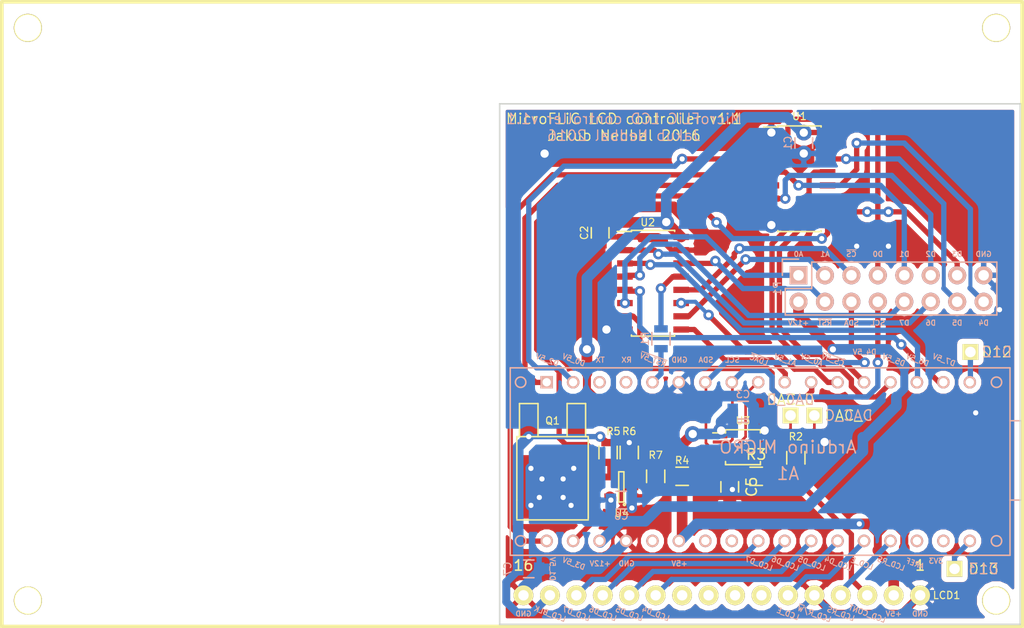
<source format=kicad_pcb>
(kicad_pcb (version 4) (host pcbnew 4.0.2-4+6225~38~ubuntu14.04.1-stable)

  (general
    (links 86)
    (no_connects 0)
    (area 34.106999 100.104999 132.857001 160.855001)
    (thickness 1.6)
    (drawings 71)
    (tracks 542)
    (zones 0)
    (modules 26)
    (nets 51)
  )

  (page A4)
  (layers
    (0 F.Cu signal)
    (31 B.Cu signal)
    (32 B.Adhes user)
    (33 F.Adhes user)
    (34 B.Paste user)
    (35 F.Paste user)
    (36 B.SilkS user)
    (37 F.SilkS user)
    (38 B.Mask user)
    (39 F.Mask user)
    (40 Dwgs.User user)
    (41 Cmts.User user)
    (42 Eco1.User user)
    (43 Eco2.User user)
    (44 Edge.Cuts user)
    (45 Margin user)
    (46 B.CrtYd user hide)
    (47 F.CrtYd user)
    (48 B.Fab user hide)
    (49 F.Fab user)
  )

  (setup
    (last_trace_width 0.254)
    (user_trace_width 0.254)
    (user_trace_width 0.381)
    (user_trace_width 0.508)
    (user_trace_width 0.762)
    (user_trace_width 1.024)
    (trace_clearance 0.2)
    (zone_clearance 0.508)
    (zone_45_only no)
    (trace_min 0.2)
    (segment_width 0.2)
    (edge_width 0.15)
    (via_size 0.6)
    (via_drill 0.4)
    (via_min_size 0.4)
    (via_min_drill 0.3)
    (user_via 0.89 0.64)
    (user_via 1 0.5)
    (user_via 1.5 0.8)
    (uvia_size 0.3)
    (uvia_drill 0.1)
    (uvias_allowed no)
    (uvia_min_size 0.2)
    (uvia_min_drill 0.1)
    (pcb_text_width 0.3)
    (pcb_text_size 1.5 1.5)
    (mod_edge_width 0.15)
    (mod_text_size 1 1)
    (mod_text_width 0.15)
    (pad_size 4.5 4.5)
    (pad_drill 3.2)
    (pad_to_mask_clearance 0.2)
    (aux_axis_origin 82.296 160.274)
    (grid_origin 114.808 135.128)
    (visible_elements FFFEFF7F)
    (pcbplotparams
      (layerselection 0x010f0_80000001)
      (usegerberextensions true)
      (excludeedgelayer true)
      (linewidth 0.100000)
      (plotframeref false)
      (viasonmask false)
      (mode 1)
      (useauxorigin false)
      (hpglpennumber 1)
      (hpglpenspeed 20)
      (hpglpendiameter 15)
      (hpglpenoverlay 2)
      (psnegative false)
      (psa4output false)
      (plotreference true)
      (plotvalue true)
      (plotinvisibletext false)
      (padsonsilk false)
      (subtractmaskfromsilk false)
      (outputformat 1)
      (mirror false)
      (drillshape 0)
      (scaleselection 1)
      (outputdirectory board/))
  )

  (net 0 "")
  (net 1 +12V)
  (net 2 GND)
  (net 3 +5V)
  (net 4 /LCD_D7)
  (net 5 /LCD_D6)
  (net 6 /LCD_D5)
  (net 7 /LCD_D4)
  (net 8 /LCD_E)
  (net 9 /LCD_RS)
  (net 10 "Net-(Q1-Pad1)")
  (net 11 "Net-(R1-Pad2)")
  (net 12 "Net-(R2-Pad2)")
  (net 13 /D13)
  (net 14 /D12)
  (net 15 /3V3to5V/~RST_5V)
  (net 16 /3V3to5V/~RST)
  (net 17 /3V3to5V/D1_5V)
  (net 18 /3V3to5V/D3_5V)
  (net 19 /3V3to5V/D2_5V)
  (net 20 /3V3to5V/D0_5V)
  (net 21 /3V3to5V/A1_5V)
  (net 22 /3V3to5V/A0_5V)
  (net 23 /3V3to5V/~CS_5V)
  (net 24 /3V3to5V/D4_5V)
  (net 25 /3V3to5V/D5_5V)
  (net 26 /3V3to5V/D6_5V)
  (net 27 /3V3to5V/D7_5V)
  (net 28 /3V3to5V/A0)
  (net 29 /3V3to5V/A1)
  (net 30 /3V3to5V/~CS)
  (net 31 /3V3to5V/D0)
  (net 32 /3V3to5V/D1)
  (net 33 /3V3to5V/D7)
  (net 34 /3V3to5V/D2)
  (net 35 /3V3to5V/D6)
  (net 36 /3V3to5V/D3)
  (net 37 /3V3to5V/D5)
  (net 38 /3V3to5V/D4)
  (net 39 /DAC/SDA)
  (net 40 /DAC/SCL)
  (net 41 /DAC/~LDAC)
  (net 42 "Net-(C5-Pad1)")
  (net 43 /DAC/LCD_BKL)
  (net 44 /DAC/LCD_CONT)
  (net 45 /DAC/DAC_C)
  (net 46 /DAC/DAC_D)
  (net 47 /DAC/LCD_BKL_CTRL)
  (net 48 "Net-(R4-Pad1)")
  (net 49 "Net-(R5-Pad1)")
  (net 50 "Net-(R7-Pad2)")

  (net_class Default "This is the default net class."
    (clearance 0.2)
    (trace_width 0.254)
    (via_dia 0.6)
    (via_drill 0.4)
    (uvia_dia 0.3)
    (uvia_drill 0.1)
    (add_net +12V)
    (add_net +5V)
    (add_net /3V3to5V/A0)
    (add_net /3V3to5V/A0_5V)
    (add_net /3V3to5V/A1)
    (add_net /3V3to5V/A1_5V)
    (add_net /3V3to5V/D0)
    (add_net /3V3to5V/D0_5V)
    (add_net /3V3to5V/D1)
    (add_net /3V3to5V/D1_5V)
    (add_net /3V3to5V/D2)
    (add_net /3V3to5V/D2_5V)
    (add_net /3V3to5V/D3)
    (add_net /3V3to5V/D3_5V)
    (add_net /3V3to5V/D4)
    (add_net /3V3to5V/D4_5V)
    (add_net /3V3to5V/D5)
    (add_net /3V3to5V/D5_5V)
    (add_net /3V3to5V/D6)
    (add_net /3V3to5V/D6_5V)
    (add_net /3V3to5V/D7)
    (add_net /3V3to5V/D7_5V)
    (add_net /3V3to5V/~CS)
    (add_net /3V3to5V/~CS_5V)
    (add_net /3V3to5V/~RST)
    (add_net /3V3to5V/~RST_5V)
    (add_net /D12)
    (add_net /D13)
    (add_net /DAC/DAC_C)
    (add_net /DAC/DAC_D)
    (add_net /DAC/LCD_BKL)
    (add_net /DAC/LCD_BKL_CTRL)
    (add_net /DAC/LCD_CONT)
    (add_net /DAC/SCL)
    (add_net /DAC/SDA)
    (add_net /DAC/~LDAC)
    (add_net /LCD_D4)
    (add_net /LCD_D5)
    (add_net /LCD_D6)
    (add_net /LCD_D7)
    (add_net /LCD_E)
    (add_net /LCD_RS)
    (add_net GND)
    (add_net "Net-(C5-Pad1)")
    (add_net "Net-(Q1-Pad1)")
    (add_net "Net-(R1-Pad2)")
    (add_net "Net-(R2-Pad2)")
    (add_net "Net-(R4-Pad1)")
    (add_net "Net-(R5-Pad1)")
    (add_net "Net-(R7-Pad2)")
  )

  (module Capacitors_SMD:C_0805 (layer B.Cu) (tedit 56EBFB8A) (tstamp 566C7EB1)
    (at 105.68 139.7)
    (descr "Capacitor SMD 0805, reflow soldering, AVX (see smccp.pdf)")
    (tags "capacitor 0805")
    (path /56EC020E/56EC0212)
    (attr smd)
    (fp_text reference C3 (at -0.016 -1.524) (layer B.SilkS)
      (effects (font (size 0.7 0.7) (thickness 0.11)) (justify mirror))
    )
    (fp_text value 4u7/25V (at 0 -2.1) (layer B.Fab) hide
      (effects (font (size 1 1) (thickness 0.15)) (justify mirror))
    )
    (fp_line (start -1.8 1) (end 1.8 1) (layer B.CrtYd) (width 0.05))
    (fp_line (start -1.8 -1) (end 1.8 -1) (layer B.CrtYd) (width 0.05))
    (fp_line (start -1.8 1) (end -1.8 -1) (layer B.CrtYd) (width 0.05))
    (fp_line (start 1.8 1) (end 1.8 -1) (layer B.CrtYd) (width 0.05))
    (fp_line (start 0.5 0.85) (end -0.5 0.85) (layer B.SilkS) (width 0.15))
    (fp_line (start -0.5 -0.85) (end 0.5 -0.85) (layer B.SilkS) (width 0.15))
    (pad 1 smd rect (at -1 0) (size 1 1.25) (layers B.Cu B.Paste B.Mask)
      (net 3 +5V))
    (pad 2 smd rect (at 1 0) (size 1 1.25) (layers B.Cu B.Paste B.Mask)
      (net 2 GND))
    (model Capacitors_SMD.3dshapes/C_0805.wrl
      (at (xyz 0 0 0))
      (scale (xyz 1 1 1))
      (rotate (xyz 0 0 0))
    )
  )

  (module Capacitors_SMD:C_0805 (layer B.Cu) (tedit 56EBFB86) (tstamp 566C7EB7)
    (at 105.68 141.732)
    (descr "Capacitor SMD 0805, reflow soldering, AVX (see smccp.pdf)")
    (tags "capacitor 0805")
    (path /56EC020E/56EC08AC)
    (attr smd)
    (fp_text reference C4 (at -0.016 1.524) (layer B.SilkS)
      (effects (font (size 0.7 0.7) (thickness 0.11)) (justify mirror))
    )
    (fp_text value 100n (at 0 -2.1) (layer B.Fab) hide
      (effects (font (size 1 1) (thickness 0.15)) (justify mirror))
    )
    (fp_line (start -1.8 1) (end 1.8 1) (layer B.CrtYd) (width 0.05))
    (fp_line (start -1.8 -1) (end 1.8 -1) (layer B.CrtYd) (width 0.05))
    (fp_line (start -1.8 1) (end -1.8 -1) (layer B.CrtYd) (width 0.05))
    (fp_line (start 1.8 1) (end 1.8 -1) (layer B.CrtYd) (width 0.05))
    (fp_line (start 0.5 0.85) (end -0.5 0.85) (layer B.SilkS) (width 0.15))
    (fp_line (start -0.5 -0.85) (end 0.5 -0.85) (layer B.SilkS) (width 0.15))
    (pad 1 smd rect (at -1 0) (size 1 1.25) (layers B.Cu B.Paste B.Mask)
      (net 3 +5V))
    (pad 2 smd rect (at 1 0) (size 1 1.25) (layers B.Cu B.Paste B.Mask)
      (net 2 GND))
    (model Capacitors_SMD.3dshapes/C_0805.wrl
      (at (xyz 0 0 0))
      (scale (xyz 1 1 1))
      (rotate (xyz 0 0 0))
    )
  )

  (module Capacitors_SMD:C_0805 (layer B.Cu) (tedit 56EBED85) (tstamp 566C7EBD)
    (at 93.98 148.336)
    (descr "Capacitor SMD 0805, reflow soldering, AVX (see smccp.pdf)")
    (tags "capacitor 0805")
    (path /56EC020E/56EC0964)
    (attr smd)
    (fp_text reference C6 (at 0 1.524) (layer B.SilkS)
      (effects (font (size 0.7 0.7) (thickness 0.11)) (justify mirror))
    )
    (fp_text value 100n (at 0 -2.1) (layer B.Fab) hide
      (effects (font (size 1 1) (thickness 0.15)) (justify mirror))
    )
    (fp_line (start -1.8 1) (end 1.8 1) (layer B.CrtYd) (width 0.05))
    (fp_line (start -1.8 -1) (end 1.8 -1) (layer B.CrtYd) (width 0.05))
    (fp_line (start -1.8 1) (end -1.8 -1) (layer B.CrtYd) (width 0.05))
    (fp_line (start 1.8 1) (end 1.8 -1) (layer B.CrtYd) (width 0.05))
    (fp_line (start 0.5 0.85) (end -0.5 0.85) (layer B.SilkS) (width 0.15))
    (fp_line (start -0.5 -0.85) (end 0.5 -0.85) (layer B.SilkS) (width 0.15))
    (pad 1 smd rect (at -1 0) (size 1 1.25) (layers B.Cu B.Paste B.Mask)
      (net 1 +12V))
    (pad 2 smd rect (at 1 0) (size 1 1.25) (layers B.Cu B.Paste B.Mask)
      (net 2 GND))
    (model Capacitors_SMD.3dshapes/C_0805.wrl
      (at (xyz 0 0 0))
      (scale (xyz 1 1 1))
      (rotate (xyz 0 0 0))
    )
  )

  (module jakub:PIN_ARRAY_1 (layer F.Cu) (tedit 5671ABA0) (tstamp 566C7EF2)
    (at 127.508 134.112)
    (descr "1 pin")
    (tags "CONN DEV")
    (path /566C6BE1)
    (fp_text reference PP1 (at 0 -1.905) (layer F.SilkS) hide
      (effects (font (size 0.762 0.762) (thickness 0.1524)))
    )
    (fp_text value CONN_01X01 (at 0 -1.905) (layer F.SilkS) hide
      (effects (font (size 0.762 0.762) (thickness 0.1524)))
    )
    (pad 1 thru_hole rect (at 0 0) (size 1.524 1.524) (drill 1.016) (layers *.Cu *.Mask F.SilkS)
      (net 14 /D12))
  )

  (module jakub:PIN_ARRAY_1 (layer F.Cu) (tedit 5671ABC4) (tstamp 566C7EF7)
    (at 125.984 154.94)
    (descr "1 pin")
    (tags "CONN DEV")
    (path /566C68B3)
    (fp_text reference PP2 (at 0 -1.905) (layer F.SilkS) hide
      (effects (font (size 0.762 0.762) (thickness 0.1524)))
    )
    (fp_text value CONN_01X01 (at 0 -1.905) (layer F.SilkS) hide
      (effects (font (size 0.762 0.762) (thickness 0.1524)))
    )
    (pad 1 thru_hole rect (at 0 0) (size 1.524 1.524) (drill 1.016) (layers *.Cu *.Mask F.SilkS)
      (net 13 /D13))
  )

  (module jakub:PIN_ARRAY_1 (layer F.Cu) (tedit 5671ABBB) (tstamp 566C7EFC)
    (at 112.522 140.208)
    (descr "1 pin")
    (tags "CONN DEV")
    (path /56EC020E/56EC0947)
    (fp_text reference PP3 (at 0 -1.905) (layer F.SilkS) hide
      (effects (font (size 0.762 0.762) (thickness 0.1524)))
    )
    (fp_text value CONN_01X01 (at 0 -1.905) (layer F.SilkS) hide
      (effects (font (size 0.762 0.762) (thickness 0.1524)))
    )
    (pad 1 thru_hole rect (at 0 0) (size 1.524 1.524) (drill 1.016) (layers *.Cu *.Mask F.SilkS)
      (net 45 /DAC/DAC_C))
  )

  (module jakub:PIN_ARRAY_1 (layer F.Cu) (tedit 5671ABAD) (tstamp 566C7F01)
    (at 110.236 140.208)
    (descr "1 pin")
    (tags "CONN DEV")
    (path /56EC020E/56EC094E)
    (fp_text reference PP4 (at 0 -1.905) (layer F.SilkS) hide
      (effects (font (size 0.762 0.762) (thickness 0.1524)))
    )
    (fp_text value CONN_01X01 (at 0 -1.905) (layer F.SilkS) hide
      (effects (font (size 0.762 0.762) (thickness 0.1524)))
    )
    (pad 1 thru_hole rect (at 0 0) (size 1.524 1.524) (drill 1.016) (layers *.Cu *.Mask F.SilkS)
      (net 46 /DAC/DAC_D))
  )

  (module Resistors_SMD:R_0805 (layer F.Cu) (tedit 56EBED66) (tstamp 566C7F14)
    (at 110.744 144.272 90)
    (descr "Resistor SMD 0805, reflow soldering, Vishay (see dcrcw.pdf)")
    (tags "resistor 0805")
    (path /56EC020E/56EC08D7)
    (attr smd)
    (fp_text reference R2 (at 2.032 0 180) (layer F.SilkS)
      (effects (font (size 0.7 0.7) (thickness 0.11)))
    )
    (fp_text value 10k (at 0 2.1 90) (layer F.Fab) hide
      (effects (font (size 1 1) (thickness 0.15)))
    )
    (fp_line (start -1.6 -1) (end 1.6 -1) (layer F.CrtYd) (width 0.05))
    (fp_line (start -1.6 1) (end 1.6 1) (layer F.CrtYd) (width 0.05))
    (fp_line (start -1.6 -1) (end -1.6 1) (layer F.CrtYd) (width 0.05))
    (fp_line (start 1.6 -1) (end 1.6 1) (layer F.CrtYd) (width 0.05))
    (fp_line (start 0.6 0.875) (end -0.6 0.875) (layer F.SilkS) (width 0.15))
    (fp_line (start -0.6 -0.875) (end 0.6 -0.875) (layer F.SilkS) (width 0.15))
    (pad 1 smd rect (at -0.95 0 90) (size 0.7 1.3) (layers F.Cu F.Paste F.Mask)
      (net 44 /DAC/LCD_CONT))
    (pad 2 smd rect (at 0.95 0 90) (size 0.7 1.3) (layers F.Cu F.Paste F.Mask)
      (net 12 "Net-(R2-Pad2)"))
    (model Resistors_SMD.3dshapes/R_0805.wrl
      (at (xyz 0 0 0))
      (scale (xyz 1 1 1))
      (rotate (xyz 0 0 0))
    )
  )

  (module Housings_SSOP:MSOP-10_3x3mm_Pitch0.5mm (layer F.Cu) (tedit 56EBED30) (tstamp 566C7F2E)
    (at 105.664 143.256)
    (descr "10-Lead Plastic Micro Small Outline Package (MS) [MSOP] (see Microchip Packaging Specification 00000049BS.pdf)")
    (tags "SSOP 0.5")
    (path /56EC020E/56EC0899)
    (attr smd)
    (fp_text reference U3 (at 0 -2.54) (layer F.SilkS)
      (effects (font (size 0.7 0.7) (thickness 0.11)))
    )
    (fp_text value MCP4728 (at 0 2.6) (layer F.Fab) hide
      (effects (font (size 1 1) (thickness 0.15)))
    )
    (fp_line (start -3.15 -1.85) (end -3.15 1.85) (layer F.CrtYd) (width 0.05))
    (fp_line (start 3.15 -1.85) (end 3.15 1.85) (layer F.CrtYd) (width 0.05))
    (fp_line (start -3.15 -1.85) (end 3.15 -1.85) (layer F.CrtYd) (width 0.05))
    (fp_line (start -3.15 1.85) (end 3.15 1.85) (layer F.CrtYd) (width 0.05))
    (fp_line (start -1.675 -1.675) (end -1.675 -1.375) (layer F.SilkS) (width 0.15))
    (fp_line (start 1.675 -1.675) (end 1.675 -1.375) (layer F.SilkS) (width 0.15))
    (fp_line (start 1.675 1.675) (end 1.675 1.375) (layer F.SilkS) (width 0.15))
    (fp_line (start -1.675 1.675) (end -1.675 1.375) (layer F.SilkS) (width 0.15))
    (fp_line (start -1.675 -1.675) (end 1.675 -1.675) (layer F.SilkS) (width 0.15))
    (fp_line (start -1.675 1.675) (end 1.675 1.675) (layer F.SilkS) (width 0.15))
    (fp_line (start -1.675 -1.375) (end -2.9 -1.375) (layer F.SilkS) (width 0.15))
    (pad 1 smd rect (at -2.2 -1) (size 1.4 0.3) (layers F.Cu F.Paste F.Mask)
      (net 3 +5V))
    (pad 2 smd rect (at -2.2 -0.5) (size 1.4 0.3) (layers F.Cu F.Paste F.Mask)
      (net 40 /DAC/SCL))
    (pad 3 smd rect (at -2.2 0) (size 1.4 0.3) (layers F.Cu F.Paste F.Mask)
      (net 39 /DAC/SDA))
    (pad 4 smd rect (at -2.2 0.5) (size 1.4 0.3) (layers F.Cu F.Paste F.Mask)
      (net 41 /DAC/~LDAC))
    (pad 5 smd rect (at -2.2 1) (size 1.4 0.3) (layers F.Cu F.Paste F.Mask))
    (pad 6 smd rect (at 2.2 1) (size 1.4 0.3) (layers F.Cu F.Paste F.Mask)
      (net 47 /DAC/LCD_BKL_CTRL))
    (pad 7 smd rect (at 2.2 0.5) (size 1.4 0.3) (layers F.Cu F.Paste F.Mask)
      (net 12 "Net-(R2-Pad2)"))
    (pad 8 smd rect (at 2.2 0) (size 1.4 0.3) (layers F.Cu F.Paste F.Mask)
      (net 45 /DAC/DAC_C))
    (pad 9 smd rect (at 2.2 -0.5) (size 1.4 0.3) (layers F.Cu F.Paste F.Mask)
      (net 46 /DAC/DAC_D))
    (pad 10 smd rect (at 2.2 -1) (size 1.4 0.3) (layers F.Cu F.Paste F.Mask)
      (net 2 GND))
    (model Housings_SSOP.3dshapes/MSOP-10_3x3mm_Pitch0.5mm.wrl
      (at (xyz 0 0 0))
      (scale (xyz 1 1 1))
      (rotate (xyz 0 0 0))
    )
  )

  (module TO_SOT_Packages_SMD:SOT-23-5 (layer F.Cu) (tedit 56EBED3E) (tstamp 566C7F37)
    (at 93.98 147.066 180)
    (descr "5-pin SOT23 package")
    (tags SOT-23-5)
    (path /56EC020E/56EC08E8)
    (attr smd)
    (fp_text reference U4 (at -0.05 -2.55 180) (layer F.SilkS)
      (effects (font (size 0.7 0.7) (thickness 0.11)))
    )
    (fp_text value TLV2371 (at -0.05 2.35 180) (layer F.Fab) hide
      (effects (font (size 1 1) (thickness 0.15)))
    )
    (fp_line (start -1.8 -1.6) (end 1.8 -1.6) (layer F.CrtYd) (width 0.05))
    (fp_line (start 1.8 -1.6) (end 1.8 1.6) (layer F.CrtYd) (width 0.05))
    (fp_line (start 1.8 1.6) (end -1.8 1.6) (layer F.CrtYd) (width 0.05))
    (fp_line (start -1.8 1.6) (end -1.8 -1.6) (layer F.CrtYd) (width 0.05))
    (fp_circle (center -0.3 -1.7) (end -0.2 -1.7) (layer F.SilkS) (width 0.15))
    (fp_line (start 0.25 -1.45) (end -0.25 -1.45) (layer F.SilkS) (width 0.15))
    (fp_line (start 0.25 1.45) (end 0.25 -1.45) (layer F.SilkS) (width 0.15))
    (fp_line (start -0.25 1.45) (end 0.25 1.45) (layer F.SilkS) (width 0.15))
    (fp_line (start -0.25 -1.45) (end -0.25 1.45) (layer F.SilkS) (width 0.15))
    (pad 1 smd rect (at -1.1 -0.95 180) (size 1.06 0.65) (layers F.Cu F.Paste F.Mask)
      (net 50 "Net-(R7-Pad2)"))
    (pad 2 smd rect (at -1.1 0 180) (size 1.06 0.65) (layers F.Cu F.Paste F.Mask)
      (net 2 GND))
    (pad 3 smd rect (at -1.1 0.95 180) (size 1.06 0.65) (layers F.Cu F.Paste F.Mask)
      (net 48 "Net-(R4-Pad1)"))
    (pad 4 smd rect (at 1.1 0.95 180) (size 1.06 0.65) (layers F.Cu F.Paste F.Mask)
      (net 49 "Net-(R5-Pad1)"))
    (pad 5 smd rect (at 1.1 -0.95 180) (size 1.06 0.65) (layers F.Cu F.Paste F.Mask)
      (net 1 +12V))
    (model TO_SOT_Packages_SMD.3dshapes/SOT-23-5.wrl
      (at (xyz 0 0 0))
      (scale (xyz 1 1 1))
      (rotate (xyz 0 0 0))
    )
  )

  (module Pin_Headers:Pin_Header_Straight_2x08 (layer B.Cu) (tedit 5671ABD3) (tstamp 566EE625)
    (at 110.998 126.746 270)
    (descr "Through hole pin header")
    (tags "pin header")
    (path /566AB615)
    (fp_text reference P1 (at 1.27 2.032 270) (layer B.SilkS)
      (effects (font (size 0.7 0.7) (thickness 0.11)) (justify mirror))
    )
    (fp_text value "2x8 header strip" (at 0 3.1 270) (layer B.Fab)
      (effects (font (size 1 1) (thickness 0.15)) (justify mirror))
    )
    (fp_line (start -1.75 1.75) (end -1.75 -19.55) (layer B.CrtYd) (width 0.05))
    (fp_line (start 4.3 1.75) (end 4.3 -19.55) (layer B.CrtYd) (width 0.05))
    (fp_line (start -1.75 1.75) (end 4.3 1.75) (layer B.CrtYd) (width 0.05))
    (fp_line (start -1.75 -19.55) (end 4.3 -19.55) (layer B.CrtYd) (width 0.05))
    (fp_line (start 3.81 -19.05) (end 3.81 1.27) (layer B.SilkS) (width 0.15))
    (fp_line (start -1.27 -1.27) (end -1.27 -19.05) (layer B.SilkS) (width 0.15))
    (fp_line (start 3.81 -19.05) (end -1.27 -19.05) (layer B.SilkS) (width 0.15))
    (fp_line (start 3.81 1.27) (end 1.27 1.27) (layer B.SilkS) (width 0.15))
    (fp_line (start 0 1.55) (end -1.55 1.55) (layer B.SilkS) (width 0.15))
    (fp_line (start 1.27 1.27) (end 1.27 -1.27) (layer B.SilkS) (width 0.15))
    (fp_line (start 1.27 -1.27) (end -1.27 -1.27) (layer B.SilkS) (width 0.15))
    (fp_line (start -1.55 1.55) (end -1.55 0) (layer B.SilkS) (width 0.15))
    (pad 1 thru_hole rect (at 0 0 270) (size 1.7272 1.7272) (drill 1.016) (layers *.Cu *.Mask B.SilkS)
      (net 28 /3V3to5V/A0))
    (pad 2 thru_hole oval (at 2.54 0 270) (size 1.7272 1.7272) (drill 1.016) (layers *.Cu *.Mask B.SilkS)
      (net 1 +12V))
    (pad 3 thru_hole oval (at 0 -2.54 270) (size 1.7272 1.7272) (drill 1.016) (layers *.Cu *.Mask B.SilkS)
      (net 29 /3V3to5V/A1))
    (pad 4 thru_hole oval (at 2.54 -2.54 270) (size 1.7272 1.7272) (drill 1.016) (layers *.Cu *.Mask B.SilkS)
      (net 16 /3V3to5V/~RST))
    (pad 5 thru_hole oval (at 0 -5.08 270) (size 1.7272 1.7272) (drill 1.016) (layers *.Cu *.Mask B.SilkS)
      (net 30 /3V3to5V/~CS))
    (pad 6 thru_hole oval (at 2.54 -5.08 270) (size 1.7272 1.7272) (drill 1.016) (layers *.Cu *.Mask B.SilkS)
      (net 39 /DAC/SDA))
    (pad 7 thru_hole oval (at 0 -7.62 270) (size 1.7272 1.7272) (drill 1.016) (layers *.Cu *.Mask B.SilkS)
      (net 31 /3V3to5V/D0))
    (pad 8 thru_hole oval (at 2.54 -7.62 270) (size 1.7272 1.7272) (drill 1.016) (layers *.Cu *.Mask B.SilkS)
      (net 40 /DAC/SCL))
    (pad 9 thru_hole oval (at 0 -10.16 270) (size 1.7272 1.7272) (drill 1.016) (layers *.Cu *.Mask B.SilkS)
      (net 32 /3V3to5V/D1))
    (pad 10 thru_hole oval (at 2.54 -10.16 270) (size 1.7272 1.7272) (drill 1.016) (layers *.Cu *.Mask B.SilkS)
      (net 33 /3V3to5V/D7))
    (pad 11 thru_hole oval (at 0 -12.7 270) (size 1.7272 1.7272) (drill 1.016) (layers *.Cu *.Mask B.SilkS)
      (net 34 /3V3to5V/D2))
    (pad 12 thru_hole oval (at 2.54 -12.7 270) (size 1.7272 1.7272) (drill 1.016) (layers *.Cu *.Mask B.SilkS)
      (net 35 /3V3to5V/D6))
    (pad 13 thru_hole oval (at 0 -15.24 270) (size 1.7272 1.7272) (drill 1.016) (layers *.Cu *.Mask B.SilkS)
      (net 36 /3V3to5V/D3))
    (pad 14 thru_hole oval (at 2.54 -15.24 270) (size 1.7272 1.7272) (drill 1.016) (layers *.Cu *.Mask B.SilkS)
      (net 37 /3V3to5V/D5))
    (pad 15 thru_hole oval (at 0 -17.78 270) (size 1.7272 1.7272) (drill 1.016) (layers *.Cu *.Mask B.SilkS)
      (net 2 GND))
    (pad 16 thru_hole oval (at 2.54 -17.78 270) (size 1.7272 1.7272) (drill 1.016) (layers *.Cu *.Mask B.SilkS)
      (net 38 /3V3to5V/D4))
    (model Pin_Headers.3dshapes/Pin_Header_Straight_2x08.wrl
      (at (xyz 0.05 -0.35 0))
      (scale (xyz 1 1 1))
      (rotate (xyz 0 0 90))
    )
  )

  (module Capacitors_SMD:C_0805 (layer B.Cu) (tedit 56EBEC9A) (tstamp 566EF0F1)
    (at 111.506 114.046 270)
    (descr "Capacitor SMD 0805, reflow soldering, AVX (see smccp.pdf)")
    (tags "capacitor 0805")
    (path /566F634A/566F6544)
    (attr smd)
    (fp_text reference C1 (at 0 1.524 270) (layer B.SilkS)
      (effects (font (size 0.7 0.7) (thickness 0.11)) (justify mirror))
    )
    (fp_text value 100n (at 0 -2.1 270) (layer B.Fab)
      (effects (font (size 1 1) (thickness 0.15)) (justify mirror))
    )
    (fp_line (start -1.8 1) (end 1.8 1) (layer B.CrtYd) (width 0.05))
    (fp_line (start -1.8 -1) (end 1.8 -1) (layer B.CrtYd) (width 0.05))
    (fp_line (start -1.8 1) (end -1.8 -1) (layer B.CrtYd) (width 0.05))
    (fp_line (start 1.8 1) (end 1.8 -1) (layer B.CrtYd) (width 0.05))
    (fp_line (start 0.5 0.85) (end -0.5 0.85) (layer B.SilkS) (width 0.15))
    (fp_line (start -0.5 -0.85) (end 0.5 -0.85) (layer B.SilkS) (width 0.15))
    (pad 1 smd rect (at -1 0 270) (size 1 1.25) (layers B.Cu B.Paste B.Mask)
      (net 3 +5V))
    (pad 2 smd rect (at 1 0 270) (size 1 1.25) (layers B.Cu B.Paste B.Mask)
      (net 2 GND))
    (model Capacitors_SMD.3dshapes/C_0805.wrl
      (at (xyz 0 0 0))
      (scale (xyz 1 1 1))
      (rotate (xyz 0 0 0))
    )
  )

  (module Capacitors_SMD:C_0805 (layer F.Cu) (tedit 56EBEC90) (tstamp 566EF0F7)
    (at 91.948 122.666 270)
    (descr "Capacitor SMD 0805, reflow soldering, AVX (see smccp.pdf)")
    (tags "capacitor 0805")
    (path /566F634A/566F689A)
    (attr smd)
    (fp_text reference C2 (at 0 1.524 270) (layer F.SilkS)
      (effects (font (size 0.7 0.7) (thickness 0.11)))
    )
    (fp_text value 100n (at 0 2.1 360) (layer F.Fab) hide
      (effects (font (size 1 1) (thickness 0.15)))
    )
    (fp_line (start -1.8 -1) (end 1.8 -1) (layer F.CrtYd) (width 0.05))
    (fp_line (start -1.8 1) (end 1.8 1) (layer F.CrtYd) (width 0.05))
    (fp_line (start -1.8 -1) (end -1.8 1) (layer F.CrtYd) (width 0.05))
    (fp_line (start 1.8 -1) (end 1.8 1) (layer F.CrtYd) (width 0.05))
    (fp_line (start 0.5 -0.85) (end -0.5 -0.85) (layer F.SilkS) (width 0.15))
    (fp_line (start -0.5 0.85) (end 0.5 0.85) (layer F.SilkS) (width 0.15))
    (pad 1 smd rect (at -1 0 270) (size 1 1.25) (layers F.Cu F.Paste F.Mask)
      (net 3 +5V))
    (pad 2 smd rect (at 1 0 270) (size 1 1.25) (layers F.Cu F.Paste F.Mask)
      (net 2 GND))
    (model Capacitors_SMD.3dshapes/C_0805.wrl
      (at (xyz 0 0 0))
      (scale (xyz 1 1 1))
      (rotate (xyz 0 0 0))
    )
  )

  (module Housings_SOIC:SOIC-16_3.9x9.9mm_Pitch1.27mm (layer F.Cu) (tedit 56EBEC78) (tstamp 566EF10B)
    (at 111.092 117.475)
    (descr "16-Lead Plastic Small Outline (SL) - Narrow, 3.90 mm Body [SOIC] (see Microchip Packaging Specification 00000049BS.pdf)")
    (tags "SOIC 1.27")
    (path /566F634A/566F6434)
    (attr smd)
    (fp_text reference U1 (at 0 -6) (layer F.SilkS)
      (effects (font (size 0.7 0.7) (thickness 0.11)))
    )
    (fp_text value 74AHCT367 (at 0 6) (layer F.Fab) hide
      (effects (font (size 1 1) (thickness 0.15)))
    )
    (fp_line (start -3.7 -5.25) (end -3.7 5.25) (layer F.CrtYd) (width 0.05))
    (fp_line (start 3.7 -5.25) (end 3.7 5.25) (layer F.CrtYd) (width 0.05))
    (fp_line (start -3.7 -5.25) (end 3.7 -5.25) (layer F.CrtYd) (width 0.05))
    (fp_line (start -3.7 5.25) (end 3.7 5.25) (layer F.CrtYd) (width 0.05))
    (fp_line (start -2.075 -5.075) (end -2.075 -4.97) (layer F.SilkS) (width 0.15))
    (fp_line (start 2.075 -5.075) (end 2.075 -4.97) (layer F.SilkS) (width 0.15))
    (fp_line (start 2.075 5.075) (end 2.075 4.97) (layer F.SilkS) (width 0.15))
    (fp_line (start -2.075 5.075) (end -2.075 4.97) (layer F.SilkS) (width 0.15))
    (fp_line (start -2.075 -5.075) (end 2.075 -5.075) (layer F.SilkS) (width 0.15))
    (fp_line (start -2.075 5.075) (end 2.075 5.075) (layer F.SilkS) (width 0.15))
    (fp_line (start -2.075 -4.97) (end -3.45 -4.97) (layer F.SilkS) (width 0.15))
    (pad 1 smd rect (at -2.7 -4.445) (size 1.5 0.6) (layers F.Cu F.Paste F.Mask)
      (net 2 GND))
    (pad 2 smd rect (at -2.7 -3.175) (size 1.5 0.6) (layers F.Cu F.Paste F.Mask)
      (net 31 /3V3to5V/D0))
    (pad 3 smd rect (at -2.7 -1.905) (size 1.5 0.6) (layers F.Cu F.Paste F.Mask)
      (net 20 /3V3to5V/D0_5V))
    (pad 4 smd rect (at -2.7 -0.635) (size 1.5 0.6) (layers F.Cu F.Paste F.Mask)
      (net 32 /3V3to5V/D1))
    (pad 5 smd rect (at -2.7 0.635) (size 1.5 0.6) (layers F.Cu F.Paste F.Mask)
      (net 17 /3V3to5V/D1_5V))
    (pad 6 smd rect (at -2.7 1.905) (size 1.5 0.6) (layers F.Cu F.Paste F.Mask)
      (net 34 /3V3to5V/D2))
    (pad 7 smd rect (at -2.7 3.175) (size 1.5 0.6) (layers F.Cu F.Paste F.Mask)
      (net 19 /3V3to5V/D2_5V))
    (pad 8 smd rect (at -2.7 4.445) (size 1.5 0.6) (layers F.Cu F.Paste F.Mask)
      (net 2 GND))
    (pad 9 smd rect (at 2.7 4.445) (size 1.5 0.6) (layers F.Cu F.Paste F.Mask)
      (net 18 /3V3to5V/D3_5V))
    (pad 10 smd rect (at 2.7 3.175) (size 1.5 0.6) (layers F.Cu F.Paste F.Mask)
      (net 36 /3V3to5V/D3))
    (pad 11 smd rect (at 2.7 1.905) (size 1.5 0.6) (layers F.Cu F.Paste F.Mask)
      (net 24 /3V3to5V/D4_5V))
    (pad 12 smd rect (at 2.7 0.635) (size 1.5 0.6) (layers F.Cu F.Paste F.Mask)
      (net 38 /3V3to5V/D4))
    (pad 13 smd rect (at 2.7 -0.635) (size 1.5 0.6) (layers F.Cu F.Paste F.Mask)
      (net 25 /3V3to5V/D5_5V))
    (pad 14 smd rect (at 2.7 -1.905) (size 1.5 0.6) (layers F.Cu F.Paste F.Mask)
      (net 37 /3V3to5V/D5))
    (pad 15 smd rect (at 2.7 -3.175) (size 1.5 0.6) (layers F.Cu F.Paste F.Mask)
      (net 2 GND))
    (pad 16 smd rect (at 2.7 -4.445) (size 1.5 0.6) (layers F.Cu F.Paste F.Mask)
      (net 3 +5V))
    (model Housings_SOIC.3dshapes/SOIC-16_3.9x9.9mm_Pitch1.27mm.wrl
      (at (xyz 0 0 0))
      (scale (xyz 1 1 1))
      (rotate (xyz 0 0 0))
    )
  )

  (module Housings_SOIC:SOIC-16_3.9x9.9mm_Pitch1.27mm (layer F.Cu) (tedit 56EBFBBF) (tstamp 566EF11F)
    (at 97.028 127.508)
    (descr "16-Lead Plastic Small Outline (SL) - Narrow, 3.90 mm Body [SOIC] (see Microchip Packaging Specification 00000049BS.pdf)")
    (tags "SOIC 1.27")
    (path /566F634A/56C786D8)
    (attr smd)
    (fp_text reference U2 (at -0.508 -5.842) (layer F.SilkS)
      (effects (font (size 0.7 0.7) (thickness 0.11)))
    )
    (fp_text value 74AHCT367 (at 0 6) (layer F.Fab) hide
      (effects (font (size 1 1) (thickness 0.15)))
    )
    (fp_line (start -3.7 -5.25) (end -3.7 5.25) (layer F.CrtYd) (width 0.05))
    (fp_line (start 3.7 -5.25) (end 3.7 5.25) (layer F.CrtYd) (width 0.05))
    (fp_line (start -3.7 -5.25) (end 3.7 -5.25) (layer F.CrtYd) (width 0.05))
    (fp_line (start -3.7 5.25) (end 3.7 5.25) (layer F.CrtYd) (width 0.05))
    (fp_line (start -2.075 -5.075) (end -2.075 -4.97) (layer F.SilkS) (width 0.15))
    (fp_line (start 2.075 -5.075) (end 2.075 -4.97) (layer F.SilkS) (width 0.15))
    (fp_line (start 2.075 5.075) (end 2.075 4.97) (layer F.SilkS) (width 0.15))
    (fp_line (start -2.075 5.075) (end -2.075 4.97) (layer F.SilkS) (width 0.15))
    (fp_line (start -2.075 -5.075) (end 2.075 -5.075) (layer F.SilkS) (width 0.15))
    (fp_line (start -2.075 5.075) (end 2.075 5.075) (layer F.SilkS) (width 0.15))
    (fp_line (start -2.075 -4.97) (end -3.45 -4.97) (layer F.SilkS) (width 0.15))
    (pad 1 smd rect (at -2.7 -4.445) (size 1.5 0.6) (layers F.Cu F.Paste F.Mask)
      (net 2 GND))
    (pad 2 smd rect (at -2.7 -3.175) (size 1.5 0.6) (layers F.Cu F.Paste F.Mask)
      (net 35 /3V3to5V/D6))
    (pad 3 smd rect (at -2.7 -1.905) (size 1.5 0.6) (layers F.Cu F.Paste F.Mask)
      (net 26 /3V3to5V/D6_5V))
    (pad 4 smd rect (at -2.7 -0.635) (size 1.5 0.6) (layers F.Cu F.Paste F.Mask)
      (net 33 /3V3to5V/D7))
    (pad 5 smd rect (at -2.7 0.635) (size 1.5 0.6) (layers F.Cu F.Paste F.Mask)
      (net 27 /3V3to5V/D7_5V))
    (pad 6 smd rect (at -2.7 1.905) (size 1.5 0.6) (layers F.Cu F.Paste F.Mask)
      (net 28 /3V3to5V/A0))
    (pad 7 smd rect (at -2.7 3.175) (size 1.5 0.6) (layers F.Cu F.Paste F.Mask)
      (net 22 /3V3to5V/A0_5V))
    (pad 8 smd rect (at -2.7 4.445) (size 1.5 0.6) (layers F.Cu F.Paste F.Mask)
      (net 2 GND))
    (pad 9 smd rect (at 2.7 4.445) (size 1.5 0.6) (layers F.Cu F.Paste F.Mask)
      (net 21 /3V3to5V/A1_5V))
    (pad 10 smd rect (at 2.7 3.175) (size 1.5 0.6) (layers F.Cu F.Paste F.Mask)
      (net 29 /3V3to5V/A1))
    (pad 11 smd rect (at 2.7 1.905) (size 1.5 0.6) (layers F.Cu F.Paste F.Mask)
      (net 23 /3V3to5V/~CS_5V))
    (pad 12 smd rect (at 2.7 0.635) (size 1.5 0.6) (layers F.Cu F.Paste F.Mask)
      (net 30 /3V3to5V/~CS))
    (pad 13 smd rect (at 2.7 -0.635) (size 1.5 0.6) (layers F.Cu F.Paste F.Mask)
      (net 11 "Net-(R1-Pad2)"))
    (pad 14 smd rect (at 2.7 -1.905) (size 1.5 0.6) (layers F.Cu F.Paste F.Mask)
      (net 16 /3V3to5V/~RST))
    (pad 15 smd rect (at 2.7 -3.175) (size 1.5 0.6) (layers F.Cu F.Paste F.Mask)
      (net 2 GND))
    (pad 16 smd rect (at 2.7 -4.445) (size 1.5 0.6) (layers F.Cu F.Paste F.Mask)
      (net 3 +5V))
    (model Housings_SOIC.3dshapes/SOIC-16_3.9x9.9mm_Pitch1.27mm.wrl
      (at (xyz 0 0 0))
      (scale (xyz 1 1 1))
      (rotate (xyz 0 0 0))
    )
  )

  (module jakub:LCD2004 (layer F.Cu) (tedit 568D366E) (tstamp 566CA795)
    (at 83.482 130.48)
    (path /566ABBC7)
    (fp_text reference LCD1 (at 41.74 27) (layer F.SilkS)
      (effects (font (size 0.7 0.7) (thickness 0.11)))
    )
    (fp_text value LCD2004 (at 0 1.27) (layer F.Fab) hide
      (effects (font (size 1 1) (thickness 0.15)))
    )
    (fp_text user 1 (at 39.2 24.13) (layer F.SilkS)
      (effects (font (size 1 1) (thickness 0.15)))
    )
    (fp_text user 16 (at 1.1 24.13) (layer F.SilkS)
      (effects (font (size 1 1) (thickness 0.15)))
    )
    (fp_circle (center 39.2 27) (end 39.7 27) (layer F.SilkS) (width 0.35))
    (fp_line (start -49 -30) (end 49 -30) (layer F.SilkS) (width 0.35))
    (fp_line (start 49 30) (end 49 -30) (layer F.SilkS) (width 0.35))
    (fp_line (start -49 30) (end 49 30) (layer F.SilkS) (width 0.35))
    (fp_line (start -49 -30) (end -49 30) (layer F.SilkS) (width 0.35))
    (pad 1 thru_hole circle (at 39.2 27) (size 1.9 1.9) (drill 1) (layers *.Cu *.Mask F.SilkS)
      (net 2 GND))
    (pad 2 thru_hole circle (at 36.66 27) (size 1.9 1.9) (drill 1) (layers *.Cu *.Mask F.SilkS)
      (net 3 +5V))
    (pad 3 thru_hole circle (at 34.12 27) (size 1.9 1.9) (drill 1) (layers *.Cu *.Mask F.SilkS)
      (net 44 /DAC/LCD_CONT))
    (pad 4 thru_hole circle (at 31.58 27) (size 1.9 1.9) (drill 1) (layers *.Cu *.Mask F.SilkS)
      (net 9 /LCD_RS))
    (pad 5 thru_hole circle (at 29.04 27) (size 1.9 1.9) (drill 1) (layers *.Cu *.Mask F.SilkS)
      (net 2 GND))
    (pad 6 thru_hole circle (at 26.5 27) (size 1.9 1.9) (drill 1) (layers *.Cu *.Mask F.SilkS)
      (net 8 /LCD_E))
    (pad 7 thru_hole circle (at 23.96 27) (size 1.9 1.9) (drill 1) (layers *.Cu *.Mask F.SilkS))
    (pad 8 thru_hole circle (at 21.42 27) (size 1.9 1.9) (drill 1) (layers *.Cu *.Mask F.SilkS))
    (pad 9 thru_hole circle (at 18.88 27) (size 1.9 1.9) (drill 1) (layers *.Cu *.Mask F.SilkS))
    (pad 10 thru_hole circle (at 16.34 27) (size 1.9 1.9) (drill 1) (layers *.Cu *.Mask F.SilkS))
    (pad 11 thru_hole circle (at 13.8 27) (size 1.9 1.9) (drill 1) (layers *.Cu *.Mask F.SilkS)
      (net 7 /LCD_D4))
    (pad 12 thru_hole circle (at 11.26 27) (size 1.9 1.9) (drill 1) (layers *.Cu *.Mask F.SilkS)
      (net 6 /LCD_D5))
    (pad 13 thru_hole circle (at 8.72 27) (size 1.9 1.9) (drill 1) (layers *.Cu *.Mask F.SilkS)
      (net 5 /LCD_D6))
    (pad 14 thru_hole circle (at 6.18 27) (size 1.9 1.9) (drill 1) (layers *.Cu *.Mask F.SilkS)
      (net 4 /LCD_D7))
    (pad 15 thru_hole circle (at 3.64 27) (size 1.9 1.9) (drill 1) (layers *.Cu *.Mask F.SilkS)
      (net 43 /DAC/LCD_BKL))
    (pad 16 thru_hole circle (at 1.1 27) (size 1.9 1.9) (drill 1) (layers *.Cu *.Mask F.SilkS)
      (net 2 GND))
    (pad "" np_thru_hole circle (at -46.5 -27.5) (size 2.7 2.7) (drill 2.5) (layers *.Cu *.Mask F.SilkS))
    (pad "" np_thru_hole circle (at 46.5 -27.5) (size 2.7 2.7) (drill 2.5) (layers *.Cu *.Mask F.SilkS))
    (pad "" np_thru_hole circle (at 46.5 27.5) (size 2.7 2.7) (drill 2.5) (layers *.Cu *.Mask F.SilkS))
    (pad "" np_thru_hole circle (at -46.5 27.5) (size 2.7 2.7) (drill 2.5) (layers *.Cu *.Mask F.SilkS))
    (model jakub.3dshapes/displays/lcd2004.wrl
      (at (xyz 0 0 0.45))
      (scale (xyz 0.3937 0.3937 0.3937))
      (rotate (xyz 0 0 0))
    )
    (model Pin_Headers.3dshapes/Pin_Header_Straight_1x16.wrl
      (at (xyz 0.794 -1.066929 0.4475))
      (scale (xyz 1 1 1))
      (rotate (xyz 0 180 0))
    )
    (model Socket_Strips.3dshapes/Socket_Strip_Straight_1x16.wrl
      (at (xyz 0.794 -1.066929 0))
      (scale (xyz 1 1 1))
      (rotate (xyz 0 0 0))
    )
  )

  (module Capacitors_SMD:C_0805 (layer F.Cu) (tedit 5415D6EA) (tstamp 56EBEE57)
    (at 104.394 147.066 270)
    (descr "Capacitor SMD 0805, reflow soldering, AVX (see smccp.pdf)")
    (tags "capacitor 0805")
    (path /56EC020E/56EC26CD)
    (attr smd)
    (fp_text reference C5 (at 0 -2.1 270) (layer F.SilkS)
      (effects (font (size 1 1) (thickness 0.15)))
    )
    (fp_text value 4u7/25V (at 0 2.1 270) (layer F.Fab)
      (effects (font (size 1 1) (thickness 0.15)))
    )
    (fp_line (start -1.8 -1) (end 1.8 -1) (layer F.CrtYd) (width 0.05))
    (fp_line (start -1.8 1) (end 1.8 1) (layer F.CrtYd) (width 0.05))
    (fp_line (start -1.8 -1) (end -1.8 1) (layer F.CrtYd) (width 0.05))
    (fp_line (start 1.8 -1) (end 1.8 1) (layer F.CrtYd) (width 0.05))
    (fp_line (start 0.5 -0.85) (end -0.5 -0.85) (layer F.SilkS) (width 0.15))
    (fp_line (start -0.5 0.85) (end 0.5 0.85) (layer F.SilkS) (width 0.15))
    (pad 1 smd rect (at -1 0 270) (size 1 1.25) (layers F.Cu F.Paste F.Mask)
      (net 42 "Net-(C5-Pad1)"))
    (pad 2 smd rect (at 1 0 270) (size 1 1.25) (layers F.Cu F.Paste F.Mask)
      (net 2 GND))
    (model Capacitors_SMD.3dshapes/C_0805.wrl
      (at (xyz 0 0 0))
      (scale (xyz 1 1 1))
      (rotate (xyz 0 0 0))
    )
  )

  (module Capacitors_SMD:C_0805 (layer B.Cu) (tedit 56EBFB4B) (tstamp 56EBEE5D)
    (at 85.09 154.94)
    (descr "Capacitor SMD 0805, reflow soldering, AVX (see smccp.pdf)")
    (tags "capacitor 0805")
    (path /56EC020E/56EC12CB)
    (attr smd)
    (fp_text reference C7 (at -2.032 0 90) (layer B.SilkS)
      (effects (font (size 0.7 0.7) (thickness 0.11)) (justify mirror))
    )
    (fp_text value 4u7/25V (at 0 -2.1) (layer B.Fab)
      (effects (font (size 1 1) (thickness 0.15)) (justify mirror))
    )
    (fp_line (start -1.8 1) (end 1.8 1) (layer B.CrtYd) (width 0.05))
    (fp_line (start -1.8 -1) (end 1.8 -1) (layer B.CrtYd) (width 0.05))
    (fp_line (start -1.8 1) (end -1.8 -1) (layer B.CrtYd) (width 0.05))
    (fp_line (start 1.8 1) (end 1.8 -1) (layer B.CrtYd) (width 0.05))
    (fp_line (start 0.5 0.85) (end -0.5 0.85) (layer B.SilkS) (width 0.15))
    (fp_line (start -0.5 -0.85) (end 0.5 -0.85) (layer B.SilkS) (width 0.15))
    (pad 1 smd rect (at -1 0) (size 1 1.25) (layers B.Cu B.Paste B.Mask)
      (net 43 /DAC/LCD_BKL))
    (pad 2 smd rect (at 1 0) (size 1 1.25) (layers B.Cu B.Paste B.Mask)
      (net 2 GND))
    (model Capacitors_SMD.3dshapes/C_0805.wrl
      (at (xyz 0 0 0))
      (scale (xyz 1 1 1))
      (rotate (xyz 0 0 0))
    )
  )

  (module TO_SOT_Packages_SMD:TO-252-2Lead (layer F.Cu) (tedit 56EBFBA5) (tstamp 56EBEE64)
    (at 87.376 140.716 180)
    (descr "DPAK / TO-252 2-lead smd package")
    (tags "dpak TO-252")
    (path /56EC020E/56EC0929)
    (attr smd)
    (fp_text reference Q1 (at 0 0 180) (layer F.SilkS)
      (effects (font (size 0.7 0.7) (thickness 0.11)))
    )
    (fp_text value MJD31CT4G (at 0 -2.413 180) (layer F.Fab)
      (effects (font (size 1 1) (thickness 0.15)))
    )
    (fp_line (start 1.397 -1.524) (end 1.397 1.651) (layer F.SilkS) (width 0.15))
    (fp_line (start 1.397 1.651) (end 3.175 1.651) (layer F.SilkS) (width 0.15))
    (fp_line (start 3.175 1.651) (end 3.175 -1.524) (layer F.SilkS) (width 0.15))
    (fp_line (start -3.175 -1.524) (end -3.175 1.651) (layer F.SilkS) (width 0.15))
    (fp_line (start -3.175 1.651) (end -1.397 1.651) (layer F.SilkS) (width 0.15))
    (fp_line (start -1.397 1.651) (end -1.397 -1.524) (layer F.SilkS) (width 0.15))
    (fp_line (start 3.429 -7.62) (end 3.429 -1.524) (layer F.SilkS) (width 0.15))
    (fp_line (start 3.429 -1.524) (end -3.429 -1.524) (layer F.SilkS) (width 0.15))
    (fp_line (start -3.429 -1.524) (end -3.429 -9.398) (layer F.SilkS) (width 0.15))
    (fp_line (start -3.429 -9.525) (end 3.429 -9.525) (layer F.SilkS) (width 0.15))
    (fp_line (start 3.429 -9.398) (end 3.429 -7.62) (layer F.SilkS) (width 0.15))
    (pad 1 smd rect (at -2.286 0 180) (size 1.651 3.048) (layers F.Cu F.Paste F.Mask)
      (net 10 "Net-(Q1-Pad1)"))
    (pad 2 smd rect (at 0 -6.35 180) (size 6.096 6.096) (layers F.Cu F.Paste F.Mask)
      (net 1 +12V))
    (pad 3 smd rect (at 2.286 0 180) (size 1.651 3.048) (layers F.Cu F.Paste F.Mask)
      (net 43 /DAC/LCD_BKL))
    (model TO_SOT_Packages_SMD.3dshapes/TO-252-2Lead.wrl
      (at (xyz 0 0 0))
      (scale (xyz 1 1 1))
      (rotate (xyz 0 0 0))
    )
  )

  (module Resistors_SMD:R_0805 (layer F.Cu) (tedit 5415CDEB) (tstamp 56EBEE6A)
    (at 106.934 146.05)
    (descr "Resistor SMD 0805, reflow soldering, Vishay (see dcrcw.pdf)")
    (tags "resistor 0805")
    (path /56EC020E/56EC0B16)
    (attr smd)
    (fp_text reference R3 (at 0 -2.1) (layer F.SilkS)
      (effects (font (size 1 1) (thickness 0.15)))
    )
    (fp_text value 100k (at 0 2.1) (layer F.Fab)
      (effects (font (size 1 1) (thickness 0.15)))
    )
    (fp_line (start -1.6 -1) (end 1.6 -1) (layer F.CrtYd) (width 0.05))
    (fp_line (start -1.6 1) (end 1.6 1) (layer F.CrtYd) (width 0.05))
    (fp_line (start -1.6 -1) (end -1.6 1) (layer F.CrtYd) (width 0.05))
    (fp_line (start 1.6 -1) (end 1.6 1) (layer F.CrtYd) (width 0.05))
    (fp_line (start 0.6 0.875) (end -0.6 0.875) (layer F.SilkS) (width 0.15))
    (fp_line (start -0.6 -0.875) (end 0.6 -0.875) (layer F.SilkS) (width 0.15))
    (pad 1 smd rect (at -0.95 0) (size 0.7 1.3) (layers F.Cu F.Paste F.Mask)
      (net 42 "Net-(C5-Pad1)"))
    (pad 2 smd rect (at 0.95 0) (size 0.7 1.3) (layers F.Cu F.Paste F.Mask)
      (net 47 /DAC/LCD_BKL_CTRL))
    (model Resistors_SMD.3dshapes/R_0805.wrl
      (at (xyz 0 0 0))
      (scale (xyz 1 1 1))
      (rotate (xyz 0 0 0))
    )
  )

  (module Resistors_SMD:R_0805 (layer F.Cu) (tedit 56EBFC28) (tstamp 56EBEE70)
    (at 99.822 146.05)
    (descr "Resistor SMD 0805, reflow soldering, Vishay (see dcrcw.pdf)")
    (tags "resistor 0805")
    (path /56EC020E/56EC0F41)
    (attr smd)
    (fp_text reference R4 (at 0 -1.524) (layer F.SilkS)
      (effects (font (size 0.7 0.7) (thickness 0.11)))
    )
    (fp_text value 10k (at 0 2.1) (layer F.Fab)
      (effects (font (size 1 1) (thickness 0.15)))
    )
    (fp_line (start -1.6 -1) (end 1.6 -1) (layer F.CrtYd) (width 0.05))
    (fp_line (start -1.6 1) (end 1.6 1) (layer F.CrtYd) (width 0.05))
    (fp_line (start -1.6 -1) (end -1.6 1) (layer F.CrtYd) (width 0.05))
    (fp_line (start 1.6 -1) (end 1.6 1) (layer F.CrtYd) (width 0.05))
    (fp_line (start 0.6 0.875) (end -0.6 0.875) (layer F.SilkS) (width 0.15))
    (fp_line (start -0.6 -0.875) (end 0.6 -0.875) (layer F.SilkS) (width 0.15))
    (pad 1 smd rect (at -0.95 0) (size 0.7 1.3) (layers F.Cu F.Paste F.Mask)
      (net 48 "Net-(R4-Pad1)"))
    (pad 2 smd rect (at 0.95 0) (size 0.7 1.3) (layers F.Cu F.Paste F.Mask)
      (net 42 "Net-(C5-Pad1)"))
    (model Resistors_SMD.3dshapes/R_0805.wrl
      (at (xyz 0 0 0))
      (scale (xyz 1 1 1))
      (rotate (xyz 0 0 0))
    )
  )

  (module Resistors_SMD:R_0805 (layer F.Cu) (tedit 56EBFC10) (tstamp 56EBEE76)
    (at 94.742 143.764 90)
    (descr "Resistor SMD 0805, reflow soldering, Vishay (see dcrcw.pdf)")
    (tags "resistor 0805")
    (path /56EC020E/56EC2B7F)
    (attr smd)
    (fp_text reference R5 (at 2.032 -1.524 180) (layer F.SilkS)
      (effects (font (size 0.7 0.7) (thickness 0.11)))
    )
    (fp_text value 10k (at 0 2.1 90) (layer F.Fab)
      (effects (font (size 1 1) (thickness 0.15)))
    )
    (fp_line (start -1.6 -1) (end 1.6 -1) (layer F.CrtYd) (width 0.05))
    (fp_line (start -1.6 1) (end 1.6 1) (layer F.CrtYd) (width 0.05))
    (fp_line (start -1.6 -1) (end -1.6 1) (layer F.CrtYd) (width 0.05))
    (fp_line (start 1.6 -1) (end 1.6 1) (layer F.CrtYd) (width 0.05))
    (fp_line (start 0.6 0.875) (end -0.6 0.875) (layer F.SilkS) (width 0.15))
    (fp_line (start -0.6 -0.875) (end 0.6 -0.875) (layer F.SilkS) (width 0.15))
    (pad 1 smd rect (at -0.95 0 90) (size 0.7 1.3) (layers F.Cu F.Paste F.Mask)
      (net 49 "Net-(R5-Pad1)"))
    (pad 2 smd rect (at 0.95 0 90) (size 0.7 1.3) (layers F.Cu F.Paste F.Mask)
      (net 2 GND))
    (model Resistors_SMD.3dshapes/R_0805.wrl
      (at (xyz 0 0 0))
      (scale (xyz 1 1 1))
      (rotate (xyz 0 0 0))
    )
  )

  (module Resistors_SMD:R_0805 (layer F.Cu) (tedit 56EBFC15) (tstamp 56EBEE7C)
    (at 92.71 143.764 270)
    (descr "Resistor SMD 0805, reflow soldering, Vishay (see dcrcw.pdf)")
    (tags "resistor 0805")
    (path /56EC020E/56EC2AC6)
    (attr smd)
    (fp_text reference R6 (at -2.032 -2.032 360) (layer F.SilkS)
      (effects (font (size 0.7 0.7) (thickness 0.11)))
    )
    (fp_text value 10k (at 0 2.1 270) (layer F.Fab)
      (effects (font (size 1 1) (thickness 0.15)))
    )
    (fp_line (start -1.6 -1) (end 1.6 -1) (layer F.CrtYd) (width 0.05))
    (fp_line (start -1.6 1) (end 1.6 1) (layer F.CrtYd) (width 0.05))
    (fp_line (start -1.6 -1) (end -1.6 1) (layer F.CrtYd) (width 0.05))
    (fp_line (start 1.6 -1) (end 1.6 1) (layer F.CrtYd) (width 0.05))
    (fp_line (start 0.6 0.875) (end -0.6 0.875) (layer F.SilkS) (width 0.15))
    (fp_line (start -0.6 -0.875) (end 0.6 -0.875) (layer F.SilkS) (width 0.15))
    (pad 1 smd rect (at -0.95 0 270) (size 0.7 1.3) (layers F.Cu F.Paste F.Mask)
      (net 43 /DAC/LCD_BKL))
    (pad 2 smd rect (at 0.95 0 270) (size 0.7 1.3) (layers F.Cu F.Paste F.Mask)
      (net 49 "Net-(R5-Pad1)"))
    (model Resistors_SMD.3dshapes/R_0805.wrl
      (at (xyz 0 0 0))
      (scale (xyz 1 1 1))
      (rotate (xyz 0 0 0))
    )
  )

  (module Resistors_SMD:R_0805 (layer F.Cu) (tedit 56EBFC1C) (tstamp 56EBEE82)
    (at 97.282 146.05 270)
    (descr "Resistor SMD 0805, reflow soldering, Vishay (see dcrcw.pdf)")
    (tags "resistor 0805")
    (path /56EC020E/56EC13BF)
    (attr smd)
    (fp_text reference R7 (at -2.032 0 360) (layer F.SilkS)
      (effects (font (size 0.7 0.7) (thickness 0.11)))
    )
    (fp_text value 47R (at 0 2.1 270) (layer F.Fab)
      (effects (font (size 1 1) (thickness 0.15)))
    )
    (fp_line (start -1.6 -1) (end 1.6 -1) (layer F.CrtYd) (width 0.05))
    (fp_line (start -1.6 1) (end 1.6 1) (layer F.CrtYd) (width 0.05))
    (fp_line (start -1.6 -1) (end -1.6 1) (layer F.CrtYd) (width 0.05))
    (fp_line (start 1.6 -1) (end 1.6 1) (layer F.CrtYd) (width 0.05))
    (fp_line (start 0.6 0.875) (end -0.6 0.875) (layer F.SilkS) (width 0.15))
    (fp_line (start -0.6 -0.875) (end 0.6 -0.875) (layer F.SilkS) (width 0.15))
    (pad 1 smd rect (at -0.95 0 270) (size 0.7 1.3) (layers F.Cu F.Paste F.Mask)
      (net 10 "Net-(Q1-Pad1)"))
    (pad 2 smd rect (at 0.95 0 270) (size 0.7 1.3) (layers F.Cu F.Paste F.Mask)
      (net 50 "Net-(R7-Pad2)"))
    (model Resistors_SMD.3dshapes/R_0805.wrl
      (at (xyz 0 0 0))
      (scale (xyz 1 1 1))
      (rotate (xyz 0 0 0))
    )
  )

  (module Resistors_SMD:R_0805 (layer B.Cu) (tedit 56EBFC4D) (tstamp 56EBF8A8)
    (at 97.79 132.842 90)
    (descr "Resistor SMD 0805, reflow soldering, Vishay (see dcrcw.pdf)")
    (tags "resistor 0805")
    (path /566F634A/56718BA1)
    (attr smd)
    (fp_text reference R1 (at 0 -1.524 90) (layer B.SilkS)
      (effects (font (size 0.7 0.7) (thickness 0.11)) (justify mirror))
    )
    (fp_text value 1k5 (at 0 -2.1 90) (layer B.Fab)
      (effects (font (size 1 1) (thickness 0.15)) (justify mirror))
    )
    (fp_line (start -1.6 1) (end 1.6 1) (layer B.CrtYd) (width 0.05))
    (fp_line (start -1.6 -1) (end 1.6 -1) (layer B.CrtYd) (width 0.05))
    (fp_line (start -1.6 1) (end -1.6 -1) (layer B.CrtYd) (width 0.05))
    (fp_line (start 1.6 1) (end 1.6 -1) (layer B.CrtYd) (width 0.05))
    (fp_line (start 0.6 -0.875) (end -0.6 -0.875) (layer B.SilkS) (width 0.15))
    (fp_line (start -0.6 0.875) (end 0.6 0.875) (layer B.SilkS) (width 0.15))
    (pad 1 smd rect (at -0.95 0 90) (size 0.7 1.3) (layers B.Cu B.Paste B.Mask)
      (net 15 /3V3to5V/~RST_5V))
    (pad 2 smd rect (at 0.95 0 90) (size 0.7 1.3) (layers B.Cu B.Paste B.Mask)
      (net 11 "Net-(R1-Pad2)"))
    (model Resistors_SMD.3dshapes/R_0805.wrl
      (at (xyz 0 0 0))
      (scale (xyz 1 1 1))
      (rotate (xyz 0 0 0))
    )
  )

  (module jakub:ArduinoMicro (layer B.Cu) (tedit 56EBF95F) (tstamp 56EC0080)
    (at 83.312 135.636)
    (tags "ARDUINO, MICRO")
    (path /566AB509)
    (fp_text reference A1 (at 26.67 10.16) (layer B.SilkS)
      (effects (font (size 1.2 1.2) (thickness 0.15)) (justify mirror))
    )
    (fp_text value "Arduino MICRO" (at 26.67 7.62) (layer B.SilkS)
      (effects (font (size 1.2 1.2) (thickness 0.15)) (justify mirror))
    )
    (fp_line (start 49 5.08) (end 48 5.08) (layer B.SilkS) (width 0.15))
    (fp_line (start 49 12.7) (end 49 5.08) (layer B.SilkS) (width 0.15))
    (fp_line (start 48 12.7) (end 49 12.7) (layer B.SilkS) (width 0.15))
    (fp_circle (center 1 1.38) (end 1.5 1.38) (layer B.SilkS) (width 0.15))
    (fp_circle (center 1 16.62) (end 1.5 16.62) (layer B.SilkS) (width 0.15))
    (fp_circle (center 46.7 1.38) (end 47.2 1.38) (layer B.SilkS) (width 0.15))
    (fp_circle (center 46.7 16.62) (end 47.2 16.62) (layer B.SilkS) (width 0.15))
    (fp_line (start 0 18) (end 48 18) (layer B.SilkS) (width 0.15))
    (fp_line (start 48 18) (end 48 0) (layer B.SilkS) (width 0.15))
    (fp_line (start 48 0) (end 0 0) (layer B.SilkS) (width 0.15))
    (fp_line (start 0 0) (end 0 18) (layer B.SilkS) (width 0.15))
    (pad SCK thru_hole circle (at 3.5 16.62) (size 1.2 1.2) (drill 0.8) (layers *.Cu *.Mask B.SilkS)
      (net 17 /3V3to5V/D1_5V))
    (pad MI thru_hole circle (at 6.04 16.62) (size 1.2 1.2) (drill 0.8) (layers *.Cu *.Mask B.SilkS)
      (net 18 /3V3to5V/D3_5V))
    (pad VI thru_hole circle (at 8.58 16.62) (size 1.2 1.2) (drill 0.8) (layers *.Cu *.Mask B.SilkS)
      (net 1 +12V))
    (pad GND thru_hole circle (at 11.12 16.62) (size 1.2 1.2) (drill 0.8) (layers *.Cu *.Mask B.SilkS)
      (net 2 GND))
    (pad RST2 thru_hole circle (at 13.66 16.62) (size 1.2 1.2) (drill 0.8) (layers *.Cu *.Mask B.SilkS))
    (pad 5V thru_hole circle (at 16.2 16.62) (size 1.2 1.2) (drill 0.8) (layers *.Cu *.Mask B.SilkS)
      (net 3 +5V))
    (pad NC1 thru_hole circle (at 18.74 16.62) (size 1.2 1.2) (drill 0.8) (layers *.Cu *.Mask B.SilkS))
    (pad NC2 thru_hole circle (at 21.28 16.62) (size 1.2 1.2) (drill 0.8) (layers *.Cu *.Mask B.SilkS))
    (pad A5 thru_hole circle (at 23.82 16.62) (size 1.2 1.2) (drill 0.8) (layers *.Cu *.Mask B.SilkS)
      (net 4 /LCD_D7))
    (pad A4 thru_hole circle (at 26.36 16.62) (size 1.2 1.2) (drill 0.8) (layers *.Cu *.Mask B.SilkS)
      (net 5 /LCD_D6))
    (pad A3 thru_hole circle (at 28.9 16.62) (size 1.2 1.2) (drill 0.8) (layers *.Cu *.Mask B.SilkS)
      (net 6 /LCD_D5))
    (pad A2 thru_hole circle (at 31.44 16.62) (size 1.2 1.2) (drill 0.8) (layers *.Cu *.Mask B.SilkS)
      (net 7 /LCD_D4))
    (pad A1 thru_hole circle (at 33.98 16.62) (size 1.2 1.2) (drill 0.8) (layers *.Cu *.Mask B.SilkS)
      (net 8 /LCD_E))
    (pad A0 thru_hole circle (at 36.52 16.62) (size 1.2 1.2) (drill 0.8) (layers *.Cu *.Mask B.SilkS)
      (net 9 /LCD_RS))
    (pad AREF thru_hole circle (at 39.06 16.62) (size 1.2 1.2) (drill 0.8) (layers *.Cu *.Mask B.SilkS))
    (pad 3.3V thru_hole circle (at 41.6 16.62) (size 1.2 1.2) (drill 0.8) (layers *.Cu *.Mask B.SilkS))
    (pad 13 thru_hole circle (at 44.14 16.62) (size 1.2 1.2) (drill 0.8) (layers *.Cu *.Mask B.SilkS)
      (net 13 /D13))
    (pad MO thru_hole rect (at 3.5 1.38) (size 1.2 1.2) (drill 0.8) (layers *.Cu *.Mask B.SilkS)
      (net 19 /3V3to5V/D2_5V))
    (pad SS thru_hole circle (at 6.04 1.38) (size 1.2 1.2) (drill 0.8) (layers *.Cu *.Mask B.SilkS)
      (net 20 /3V3to5V/D0_5V))
    (pad TX thru_hole circle (at 8.58 1.38) (size 1.2 1.2) (drill 0.8) (layers *.Cu *.Mask B.SilkS))
    (pad RX thru_hole circle (at 11.12 1.38) (size 1.2 1.2) (drill 0.8) (layers *.Cu *.Mask B.SilkS))
    (pad RST1 thru_hole circle (at 13.66 1.38) (size 1.2 1.2) (drill 0.8) (layers *.Cu *.Mask B.SilkS)
      (net 15 /3V3to5V/~RST_5V))
    (pad GND thru_hole circle (at 16.2 1.38) (size 1.2 1.2) (drill 0.8) (layers *.Cu *.Mask B.SilkS)
      (net 2 GND))
    (pad 2 thru_hole circle (at 18.74 1.38) (size 1.2 1.2) (drill 0.8) (layers *.Cu *.Mask B.SilkS)
      (net 39 /DAC/SDA))
    (pad 3 thru_hole circle (at 21.28 1.38) (size 1.2 1.2) (drill 0.8) (layers *.Cu *.Mask B.SilkS)
      (net 40 /DAC/SCL))
    (pad 4 thru_hole circle (at 23.82 1.38) (size 1.2 1.2) (drill 0.8) (layers *.Cu *.Mask B.SilkS)
      (net 41 /DAC/~LDAC))
    (pad 5 thru_hole circle (at 26.36 1.38) (size 1.2 1.2) (drill 0.8) (layers *.Cu *.Mask B.SilkS)
      (net 21 /3V3to5V/A1_5V))
    (pad 6 thru_hole circle (at 28.9 1.38) (size 1.2 1.2) (drill 0.8) (layers *.Cu *.Mask B.SilkS)
      (net 22 /3V3to5V/A0_5V))
    (pad 7 thru_hole circle (at 31.44 1.38) (size 1.2 1.2) (drill 0.8) (layers *.Cu *.Mask B.SilkS)
      (net 23 /3V3to5V/~CS_5V))
    (pad 8 thru_hole circle (at 33.98 1.38) (size 1.2 1.2) (drill 0.8) (layers *.Cu *.Mask B.SilkS)
      (net 24 /3V3to5V/D4_5V))
    (pad 9 thru_hole circle (at 36.52 1.38) (size 1.2 1.2) (drill 0.8) (layers *.Cu *.Mask B.SilkS)
      (net 25 /3V3to5V/D5_5V))
    (pad 10 thru_hole circle (at 39.06 1.38) (size 1.2 1.2) (drill 0.8) (layers *.Cu *.Mask B.SilkS)
      (net 26 /3V3to5V/D6_5V))
    (pad 11 thru_hole circle (at 41.6 1.38) (size 1.2 1.2) (drill 0.8) (layers *.Cu *.Mask B.SilkS)
      (net 27 /3V3to5V/D7_5V))
    (pad 12 thru_hole circle (at 44.14 1.38) (size 1.2 1.2) (drill 0.8) (layers *.Cu *.Mask B.SilkS)
      (net 14 /D12))
    (model jakub.3dshapes/Arduino/ArduinoMicro/ArduinoMicro.wrl
      (at (xyz 0.138 0.0545 0.2))
      (scale (xyz 0.3937 0.3937 0.3937))
      (rotate (xyz 270 0 0))
    )
  )

  (gr_text GND (at 84.582 159.258) (layer B.SilkS)
    (effects (font (size 0.5 0.5) (thickness 0.1)) (justify mirror))
  )
  (gr_text 3V3 (at 124.206 154.178) (layer B.SilkS) (tstamp 567159CA)
    (effects (font (size 0.5 0.5) (thickness 0.1)) (justify mirror))
  )
  (gr_text D2_5V (at 86.868 134.874 340) (layer B.SilkS) (tstamp 5671594B)
    (effects (font (size 0.5 0.5) (thickness 0.1)) (justify mirror))
  )
  (gr_text D0_5V (at 89.408 134.874 340) (layer B.SilkS) (tstamp 5671593E)
    (effects (font (size 0.5 0.5) (thickness 0.1)) (justify mirror))
  )
  (gr_text TX (at 91.948 134.874) (layer B.SilkS) (tstamp 567158D0)
    (effects (font (size 0.5 0.5) (thickness 0.1)) (justify mirror))
  )
  (gr_text RX (at 94.488 134.874) (layer B.SilkS) (tstamp 567158CE)
    (effects (font (size 0.5 0.5) (thickness 0.1)) (justify mirror))
  )
  (gr_text ~RST_5V (at 97.028 134.874 340) (layer B.SilkS) (tstamp 567158C1)
    (effects (font (size 0.5 0.5) (thickness 0.1)) (justify mirror))
  )
  (gr_text GND (at 99.568 134.874) (layer B.SilkS) (tstamp 567158B4)
    (effects (font (size 0.5 0.5) (thickness 0.1)) (justify mirror))
  )
  (gr_text SDA (at 102.108 134.874) (layer B.SilkS) (tstamp 567158A9)
    (effects (font (size 0.5 0.5) (thickness 0.1)) (justify mirror))
  )
  (gr_text ~LDAC (at 107.188 134.874 340) (layer B.SilkS) (tstamp 5671589B)
    (effects (font (size 0.5 0.5) (thickness 0.1)) (justify mirror))
  )
  (gr_text A1_5V (at 109.728 134.874 340) (layer B.SilkS) (tstamp 56715891)
    (effects (font (size 0.5 0.5) (thickness 0.1)) (justify mirror))
  )
  (gr_text A0_5V (at 112.268 134.874 340) (layer B.SilkS) (tstamp 56715887)
    (effects (font (size 0.5 0.5) (thickness 0.1)) (justify mirror))
  )
  (gr_text ~CS_5V (at 114.3 134.874 340) (layer B.SilkS) (tstamp 5671584C)
    (effects (font (size 0.5 0.5) (thickness 0.1)) (justify mirror))
  )
  (gr_text D4_5V (at 117.348 134.112) (layer B.SilkS) (tstamp 56715829)
    (effects (font (size 0.5 0.5) (thickness 0.1)) (justify mirror))
  )
  (gr_text D5_5V (at 120.142 134.874 340) (layer B.SilkS) (tstamp 56715821)
    (effects (font (size 0.5 0.5) (thickness 0.1)) (justify mirror))
  )
  (gr_text D6_5V (at 122.428 134.874 340) (layer B.SilkS) (tstamp 56715818)
    (effects (font (size 0.5 0.5) (thickness 0.1)) (justify mirror))
  )
  (gr_text D7_5V (at 124.968 134.874 340) (layer B.SilkS) (tstamp 56715808)
    (effects (font (size 0.5 0.5) (thickness 0.1)) (justify mirror))
  )
  (gr_text SCL (at 104.648 134.874) (layer B.SilkS) (tstamp 567157F6)
    (effects (font (size 0.5 0.5) (thickness 0.1)) (justify mirror))
  )
  (gr_text AREF (at 122.174 154.432 340) (layer B.SilkS) (tstamp 567157D9)
    (effects (font (size 0.5 0.5) (thickness 0.1)) (justify mirror))
  )
  (gr_text LCD_E (at 117.094 154.432 340) (layer B.SilkS) (tstamp 567157D1)
    (effects (font (size 0.5 0.5) (thickness 0.1)) (justify mirror))
  )
  (gr_text LCD_RS (at 119.888 154.432 340) (layer B.SilkS) (tstamp 567157CB)
    (effects (font (size 0.5 0.5) (thickness 0.1)) (justify mirror))
  )
  (gr_text LCD_D4 (at 114.808 154.432 340) (layer B.SilkS) (tstamp 567157C3)
    (effects (font (size 0.5 0.5) (thickness 0.1)) (justify mirror))
  )
  (gr_text LCD_D5 (at 112.268 154.432 340) (layer B.SilkS) (tstamp 567157BE)
    (effects (font (size 0.5 0.5) (thickness 0.1)) (justify mirror))
  )
  (gr_text LCD_D6 (at 109.728 154.432 340) (layer B.SilkS) (tstamp 567157BA)
    (effects (font (size 0.5 0.5) (thickness 0.1)) (justify mirror))
  )
  (gr_text LCD_D7 (at 107.188 154.432 340) (layer B.SilkS) (tstamp 56715799)
    (effects (font (size 0.5 0.5) (thickness 0.1)) (justify mirror))
  )
  (gr_text +5V (at 99.568 154.432) (layer B.SilkS) (tstamp 56715781)
    (effects (font (size 0.5 0.5) (thickness 0.1)) (justify mirror))
  )
  (gr_text GND (at 94.488 154.432) (layer B.SilkS) (tstamp 5671576D)
    (effects (font (size 0.5 0.5) (thickness 0.1)) (justify mirror))
  )
  (gr_text +12V (at 91.948 154.432) (layer B.SilkS) (tstamp 5671575C)
    (effects (font (size 0.5 0.5) (thickness 0.1)) (justify mirror))
  )
  (gr_text D3_5V (at 89.408 154.432 340) (layer B.SilkS) (tstamp 56715743)
    (effects (font (size 0.5 0.5) (thickness 0.1)) (justify mirror))
  )
  (gr_text D1_5V (at 87.376 154.94 270) (layer B.SilkS) (tstamp 5671571F)
    (effects (font (size 0.5 0.5) (thickness 0.1)) (justify mirror))
  )
  (gr_text +12V (at 110.998 131.318) (layer B.SilkS) (tstamp 56715221)
    (effects (font (size 0.5 0.5) (thickness 0.1)) (justify mirror))
  )
  (gr_text ~RST (at 113.538 131.318) (layer B.SilkS) (tstamp 5671521A)
    (effects (font (size 0.5 0.5) (thickness 0.1)) (justify mirror))
  )
  (gr_text SDA (at 116.078 131.318) (layer B.SilkS) (tstamp 56715210)
    (effects (font (size 0.5 0.5) (thickness 0.1)) (justify mirror))
  )
  (gr_text SCL (at 118.618 131.318) (layer B.SilkS) (tstamp 56715207)
    (effects (font (size 0.5 0.5) (thickness 0.1)) (justify mirror))
  )
  (gr_text D7 (at 121.158 131.318) (layer B.SilkS) (tstamp 56715200)
    (effects (font (size 0.5 0.5) (thickness 0.1)) (justify mirror))
  )
  (gr_text D6 (at 123.698 131.318) (layer B.SilkS) (tstamp 567151FB)
    (effects (font (size 0.5 0.5) (thickness 0.1)) (justify mirror))
  )
  (gr_text D5 (at 126.238 131.318) (layer B.SilkS) (tstamp 567151F5)
    (effects (font (size 0.5 0.5) (thickness 0.1)) (justify mirror))
  )
  (gr_text D4 (at 128.778 131.318) (layer B.SilkS) (tstamp 567151EF)
    (effects (font (size 0.5 0.5) (thickness 0.1)) (justify mirror))
  )
  (gr_text GND (at 128.778 124.714) (layer B.SilkS) (tstamp 567151EB)
    (effects (font (size 0.5 0.5) (thickness 0.1)) (justify mirror))
  )
  (gr_text D3 (at 126.238 124.714) (layer B.SilkS) (tstamp 567151D5)
    (effects (font (size 0.5 0.5) (thickness 0.1)) (justify mirror))
  )
  (gr_text D2 (at 123.698 124.714) (layer B.SilkS) (tstamp 567151CE)
    (effects (font (size 0.5 0.5) (thickness 0.1)) (justify mirror))
  )
  (gr_text D1 (at 121.158 124.714) (layer B.SilkS) (tstamp 567151C8)
    (effects (font (size 0.5 0.5) (thickness 0.1)) (justify mirror))
  )
  (gr_text D0 (at 118.618 124.714) (layer B.SilkS) (tstamp 567151C1)
    (effects (font (size 0.5 0.5) (thickness 0.1)) (justify mirror))
  )
  (gr_text ~CS (at 116.078 124.714) (layer B.SilkS) (tstamp 5671514C)
    (effects (font (size 0.5 0.5) (thickness 0.1)) (justify mirror))
  )
  (gr_text A1 (at 113.538 124.714) (layer B.SilkS) (tstamp 56715142)
    (effects (font (size 0.5 0.5) (thickness 0.1)) (justify mirror))
  )
  (gr_text A0 (at 110.998 124.714) (layer B.SilkS) (tstamp 56715127)
    (effects (font (size 0.5 0.5) (thickness 0.1)) (justify mirror))
  )
  (gr_text GND (at 122.682 159.258) (layer B.SilkS) (tstamp 567150AD)
    (effects (font (size 0.5 0.5) (thickness 0.1)) (justify mirror))
  )
  (gr_text +5V (at 120.142 159.258) (layer B.SilkS) (tstamp 567150AA)
    (effects (font (size 0.5 0.5) (thickness 0.1)) (justify mirror))
  )
  (gr_text LCD_CONT (at 117.602 159.258 340) (layer B.SilkS) (tstamp 567150A6)
    (effects (font (size 0.5 0.5) (thickness 0.1)) (justify mirror))
  )
  (gr_text LCD_RS (at 115.062 159.258 340) (layer B.SilkS) (tstamp 567150A2)
    (effects (font (size 0.5 0.5) (thickness 0.1)) (justify mirror))
  )
  (gr_text LCD_R/~W (at 112.522 159.258 340) (layer B.SilkS) (tstamp 5671509F)
    (effects (font (size 0.5 0.5) (thickness 0.1)) (justify mirror))
  )
  (gr_text LCD_E (at 109.982 159.258 340) (layer B.SilkS) (tstamp 56715094)
    (effects (font (size 0.5 0.5) (thickness 0.1)) (justify mirror))
  )
  (gr_text LCD_D4 (at 97.282 159.258 340) (layer B.SilkS) (tstamp 56715092)
    (effects (font (size 0.5 0.5) (thickness 0.1)) (justify mirror))
  )
  (gr_text LCD_D5 (at 94.742 159.258 340) (layer B.SilkS) (tstamp 56715091)
    (effects (font (size 0.5 0.5) (thickness 0.1)) (justify mirror))
  )
  (gr_text LCD_D6 (at 92.202 159.258 340) (layer B.SilkS) (tstamp 5671508F)
    (effects (font (size 0.5 0.5) (thickness 0.1)) (justify mirror))
  )
  (gr_text LCD_D7 (at 89.662 159.258 340) (layer B.SilkS) (tstamp 56715082)
    (effects (font (size 0.5 0.5) (thickness 0.1)) (justify mirror))
  )
  (gr_text LCD_BLK (at 87.122 159.258 340) (layer B.SilkS)
    (effects (font (size 0.5 0.5) (thickness 0.1)) (justify mirror))
  )
  (gr_text D12 (at 130.048 134.112) (layer F.SilkS) (tstamp 566F0D28)
    (effects (font (size 1 1) (thickness 0.12)))
  )
  (gr_text D13 (at 128.778 154.94) (layer F.SilkS) (tstamp 566F0D25)
    (effects (font (size 1 1) (thickness 0.12)))
  )
  (gr_text "MicroFLiC LCD controller v1.1\nJakub Nedbal 2016" (at 94.234 112.522) (layer B.SilkS)
    (effects (font (size 1 1) (thickness 0.12)) (justify mirror))
  )
  (gr_text "MicroFLiC LCD controller v1.1\nJakub Nedbal 2016" (at 94.234 112.522) (layer F.SilkS)
    (effects (font (size 1 1) (thickness 0.12)))
  )
  (gr_text DAC_C (at 115.824 140.208) (layer B.SilkS)
    (effects (font (size 1 1) (thickness 0.12)) (justify mirror))
  )
  (gr_text DAC_D (at 110.236 138.684) (layer B.SilkS)
    (effects (font (size 1 1) (thickness 0.12)) (justify mirror))
  )
  (gr_text DAC_C (at 115.824 140.208) (layer F.SilkS)
    (effects (font (size 1 1) (thickness 0.12)))
  )
  (gr_text DAC_D (at 110.236 138.684) (layer F.SilkS)
    (effects (font (size 1 1) (thickness 0.12)))
  )
  (gr_text D13 (at 128.778 154.94) (layer B.SilkS) (tstamp 566CADA4)
    (effects (font (size 1 1) (thickness 0.12)) (justify mirror))
  )
  (gr_text D12 (at 130.048 134.112) (layer B.SilkS)
    (effects (font (size 1 1) (thickness 0.12)) (justify mirror))
  )
  (gr_line (start 82.296 160.274) (end 132.296 160.274) (layer Edge.Cuts) (width 0.15))
  (gr_line (start 132.296 110.274) (end 132.296 160.274) (layer Edge.Cuts) (width 0.15))
  (gr_line (start 82.296 110.274) (end 132.296 110.274) (layer Edge.Cuts) (width 0.15))
  (gr_line (start 82.296 110.274) (end 82.296 160.274) (layer Edge.Cuts) (width 0.15))

  (segment (start 92.964 150.368) (end 90.678 150.368) (width 1.024) (layer B.Cu) (net 1))
  (via (at 89.154 148.844) (size 1) (drill 0.5) (layers F.Cu B.Cu) (net 1))
  (segment (start 89.154 148.844) (end 87.63 147.066) (width 1.024) (layer F.Cu) (net 1) (tstamp 56EBFED5))
  (segment (start 90.678 150.368) (end 89.154 148.844) (width 1.024) (layer B.Cu) (net 1) (tstamp 56EBFFA5))
  (segment (start 88.392 148.082) (end 87.376 147.066) (width 1.024) (layer F.Cu) (net 1) (tstamp 56EBFF85))
  (via (at 88.392 148.082) (size 1) (drill 0.5) (layers F.Cu B.Cu) (net 1))
  (segment (start 89.408 145.288) (end 88.392 146.304) (width 1.024) (layer B.Cu) (net 1))
  (segment (start 88.392 146.304) (end 87.63 147.066) (width 1.024) (layer F.Cu) (net 1) (tstamp 56EBFF75))
  (via (at 88.392 146.304) (size 1) (drill 0.5) (layers F.Cu B.Cu) (net 1))
  (segment (start 87.63 147.066) (end 87.376 147.066) (width 1.024) (layer F.Cu) (net 1) (tstamp 56EBFF76))
  (segment (start 85.298002 148.844) (end 85.344 148.844) (width 1.024) (layer B.Cu) (net 1))
  (via (at 85.298002 148.844) (size 1) (drill 0.5) (layers F.Cu B.Cu) (net 1))
  (segment (start 85.298002 145.288) (end 85.298002 148.844) (width 1.024) (layer B.Cu) (net 1))
  (segment (start 86.106 148.082) (end 87.122 147.066) (width 1.024) (layer F.Cu) (net 1) (tstamp 56EBFF6C))
  (via (at 86.106 148.082) (size 1) (drill 0.5) (layers F.Cu B.Cu) (net 1))
  (segment (start 85.344 148.844) (end 86.106 148.082) (width 1.024) (layer B.Cu) (net 1) (tstamp 56EBFF68))
  (segment (start 87.122 147.066) (end 87.376 147.066) (width 1.024) (layer F.Cu) (net 1) (tstamp 56EBFF6D))
  (segment (start 85.298002 145.288) (end 85.344 145.288) (width 1.024) (layer B.Cu) (net 1))
  (segment (start 86.36 146.304) (end 87.122 147.066) (width 1.024) (layer F.Cu) (net 1) (tstamp 56EBFF63))
  (via (at 86.36 146.304) (size 1) (drill 0.5) (layers F.Cu B.Cu) (net 1))
  (segment (start 85.344 145.288) (end 86.36 146.304) (width 1.024) (layer B.Cu) (net 1) (tstamp 56EBFF5F))
  (segment (start 87.122 147.066) (end 87.376 147.066) (width 1.024) (layer F.Cu) (net 1) (tstamp 56EBFF64))
  (segment (start 87.63 147.066) (end 87.376 147.066) (width 1.024) (layer F.Cu) (net 1) (tstamp 56EBFED6))
  (segment (start 85.298002 145.288) (end 89.408 145.288) (width 1.024) (layer B.Cu) (net 1))
  (via (at 89.408 145.288) (size 1) (drill 0.5) (layers F.Cu B.Cu) (net 1))
  (segment (start 87.63 147.066) (end 87.376 147.066) (width 1.024) (layer F.Cu) (net 1) (tstamp 56EBFEB0))
  (segment (start 85.298002 145.288) (end 87.076002 147.066) (width 1.024) (layer F.Cu) (net 1) (tstamp 56EBFEA1))
  (via (at 85.298002 145.288) (size 1) (drill 0.5) (layers F.Cu B.Cu) (net 1))
  (segment (start 87.076002 147.066) (end 87.376 147.066) (width 1.024) (layer F.Cu) (net 1) (tstamp 56EBFEA2))
  (segment (start 87.076002 147.066) (end 87.376 147.066) (width 1.024) (layer F.Cu) (net 1) (tstamp 56EBFE90))
  (segment (start 111.8745 148.9585) (end 97.6755 148.9585) (width 1.024) (layer B.Cu) (net 1))
  (segment (start 97.6755 148.9585) (end 96.266 150.368) (width 1.024) (layer B.Cu) (net 1) (tstamp 56EBF6FA))
  (via (at 92.98 148.336) (size 1) (drill 0.5) (layers F.Cu B.Cu) (net 1))
  (segment (start 92.98 148.336) (end 92.98 148.116) (width 1.024) (layer F.Cu) (net 1) (tstamp 56EBF51D))
  (segment (start 92.98 148.116) (end 92.88 148.016) (width 1.024) (layer F.Cu) (net 1) (tstamp 56EBF51E))
  (segment (start 92.98 148.336) (end 92.964 148.352) (width 1.024) (layer B.Cu) (net 1))
  (segment (start 92.964 148.352) (end 92.964 150.368) (width 1.024) (layer B.Cu) (net 1) (tstamp 56EBF516))
  (segment (start 93.98 150.368) (end 92.964 150.368) (width 1.024) (layer B.Cu) (net 1))
  (segment (start 89.408 148.844) (end 87.884 147.066) (width 1.024) (layer F.Cu) (net 1) (tstamp 56EBEED2))
  (segment (start 87.884 147.066) (end 87.376 147.066) (width 1.024) (layer F.Cu) (net 1) (tstamp 56EBEED3))
  (segment (start 110.998 129.286) (end 110.998 130.556) (width 1.024) (layer F.Cu) (net 1))
  (segment (start 110.998 130.556) (end 114.3 133.858) (width 1.024) (layer F.Cu) (net 1))
  (segment (start 93.98 150.368) (end 96.266 150.368) (width 1.024) (layer B.Cu) (net 1))
  (segment (start 91.948 152.4) (end 93.98 150.368) (width 1.024) (layer B.Cu) (net 1))
  (segment (start 111.8745 148.9585) (end 117.178 143.655) (width 1.024) (layer B.Cu) (net 1) (tstamp 56EBF6F8))
  (segment (start 114.3 133.858) (end 119.539064 133.858) (width 1.024) (layer B.Cu) (net 1))
  (via (at 114.3 133.858) (size 1.024) (drill 0.6) (layers F.Cu B.Cu) (net 1))
  (segment (start 119.539064 133.858) (end 121.158 135.476936) (width 1.024) (layer B.Cu) (net 1))
  (segment (start 121.158 137.668) (end 121.158 135.636) (width 0.762) (layer B.Cu) (net 1))
  (segment (start 121.158 135.476936) (end 121.158 135.636) (width 1.024) (layer B.Cu) (net 1))
  (segment (start 120.396 138.43) (end 120.396 139.293) (width 1.024) (layer B.Cu) (net 1))
  (segment (start 120.396 138.43) (end 121.158 137.668) (width 0.762) (layer B.Cu) (net 1))
  (segment (start 120.396 139.293) (end 117.383 142.306) (width 1.024) (layer B.Cu) (net 1))
  (segment (start 117.383 142.306) (end 117.178 142.306) (width 1.024) (layer B.Cu) (net 1))
  (segment (start 117.178 143.655) (end 117.178 142.306) (width 1.024) (layer B.Cu) (net 1))
  (segment (start 94.488 152.274) (end 91.822 154.94) (width 1.024) (layer B.Cu) (net 2))
  (segment (start 91.822 154.94) (end 88.138 154.94) (width 1.024) (layer B.Cu) (net 2) (tstamp 56EBF7BF))
  (segment (start 88.138 154.94) (end 86.09 154.94) (width 1.024) (layer B.Cu) (net 2) (tstamp 56EC00DA))
  (segment (start 113.506174 142.755372) (end 116.307546 139.954) (width 1.024) (layer F.Cu) (net 2))
  (segment (start 116.307546 139.954) (end 128.016 139.954) (width 1.024) (layer F.Cu) (net 2) (tstamp 56EBF73E))
  (segment (start 94.488 152.274) (end 94.996 151.766) (width 1.024) (layer F.Cu) (net 2))
  (segment (start 94.996 151.766) (end 94.996 149.098) (width 1.024) (layer F.Cu) (net 2) (tstamp 56EBF717))
  (segment (start 104.394 148.066) (end 104.394 147.574) (width 1.024) (layer F.Cu) (net 2))
  (segment (start 104.394 147.574) (end 104.648 147.32) (width 1.024) (layer F.Cu) (net 2) (tstamp 56EBF688))
  (segment (start 104.648 147.32) (end 104.648 144.751998) (width 1.024) (layer B.Cu) (net 2))
  (via (at 104.648 147.32) (size 1) (drill 0.5) (layers F.Cu B.Cu) (net 2))
  (segment (start 104.648 144.751998) (end 107.744 141.655998) (width 1.024) (layer B.Cu) (net 2) (tstamp 56EBF67F))
  (segment (start 128.016 139.954) (end 128.016 148.59) (width 1.024) (layer B.Cu) (net 2))
  (via (at 128.016 139.954) (size 1) (drill 0.5) (layers F.Cu B.Cu) (net 2))
  (segment (start 128.016 148.59) (end 129.286 149.86) (width 1.024) (layer B.Cu) (net 2) (tstamp 56EBF66E))
  (segment (start 129.286 149.86) (end 129.286 155.194) (width 1.024) (layer B.Cu) (net 2) (tstamp 56EBF670))
  (segment (start 129.286 155.194) (end 127 157.48) (width 1.024) (layer B.Cu) (net 2) (tstamp 56EBF671))
  (segment (start 127 157.48) (end 122.682 157.48) (width 1.024) (layer B.Cu) (net 2) (tstamp 56EBF672))
  (segment (start 122.682 157.48) (end 120.904 159.258) (width 0.762) (layer F.Cu) (net 2))
  (segment (start 120.904 159.258) (end 114.3 159.258) (width 0.762) (layer F.Cu) (net 2) (tstamp 56EBF636))
  (segment (start 114.3 159.258) (end 112.522 157.48) (width 0.762) (layer F.Cu) (net 2) (tstamp 56EBF638))
  (segment (start 94.98 148.336) (end 94.98 144.764) (width 1.024) (layer B.Cu) (net 2))
  (segment (start 94.98 144.764) (end 93.218 143.002) (width 0.508) (layer B.Cu) (net 2) (tstamp 56EBF555))
  (segment (start 95.08 147.066) (end 94.488 147.066) (width 0.508) (layer F.Cu) (net 2))
  (segment (start 94.488 147.066) (end 93.98 147.574) (width 0.508) (layer F.Cu) (net 2) (tstamp 56EBF536))
  (segment (start 93.98 147.574) (end 93.98 148.59) (width 0.508) (layer F.Cu) (net 2) (tstamp 56EBF539))
  (segment (start 93.98 148.59) (end 94.488 149.098) (width 0.508) (layer F.Cu) (net 2) (tstamp 56EBF53B))
  (segment (start 94.488 149.098) (end 94.996 149.098) (width 0.508) (layer F.Cu) (net 2) (tstamp 56EBF540))
  (segment (start 94.98 149.082) (end 94.98 148.336) (width 0.508) (layer B.Cu) (net 2) (tstamp 56EBF544))
  (via (at 94.996 149.098) (size 1) (drill 0.5) (layers F.Cu B.Cu) (net 2))
  (segment (start 94.996 149.098) (end 94.98 149.082) (width 0.508) (layer B.Cu) (net 2) (tstamp 56EBF543))
  (via (at 94.742 142.814) (size 1) (drill 0.5) (layers F.Cu B.Cu) (net 2))
  (segment (start 94.676 142.748) (end 94.742 142.814) (width 0.508) (layer B.Cu) (net 2) (tstamp 56EBF142))
  (segment (start 94.676 142.748) (end 93.218 142.748) (width 0.508) (layer B.Cu) (net 2) (tstamp 56EBF143))
  (segment (start 93.218 143.002) (end 93.218 142.748) (width 0.508) (layer B.Cu) (net 2) (tstamp 56EBF144))
  (segment (start 86.09 154.94) (end 86.09 155.21) (width 1.024) (layer B.Cu) (net 2))
  (segment (start 86.09 155.21) (end 84.582 156.718) (width 1.024) (layer B.Cu) (net 2) (tstamp 56EBEF83))
  (segment (start 84.582 156.718) (end 84.582 157.48) (width 1.024) (layer B.Cu) (net 2) (tstamp 56EBEF86))
  (segment (start 93.218 143.002) (end 93.218 143.002) (width 0.508) (layer B.Cu) (net 2) (tstamp 56EBF145))
  (segment (start 93.218 140.716) (end 93.218 143.002) (width 0.508) (layer B.Cu) (net 2))
  (segment (start 90.299 123.666) (end 91.948 123.666) (width 1.024) (layer F.Cu) (net 2))
  (segment (start 95.76 140.716) (end 93.218 140.716) (width 0.508) (layer B.Cu) (net 2))
  (segment (start 93.218 140.716) (end 84.836 140.716) (width 0.508) (layer B.Cu) (net 2))
  (segment (start 92.554 131.953) (end 92.554 133.01366) (width 0.508) (layer B.Cu) (net 2))
  (segment (start 92.554 133.01366) (end 93.218 133.67766) (width 0.508) (layer B.Cu) (net 2))
  (segment (start 93.218 133.67766) (end 93.218 140.716) (width 0.508) (layer B.Cu) (net 2))
  (via (at 92.554 131.953) (size 1.5) (drill 0.8) (layers F.Cu B.Cu) (net 2))
  (segment (start 105.732603 138.346001) (end 106.68 139.293398) (width 1.024) (layer B.Cu) (net 2))
  (segment (start 106.68 139.293398) (end 106.68 139.7) (width 1.024) (layer B.Cu) (net 2))
  (segment (start 94.328 131.953) (end 92.554 131.953) (width 1.024) (layer F.Cu) (net 2))
  (segment (start 92.554 131.953) (end 91.948 131.347) (width 1.024) (layer F.Cu) (net 2))
  (segment (start 91.948 131.347) (end 91.948 125.19) (width 1.024) (layer F.Cu) (net 2))
  (segment (start 91.948 125.19) (end 91.948 123.666) (width 1.024) (layer F.Cu) (net 2))
  (segment (start 92.551 123.063) (end 91.948 123.666) (width 0.508) (layer F.Cu) (net 2))
  (segment (start 111.772 115.062) (end 111.522 115.062) (width 0.508) (layer F.Cu) (net 2))
  (segment (start 111.522 115.062) (end 111.506 115.046) (width 0.508) (layer F.Cu) (net 2))
  (via (at 111.506 115.046) (size 1.5) (drill 0.8) (layers F.Cu B.Cu) (net 2))
  (segment (start 113.792 114.3) (end 112.534 114.3) (width 0.508) (layer F.Cu) (net 2))
  (segment (start 112.534 114.3) (end 111.772 115.062) (width 0.508) (layer F.Cu) (net 2))
  (segment (start 111.506 115.046) (end 109.857 115.046) (width 1.024) (layer B.Cu) (net 2))
  (segment (start 128.778 126.746) (end 130.302 128.27) (width 0.508) (layer B.Cu) (net 2))
  (segment (start 130.302 137.668) (end 128.016 139.954) (width 0.508) (layer F.Cu) (net 2))
  (segment (start 130.302 130.048) (end 130.302 137.668) (width 0.508) (layer F.Cu) (net 2))
  (via (at 130.302 130.048) (size 1) (drill 0.5) (layers F.Cu B.Cu) (net 2))
  (segment (start 130.302 128.27) (end 130.302 130.048) (width 0.508) (layer B.Cu) (net 2))
  (segment (start 83.566 139.446) (end 83.566 118.11) (width 0.508) (layer B.Cu) (net 2))
  (segment (start 105.918 146.05) (end 107.95 146.05) (width 0.508) (layer B.Cu) (net 2))
  (segment (start 104.648 147.32) (end 105.918 146.05) (width 0.508) (layer B.Cu) (net 2))
  (segment (start 102.87 145.542) (end 104.648 147.32) (width 0.508) (layer B.Cu) (net 2))
  (segment (start 101.6 145.542) (end 102.87 145.542) (width 0.508) (layer B.Cu) (net 2))
  (segment (start 98.298 142.494) (end 101.346 145.542) (width 0.508) (layer B.Cu) (net 2))
  (segment (start 101.346 145.542) (end 101.6 145.542) (width 0.508) (layer B.Cu) (net 2))
  (segment (start 98.298 138.178) (end 95.76 140.716) (width 0.508) (layer B.Cu) (net 2))
  (segment (start 98.298 138.178) (end 98.298 142.494) (width 0.508) (layer B.Cu) (net 2))
  (segment (start 86.614 115.062) (end 89.916 111.76) (width 0.508) (layer B.Cu) (net 2))
  (segment (start 83.566 118.11) (end 86.614 115.062) (width 0.508) (layer B.Cu) (net 2))
  (via (at 86.614 115.062) (size 1.5) (drill 0.8) (layers F.Cu B.Cu) (net 2))
  (segment (start 84.836 140.716) (end 83.566 139.446) (width 0.508) (layer B.Cu) (net 2))
  (segment (start 107.744 140.764) (end 106.68 139.7) (width 1.024) (layer B.Cu) (net 2))
  (segment (start 107.744 141.655998) (end 107.744 140.764) (width 1.024) (layer B.Cu) (net 2))
  (segment (start 106.68 141.732) (end 106.68 139.7) (width 1.024) (layer B.Cu) (net 2))
  (segment (start 107.744 141.655998) (end 106.756002 141.655998) (width 1.024) (layer B.Cu) (net 2))
  (segment (start 106.756002 141.655998) (end 106.68 141.732) (width 1.024) (layer B.Cu) (net 2))
  (segment (start 108.458 113.647) (end 108.458 113.096) (width 1.024) (layer B.Cu) (net 2))
  (segment (start 108.458 113.096) (end 108.392 113.03) (width 1.024) (layer B.Cu) (net 2))
  (segment (start 109.857 115.046) (end 108.458 113.647) (width 1.024) (layer B.Cu) (net 2))
  (segment (start 109.857 115.046) (end 108.458 116.445) (width 1.024) (layer B.Cu) (net 2))
  (segment (start 89.916 123.283) (end 90.299 123.666) (width 1.024) (layer F.Cu) (net 2))
  (segment (start 108.458 116.445) (end 108.458 121.854) (width 1.024) (layer B.Cu) (net 2))
  (segment (start 108.843374 142.755372) (end 107.744 141.655998) (width 1.024) (layer B.Cu) (net 2))
  (segment (start 113.506174 142.755372) (end 108.843374 142.755372) (width 1.024) (layer B.Cu) (net 2))
  (via (at 107.744 141.655998) (size 1.5) (drill 0.8) (layers F.Cu B.Cu) (net 2))
  (segment (start 107.864 141.852) (end 107.744 141.655998) (width 0.254) (layer F.Cu) (net 2))
  (segment (start 107.864 142.256) (end 107.864 141.852) (width 0.254) (layer F.Cu) (net 2))
  (segment (start 107.744 141.732) (end 107.744 141.655998) (width 0.254) (layer F.Cu) (net 2))
  (segment (start 116.586 123.952) (end 119.634 123.952) (width 0.508) (layer B.Cu) (net 2))
  (via (at 119.634 123.952) (size 1) (drill 0.5) (layers F.Cu B.Cu) (net 2))
  (segment (start 114.808 121.92) (end 116.586 123.698) (width 0.508) (layer B.Cu) (net 2))
  (segment (start 116.586 123.698) (end 116.586 123.952) (width 0.508) (layer B.Cu) (net 2))
  (via (at 116.586 123.952) (size 1) (drill 0.5) (layers F.Cu B.Cu) (net 2))
  (segment (start 108.392 121.92) (end 114.808 121.92) (width 0.508) (layer B.Cu) (net 2))
  (segment (start 89.916 121.291398) (end 89.916 123.283) (width 1.024) (layer F.Cu) (net 2))
  (segment (start 108.458 121.854) (end 108.392 121.92) (width 1.024) (layer B.Cu) (net 2))
  (segment (start 113.562 142.748) (end 113.513546 142.748) (width 0.508) (layer B.Cu) (net 2))
  (segment (start 113.513546 142.748) (end 113.506174 142.755372) (width 0.508) (layer B.Cu) (net 2))
  (via (at 113.506174 142.755372) (size 1.5) (drill 0.8) (layers F.Cu B.Cu) (net 2))
  (segment (start 91.036399 120.170999) (end 89.916 121.291398) (width 1.024) (layer F.Cu) (net 2))
  (segment (start 98.999761 120.170999) (end 91.036399 120.170999) (width 1.024) (layer F.Cu) (net 2))
  (segment (start 101.706763 122.878001) (end 98.999761 120.170999) (width 1.024) (layer F.Cu) (net 2))
  (via (at 108.392 113.03) (size 1.5) (drill 0.8) (layers F.Cu B.Cu) (net 2))
  (segment (start 108.392 121.92) (end 106.618 121.92) (width 1.024) (layer F.Cu) (net 2))
  (segment (start 106.618 121.92) (end 105.659999 122.878001) (width 1.024) (layer F.Cu) (net 2))
  (segment (start 105.659999 122.878001) (end 101.706763 122.878001) (width 1.024) (layer F.Cu) (net 2))
  (via (at 108.392 121.92) (size 1.5) (drill 0.8) (layers F.Cu B.Cu) (net 2))
  (segment (start 99.728 124.333) (end 98.820922 124.333) (width 0.508) (layer F.Cu) (net 2))
  (segment (start 98.820922 124.333) (end 97.550922 123.063) (width 0.508) (layer F.Cu) (net 2))
  (segment (start 97.550922 123.063) (end 95.586 123.063) (width 0.508) (layer F.Cu) (net 2))
  (segment (start 94.328 123.063) (end 92.551 123.063) (width 0.508) (layer F.Cu) (net 2))
  (segment (start 95.586 123.063) (end 94.328 123.063) (width 0.508) (layer F.Cu) (net 2))
  (segment (start 99.568 137.034) (end 100.880001 138.346001) (width 1.024) (layer B.Cu) (net 2))
  (segment (start 100.880001 138.346001) (end 105.732603 138.346001) (width 1.024) (layer B.Cu) (net 2))
  (segment (start 99.568 136.908) (end 98.298 138.178) (width 0.508) (layer B.Cu) (net 2))
  (segment (start 117.856 150.622) (end 119.38 150.622) (width 1.024) (layer F.Cu) (net 3))
  (segment (start 118.618 151.384) (end 117.856 150.622) (width 1.024) (layer F.Cu) (net 3))
  (segment (start 101.22 150.622) (end 99.568 152.274) (width 1.024) (layer B.Cu) (net 3) (tstamp 56EBF70A))
  (segment (start 116.84 150.622) (end 101.22 150.622) (width 1.024) (layer B.Cu) (net 3) (tstamp 56EBF709))
  (via (at 116.84 150.622) (size 1) (drill 0.5) (layers F.Cu B.Cu) (net 3))
  (segment (start 117.856 150.622) (end 116.84 150.622) (width 1.024) (layer F.Cu) (net 3) (tstamp 56EBF704))
  (segment (start 121.158 151.384) (end 120.396 150.622) (width 1.024) (layer F.Cu) (net 3))
  (segment (start 120.396 150.622) (end 119.38 150.622) (width 1.024) (layer F.Cu) (net 3) (tstamp 56EBF6E9))
  (segment (start 121.158 151.384) (end 121.158 152.908) (width 0.762) (layer F.Cu) (net 3))
  (segment (start 121.158 153.67) (end 121.158 152.908) (width 1.024) (layer F.Cu) (net 3) (tstamp 56EBF6D0))
  (segment (start 121.158 153.67) (end 120.142 154.686) (width 1.024) (layer F.Cu) (net 3))
  (segment (start 118.618 153.162) (end 120.142 154.686) (width 1.024) (layer F.Cu) (net 3) (tstamp 56EBF6B9))
  (segment (start 118.618 151.384) (end 118.618 153.162) (width 0.762) (layer F.Cu) (net 3))
  (segment (start 119.38 150.622) (end 118.618 151.384) (width 1.024) (layer F.Cu) (net 3) (tstamp 56EBF6EF))
  (segment (start 99.822 144.78) (end 99.822 147.32) (width 0.762) (layer F.Cu) (net 3))
  (segment (start 99.822 152.02) (end 99.822 147.32) (width 1.024) (layer F.Cu) (net 3) (tstamp 56EBF4B6))
  (segment (start 99.822 143.764) (end 99.822 144.78) (width 1.024) (layer F.Cu) (net 3) (tstamp 56EBF4C0))
  (segment (start 99.822 143.764) (end 99.568 143.51) (width 1.024) (layer F.Cu) (net 3))
  (segment (start 99.568 152.274) (end 99.822 152.02) (width 1.024) (layer F.Cu) (net 3))
  (segment (start 91.694 138.938) (end 94.996 138.938) (width 1.024) (layer F.Cu) (net 3))
  (segment (start 91.694 138.938) (end 90.678 137.922) (width 1.024) (layer F.Cu) (net 3) (tstamp 56EBEFD6))
  (segment (start 90.678 137.922) (end 90.678 136.144) (width 0.762) (layer F.Cu) (net 3))
  (segment (start 94.996 138.938) (end 99.568 143.51) (width 1.024) (layer F.Cu) (net 3) (tstamp 56EBF0FF))
  (segment (start 99.568 143.51) (end 99.568 143.256) (width 1.024) (layer F.Cu) (net 3) (tstamp 56EBF103))
  (segment (start 99.568 143.256) (end 100.838 141.986) (width 1.024) (layer F.Cu) (net 3))
  (segment (start 120.142 157.48) (end 120.142 154.686) (width 1.024) (layer F.Cu) (net 3))
  (segment (start 98.298 121.633) (end 98.331 121.666) (width 1.024) (layer F.Cu) (net 3))
  (via (at 98.298 121.633) (size 1.5) (drill 0.8) (layers F.Cu B.Cu) (net 3))
  (segment (start 98.298 121.633) (end 96.045 121.633) (width 1.024) (layer B.Cu) (net 3))
  (segment (start 96.045 121.633) (end 90.678 127) (width 1.024) (layer B.Cu) (net 3))
  (segment (start 90.678 127) (end 90.678 133.858) (width 1.024) (layer B.Cu) (net 3))
  (via (at 90.678 133.858) (size 1.5) (drill 0.8) (layers F.Cu B.Cu) (net 3))
  (segment (start 90.678 133.858) (end 90.678 136.144) (width 1.024) (layer F.Cu) (net 3))
  (segment (start 103.464 141.852) (end 103.57099 141.655998) (width 0.254) (layer F.Cu) (net 3))
  (segment (start 103.584 141.732) (end 103.584 141.669008) (width 0.254) (layer F.Cu) (net 3))
  (segment (start 103.584 141.669008) (end 103.57099 141.655998) (width 0.254) (layer F.Cu) (net 3))
  (segment (start 103.464 142.256) (end 103.464 141.852) (width 0.254) (layer F.Cu) (net 3))
  (via (at 103.57099 141.655998) (size 1.5) (drill 0.8) (layers F.Cu B.Cu) (net 3))
  (segment (start 100.838 141.986) (end 103.240988 141.986) (width 1.024) (layer B.Cu) (net 3))
  (via (at 100.838 141.986) (size 1.5) (drill 0.8) (layers F.Cu B.Cu) (net 3))
  (segment (start 103.240988 141.986) (end 103.57099 141.655998) (width 1.024) (layer B.Cu) (net 3))
  (segment (start 103.57099 141.655998) (end 103.57099 140.80901) (width 1.024) (layer B.Cu) (net 3))
  (segment (start 111.506 113.046) (end 111.381 113.046) (width 1.024) (layer B.Cu) (net 3))
  (segment (start 111.381 113.046) (end 109.902999 111.567999) (width 1.024) (layer B.Cu) (net 3))
  (segment (start 113.792 113.03) (end 111.522 113.03) (width 0.508) (layer F.Cu) (net 3))
  (segment (start 111.522 113.03) (end 111.506 113.046) (width 0.508) (layer F.Cu) (net 3))
  (via (at 111.506 113.046) (size 1.5) (drill 0.8) (layers F.Cu B.Cu) (net 3))
  (segment (start 103.57099 140.80901) (end 104.68 139.7) (width 1.024) (layer B.Cu) (net 3))
  (segment (start 104.68 139.7) (end 104.68 141.732) (width 1.024) (layer B.Cu) (net 3))
  (segment (start 103.57099 141.655998) (end 104.603998 141.655998) (width 1.024) (layer B.Cu) (net 3))
  (segment (start 104.603998 141.655998) (end 104.68 141.732) (width 1.024) (layer B.Cu) (net 3))
  (segment (start 105.856001 111.567999) (end 98.298 119.126) (width 1.024) (layer B.Cu) (net 3))
  (segment (start 109.902999 111.567999) (end 105.856001 111.567999) (width 1.024) (layer B.Cu) (net 3))
  (segment (start 98.298 119.126) (end 98.298 121.46199) (width 1.024) (layer B.Cu) (net 3))
  (segment (start 98.331 121.666) (end 99.728 123.063) (width 1.024) (layer F.Cu) (net 3))
  (segment (start 91.948 121.666) (end 98.331 121.666) (width 1.024) (layer F.Cu) (net 3))
  (segment (start 89.662 157.48) (end 91.186 155.956) (width 0.508) (layer B.Cu) (net 4))
  (segment (start 92.456 155.956) (end 94.742 153.67) (width 0.508) (layer B.Cu) (net 4) (tstamp 56EBF7B6))
  (segment (start 91.186 155.956) (end 92.456 155.956) (width 0.508) (layer B.Cu) (net 4) (tstamp 56EBF7B4))
  (segment (start 105.792 153.67) (end 94.742 153.67) (width 0.508) (layer B.Cu) (net 4) (tstamp 56EBF628))
  (segment (start 107.188 152.274) (end 105.792 153.67) (width 0.508) (layer B.Cu) (net 4))
  (segment (start 92.202 157.48) (end 95.25 154.432) (width 0.508) (layer B.Cu) (net 5))
  (segment (start 95.25 154.432) (end 107.57 154.432) (width 0.508) (layer B.Cu) (net 5) (tstamp 56EBF623))
  (segment (start 107.57 154.432) (end 109.728 152.274) (width 0.508) (layer B.Cu) (net 5) (tstamp 56EBF625))
  (segment (start 94.742 157.48) (end 97.028 155.194) (width 0.508) (layer B.Cu) (net 6))
  (segment (start 97.028 155.194) (end 109.348 155.194) (width 0.508) (layer B.Cu) (net 6) (tstamp 56EBF61B))
  (segment (start 94.488 157.226) (end 94.742 157.48) (width 1.024) (layer F.Cu) (net 6))
  (segment (start 109.348 155.194) (end 112.268 152.274) (width 0.508) (layer B.Cu) (net 6) (tstamp 56EBF61F))
  (segment (start 97.282 157.48) (end 98.806 155.956) (width 0.508) (layer B.Cu) (net 7))
  (segment (start 98.806 155.956) (end 110.236 155.956) (width 0.508) (layer B.Cu) (net 7) (tstamp 56EBF60D))
  (segment (start 112.396 154.686) (end 114.808 152.274) (width 0.508) (layer B.Cu) (net 7) (tstamp 56EBF616))
  (segment (start 111.506 154.686) (end 112.396 154.686) (width 0.508) (layer B.Cu) (net 7) (tstamp 56EBF614))
  (segment (start 110.236 155.956) (end 111.506 154.686) (width 0.508) (layer B.Cu) (net 7) (tstamp 56EBF60F))
  (segment (start 111.76 155.702) (end 109.982 157.48) (width 0.508) (layer B.Cu) (net 8) (tstamp 56EBF60B))
  (segment (start 117.348 152.274) (end 113.92 155.702) (width 0.508) (layer B.Cu) (net 8))
  (segment (start 113.92 155.702) (end 111.76 155.702) (width 0.508) (layer B.Cu) (net 8) (tstamp 56EBF607))
  (segment (start 115.062 157.48) (end 115.062 157.1) (width 0.508) (layer B.Cu) (net 9))
  (segment (start 115.062 157.1) (end 119.888 152.274) (width 0.508) (layer B.Cu) (net 9) (tstamp 56EBF605))
  (segment (start 97.282 145.1) (end 97.282 142.748) (width 0.508) (layer F.Cu) (net 10))
  (segment (start 95.25 140.716) (end 89.662 140.716) (width 0.508) (layer F.Cu) (net 10) (tstamp 56EBF136))
  (segment (start 97.282 142.748) (end 95.25 140.716) (width 0.508) (layer F.Cu) (net 10) (tstamp 56EBF135))
  (segment (start 99.728 126.873) (end 98.933 126.873) (width 0.508) (layer F.Cu) (net 11))
  (segment (start 98.933 126.873) (end 97.79 128.016) (width 0.508) (layer F.Cu) (net 11))
  (via (at 97.79 128.016) (size 1) (drill 0.5) (layers F.Cu B.Cu) (net 11))
  (segment (start 97.79 131.892) (end 97.79 128.016) (width 0.508) (layer B.Cu) (net 11))
  (segment (start 107.864 143.756) (end 110.31 143.756) (width 0.254) (layer F.Cu) (net 12))
  (segment (start 110.31 143.756) (end 110.744 143.322) (width 0.254) (layer F.Cu) (net 12))
  (segment (start 125.984 154.94) (end 125.984 153.798) (width 0.508) (layer B.Cu) (net 13))
  (segment (start 125.984 153.798) (end 127.508 152.274) (width 0.508) (layer B.Cu) (net 13))
  (segment (start 127.508 134.112) (end 127.508 136.908) (width 0.508) (layer B.Cu) (net 14))
  (segment (start 96.972 137.016) (end 97.79 136.198) (width 0.508) (layer B.Cu) (net 15))
  (segment (start 97.79 136.198) (end 97.79 133.792) (width 0.508) (layer B.Cu) (net 15) (tstamp 56EC00D3))
  (segment (start 109.728 128.016) (end 105.664 128.016) (width 0.508) (layer B.Cu) (net 16))
  (segment (start 105.664 128.016) (end 103.013452 125.365452) (width 0.508) (layer B.Cu) (net 16))
  (segment (start 102.743 125.603) (end 102.980548 125.365452) (width 0.508) (layer F.Cu) (net 16))
  (segment (start 102.980548 125.365452) (end 103.013452 125.365452) (width 0.508) (layer F.Cu) (net 16))
  (via (at 103.013452 125.365452) (size 1) (drill 0.5) (layers F.Cu B.Cu) (net 16))
  (segment (start 99.728 125.603) (end 102.743 125.603) (width 0.508) (layer F.Cu) (net 16))
  (segment (start 99.855 125.476) (end 99.728 125.603) (width 0.508) (layer F.Cu) (net 16))
  (segment (start 112.268 128.016) (end 109.728 128.016) (width 0.381) (layer B.Cu) (net 16))
  (segment (start 113.538 129.286) (end 112.268 128.016) (width 0.508) (layer B.Cu) (net 16))
  (segment (start 106.172 118.11) (end 108.392 118.11) (width 0.508) (layer F.Cu) (net 17))
  (segment (start 86.868 152.274) (end 84.71 152.274) (width 0.508) (layer F.Cu) (net 17))
  (segment (start 83.312 150.876) (end 83.312 121.158) (width 0.508) (layer F.Cu) (net 17) (tstamp 56EBEEAF))
  (segment (start 84.71 152.274) (end 83.312 150.876) (width 0.508) (layer F.Cu) (net 17) (tstamp 56EBEEAE))
  (segment (start 105.156 117.094) (end 87.376 117.094) (width 0.508) (layer F.Cu) (net 17))
  (segment (start 87.376 117.094) (end 83.312 121.158) (width 0.508) (layer F.Cu) (net 17))
  (segment (start 106.172 118.11) (end 105.156 117.094) (width 0.508) (layer F.Cu) (net 17))
  (segment (start 104.679873 123.221873) (end 103.124 121.666) (width 0.508) (layer B.Cu) (net 18))
  (segment (start 113.228817 123.221873) (end 104.679873 123.221873) (width 0.508) (layer B.Cu) (net 18))
  (segment (start 113.33 123.19) (end 113.26069 123.19) (width 0.508) (layer F.Cu) (net 18))
  (segment (start 113.26069 123.19) (end 113.228817 123.221873) (width 0.508) (layer F.Cu) (net 18))
  (via (at 113.228817 123.221873) (size 1) (drill 0.5) (layers F.Cu B.Cu) (net 18))
  (segment (start 113.792 121.92) (end 113.792 122.728) (width 0.508) (layer F.Cu) (net 18))
  (segment (start 113.792 122.728) (end 113.33 123.19) (width 0.508) (layer F.Cu) (net 18))
  (segment (start 89.408 152.274) (end 91.44 150.242) (width 0.508) (layer F.Cu) (net 18))
  (segment (start 88.646 143.002) (end 88.01 142.366) (width 0.508) (layer F.Cu) (net 18) (tstamp 56EBEEB6))
  (segment (start 90.678 143.002) (end 88.646 143.002) (width 0.508) (layer F.Cu) (net 18) (tstamp 56EBEEB5))
  (segment (start 91.44 143.764) (end 90.678 143.002) (width 0.508) (layer F.Cu) (net 18) (tstamp 56EBEEB4))
  (segment (start 91.44 150.242) (end 91.44 143.764) (width 0.508) (layer F.Cu) (net 18) (tstamp 56EBEEB2))
  (segment (start 100.584 119.126) (end 88.392 119.126) (width 0.508) (layer F.Cu) (net 18))
  (segment (start 88.392 119.126) (end 85.852 121.666) (width 0.508) (layer F.Cu) (net 18))
  (segment (start 103.124 121.666) (end 100.584 119.126) (width 0.508) (layer F.Cu) (net 18))
  (segment (start 88.01 136.016) (end 85.852 133.858) (width 0.508) (layer F.Cu) (net 18))
  (segment (start 85.852 133.858) (end 85.852 121.666) (width 0.508) (layer F.Cu) (net 18))
  (via (at 103.124 121.666) (size 1) (drill 0.5) (layers F.Cu B.Cu) (net 18))
  (segment (start 88.01 142.366) (end 88.01 136.016) (width 0.508) (layer F.Cu) (net 18) (tstamp 56EBEEB8))
  (segment (start 84.72802 121.26598) (end 84.72802 136.00202) (width 0.508) (layer F.Cu) (net 19))
  (segment (start 86.868 137.034) (end 85.76 137.034) (width 0.508) (layer F.Cu) (net 19))
  (segment (start 85.76 137.034) (end 84.72802 136.00202) (width 0.508) (layer F.Cu) (net 19))
  (segment (start 103.632 118.11) (end 87.884 118.11) (width 0.508) (layer F.Cu) (net 19))
  (segment (start 87.884 118.11) (end 84.72802 121.26598) (width 0.508) (layer F.Cu) (net 19))
  (segment (start 106.172 120.65) (end 103.632 118.11) (width 0.508) (layer F.Cu) (net 19))
  (segment (start 108.392 120.65) (end 106.172 120.65) (width 0.508) (layer F.Cu) (net 19))
  (segment (start 85.09 134.874) (end 85.09 119.634) (width 0.508) (layer B.Cu) (net 20))
  (segment (start 88.01 135.636) (end 85.852 135.636) (width 0.508) (layer B.Cu) (net 20))
  (segment (start 85.852 135.636) (end 85.09 134.874) (width 0.508) (layer B.Cu) (net 20))
  (segment (start 89.408 137.034) (end 88.01 135.636) (width 0.508) (layer B.Cu) (net 20))
  (segment (start 88.457999 116.266001) (end 99.125999 116.266001) (width 0.508) (layer B.Cu) (net 20))
  (segment (start 88.457999 116.266001) (end 85.09 119.634) (width 0.508) (layer B.Cu) (net 20))
  (segment (start 99.125999 116.266001) (end 99.822 115.57) (width 0.508) (layer B.Cu) (net 20))
  (via (at 99.822 115.57) (size 1) (drill 0.5) (layers F.Cu B.Cu) (net 20))
  (segment (start 108.392 115.57) (end 99.822 115.57) (width 0.508) (layer F.Cu) (net 20))
  (segment (start 109.728 137.034) (end 109.728 136.185472) (width 0.508) (layer F.Cu) (net 21))
  (segment (start 109.728 136.185472) (end 108.416528 134.874) (width 0.508) (layer F.Cu) (net 21))
  (segment (start 108.416528 134.874) (end 103.907 134.874) (width 0.508) (layer F.Cu) (net 21))
  (segment (start 103.907 134.874) (end 100.986 131.953) (width 0.508) (layer F.Cu) (net 21))
  (segment (start 100.986 131.953) (end 99.728 131.953) (width 0.508) (layer F.Cu) (net 21))
  (segment (start 109.22 138.43) (end 111.720528 138.43) (width 0.508) (layer F.Cu) (net 22))
  (segment (start 111.720528 138.43) (end 112.268 137.882528) (width 0.508) (layer F.Cu) (net 22))
  (segment (start 112.268 137.882528) (end 112.268 137.034) (width 0.508) (layer F.Cu) (net 22))
  (segment (start 94.328 130.683) (end 95.123 130.683) (width 0.508) (layer F.Cu) (net 22))
  (segment (start 95.758 134.874) (end 96.583501 135.699501) (width 0.508) (layer F.Cu) (net 22))
  (segment (start 95.123 130.683) (end 95.758 131.318) (width 0.508) (layer F.Cu) (net 22))
  (segment (start 96.583501 135.699501) (end 108.013501 135.699501) (width 0.508) (layer F.Cu) (net 22))
  (segment (start 108.458 136.144) (end 108.458 137.668) (width 0.508) (layer F.Cu) (net 22))
  (segment (start 95.758 131.318) (end 95.758 134.874) (width 0.508) (layer F.Cu) (net 22))
  (segment (start 108.013501 135.699501) (end 108.458 136.144) (width 0.508) (layer F.Cu) (net 22))
  (segment (start 108.458 137.668) (end 109.22 138.43) (width 0.508) (layer F.Cu) (net 22))
  (segment (start 110.618 135.764) (end 112.557922 135.764) (width 0.508) (layer F.Cu) (net 23))
  (segment (start 112.557922 135.764) (end 113.827922 137.034) (width 0.508) (layer F.Cu) (net 23))
  (segment (start 113.827922 137.034) (end 114.808 137.034) (width 0.508) (layer F.Cu) (net 23))
  (segment (start 102.362 130.556) (end 105.918 134.112) (width 0.508) (layer F.Cu) (net 23))
  (segment (start 108.966 134.112) (end 110.618 135.764) (width 0.508) (layer F.Cu) (net 23))
  (segment (start 105.918 134.112) (end 108.966 134.112) (width 0.508) (layer F.Cu) (net 23))
  (segment (start 101.092 129.286) (end 99.855 129.286) (width 0.381) (layer B.Cu) (net 23))
  (segment (start 99.855 129.286) (end 99.728 129.413) (width 0.381) (layer B.Cu) (net 23))
  (via (at 99.728 129.413) (size 1) (drill 0.5) (layers F.Cu B.Cu) (net 23))
  (segment (start 102.362 130.556) (end 101.092 129.286) (width 0.381) (layer B.Cu) (net 23))
  (via (at 102.362 130.556) (size 1) (drill 0.5) (layers F.Cu B.Cu) (net 23))
  (segment (start 113.144455 134.34798) (end 113.798475 135.002) (width 0.508) (layer F.Cu) (net 24))
  (segment (start 115.316 135.002) (end 117.348 137.034) (width 0.508) (layer F.Cu) (net 24))
  (segment (start 113.798475 135.002) (end 115.316 135.002) (width 0.508) (layer F.Cu) (net 24))
  (segment (start 111.74198 134.34798) (end 113.144455 134.34798) (width 0.508) (layer F.Cu) (net 24))
  (segment (start 113.792 119.38) (end 112.507277 119.38) (width 0.508) (layer F.Cu) (net 24))
  (segment (start 112.507277 119.38) (end 110.998 120.889277) (width 0.508) (layer F.Cu) (net 24))
  (segment (start 110.998 120.889277) (end 110.998 122.428) (width 0.508) (layer F.Cu) (net 24))
  (segment (start 110.998 122.428) (end 109.16601 124.25999) (width 0.508) (layer F.Cu) (net 24))
  (segment (start 109.16601 124.25999) (end 109.16601 131.77201) (width 0.508) (layer F.Cu) (net 24))
  (segment (start 109.16601 131.77201) (end 111.74198 134.34798) (width 0.508) (layer F.Cu) (net 24))
  (segment (start 117.094 138.43) (end 116.078 137.414) (width 0.508) (layer F.Cu) (net 25))
  (segment (start 116.078 137.414) (end 116.078 136.765276) (width 0.508) (layer F.Cu) (net 25))
  (segment (start 116.078 136.765276) (end 115.062 135.749276) (width 0.508) (layer F.Cu) (net 25))
  (segment (start 119.888 137.034) (end 118.492 138.43) (width 0.508) (layer F.Cu) (net 25))
  (segment (start 118.492 138.43) (end 117.094 138.43) (width 0.508) (layer F.Cu) (net 25))
  (segment (start 113.544474 135.749276) (end 112.851188 135.05599) (width 0.508) (layer F.Cu) (net 25))
  (segment (start 115.062 135.749276) (end 113.544474 135.749276) (width 0.508) (layer F.Cu) (net 25))
  (segment (start 112.851188 135.05599) (end 111.43399 135.05599) (width 0.508) (layer F.Cu) (net 25))
  (segment (start 111.43399 135.05599) (end 108.458 132.08) (width 0.508) (layer F.Cu) (net 25))
  (segment (start 108.458 132.08) (end 108.458 123.721202) (width 0.508) (layer F.Cu) (net 25))
  (segment (start 112.534 116.84) (end 113.792 116.84) (width 0.508) (layer F.Cu) (net 25))
  (segment (start 110.236 121.943202) (end 110.236 120.65) (width 0.508) (layer F.Cu) (net 25))
  (segment (start 108.458 123.721202) (end 110.236 121.943202) (width 0.508) (layer F.Cu) (net 25))
  (segment (start 110.236 120.65) (end 112.014 118.872) (width 0.508) (layer F.Cu) (net 25))
  (segment (start 112.014 118.872) (end 112.014 117.36) (width 0.508) (layer F.Cu) (net 25))
  (segment (start 112.014 117.36) (end 112.534 116.84) (width 0.508) (layer F.Cu) (net 25))
  (segment (start 122.428 133.604) (end 122.428 137.034) (width 0.508) (layer B.Cu) (net 26))
  (segment (start 120.85001 132.02601) (end 122.428 133.604) (width 0.508) (layer B.Cu) (net 26))
  (segment (start 105.482811 132.02601) (end 99.186801 125.73) (width 0.508) (layer B.Cu) (net 26))
  (segment (start 99.186801 125.73) (end 96.774 125.73) (width 0.508) (layer B.Cu) (net 26))
  (segment (start 105.482811 132.02601) (end 120.85001 132.02601) (width 0.508) (layer B.Cu) (net 26))
  (via (at 96.774 125.73) (size 1) (drill 0.5) (layers F.Cu B.Cu) (net 26))
  (segment (start 96.647 125.603) (end 96.774 125.73) (width 0.508) (layer F.Cu) (net 26))
  (segment (start 94.328 125.603) (end 96.647 125.603) (width 0.508) (layer F.Cu) (net 26))
  (segment (start 95.758 128.977106) (end 95.758 128.27) (width 0.508) (layer B.Cu) (net 27))
  (segment (start 95.758 128.27) (end 94.455 128.27) (width 0.508) (layer F.Cu) (net 27))
  (segment (start 94.455 128.27) (end 94.328 128.143) (width 0.508) (layer F.Cu) (net 27))
  (via (at 95.758 128.27) (size 1) (drill 0.5) (layers F.Cu B.Cu) (net 27))
  (segment (start 96.814818 132.73402) (end 95.758 131.677202) (width 0.508) (layer B.Cu) (net 27))
  (segment (start 95.758 131.677202) (end 95.758 128.977106) (width 0.508) (layer B.Cu) (net 27))
  (segment (start 120.208846 132.73402) (end 96.814818 132.73402) (width 0.508) (layer B.Cu) (net 27))
  (segment (start 120.208846 132.73402) (end 120.864413 133.389587) (width 0.508) (layer B.Cu) (net 27))
  (segment (start 120.904 133.35) (end 120.864413 133.389587) (width 0.508) (layer B.Cu) (net 27))
  (via (at 120.864413 133.389587) (size 1) (drill 0.5) (layers F.Cu B.Cu) (net 27))
  (segment (start 120.864413 133.389587) (end 124.508826 137.034) (width 0.508) (layer F.Cu) (net 27))
  (segment (start 124.508826 137.034) (end 124.968 137.034) (width 0.508) (layer F.Cu) (net 27))
  (segment (start 94.328 129.413) (end 94.328 125.508802) (width 0.508) (layer B.Cu) (net 28))
  (segment (start 94.328 125.508802) (end 96.784812 123.051989) (width 0.508) (layer B.Cu) (net 28))
  (segment (start 96.784812 123.051989) (end 102.111911 123.051989) (width 0.508) (layer B.Cu) (net 28))
  (segment (start 102.111911 123.051989) (end 105.805922 126.746) (width 0.508) (layer B.Cu) (net 28))
  (via (at 94.328 129.413) (size 1) (drill 0.5) (layers F.Cu B.Cu) (net 28))
  (segment (start 110.998 126.746) (end 105.805922 126.746) (width 0.508) (layer B.Cu) (net 28))
  (segment (start 99.728 130.683) (end 100.457 130.683) (width 0.508) (layer F.Cu) (net 29))
  (segment (start 100.457 130.683) (end 105.418001 125.721999) (width 0.508) (layer F.Cu) (net 29))
  (segment (start 105.418001 125.721999) (end 105.918 125.222) (width 0.508) (layer F.Cu) (net 29))
  (via (at 105.918 125.222) (size 1) (drill 0.5) (layers F.Cu B.Cu) (net 29))
  (segment (start 112.674401 125.877999) (end 112.018402 125.222) (width 0.508) (layer B.Cu) (net 29))
  (segment (start 112.018402 125.222) (end 105.918 125.222) (width 0.508) (layer B.Cu) (net 29))
  (segment (start 113.538 126.746) (end 112.674401 125.882401) (width 0.508) (layer B.Cu) (net 29))
  (segment (start 112.674401 125.882401) (end 112.674401 125.877999) (width 0.508) (layer B.Cu) (net 29))
  (segment (start 99.728 128.143) (end 101.647826 128.143) (width 0.508) (layer F.Cu) (net 30))
  (segment (start 101.647826 128.143) (end 104.830088 124.960738) (width 0.508) (layer F.Cu) (net 30))
  (segment (start 104.830088 124.960738) (end 104.830088 124.675882) (width 0.508) (layer F.Cu) (net 30))
  (segment (start 104.830088 124.675882) (end 105.330087 124.175883) (width 0.508) (layer F.Cu) (net 30))
  (segment (start 105.330087 124.175883) (end 113.507883 124.175883) (width 0.508) (layer B.Cu) (net 30))
  (segment (start 113.507883 124.175883) (end 116.078 126.746) (width 0.508) (layer B.Cu) (net 30))
  (via (at 105.330087 124.175883) (size 1) (drill 0.5) (layers F.Cu B.Cu) (net 30))
  (segment (start 110.744 111.76) (end 117.602 111.76) (width 0.508) (layer F.Cu) (net 31))
  (segment (start 118.618 112.776) (end 117.602 111.76) (width 0.508) (layer F.Cu) (net 31))
  (segment (start 118.618 126.746) (end 118.618 112.776) (width 0.508) (layer F.Cu) (net 31))
  (segment (start 109.982 112.522) (end 110.744 111.76) (width 0.508) (layer F.Cu) (net 31))
  (segment (start 109.982 113.16) (end 109.982 112.522) (width 0.508) (layer F.Cu) (net 31))
  (segment (start 108.842 114.3) (end 109.982 113.16) (width 0.508) (layer F.Cu) (net 31))
  (segment (start 108.392 114.3) (end 108.842 114.3) (width 0.508) (layer F.Cu) (net 31))
  (segment (start 121.158 126.746) (end 121.158 120.396) (width 0.508) (layer B.Cu) (net 32))
  (segment (start 110.998 118.11) (end 118.872 118.11) (width 0.508) (layer B.Cu) (net 32))
  (via (at 110.998 118.11) (size 1) (drill 0.5) (layers F.Cu B.Cu) (net 32))
  (segment (start 118.872 118.11) (end 121.158 120.396) (width 0.508) (layer B.Cu) (net 32))
  (segment (start 110.998 118.11) (end 109.728 116.84) (width 0.508) (layer F.Cu) (net 32))
  (segment (start 109.728 116.84) (end 108.392 116.84) (width 0.508) (layer F.Cu) (net 32))
  (segment (start 99.375999 123.759999) (end 106.219601 130.603601) (width 0.508) (layer B.Cu) (net 33))
  (segment (start 121.158 129.286) (end 119.840399 130.603601) (width 0.508) (layer B.Cu) (net 33))
  (segment (start 119.840399 130.603601) (end 106.219601 130.603601) (width 0.508) (layer B.Cu) (net 33))
  (segment (start 95.758 125.080078) (end 97.078079 123.759999) (width 0.508) (layer B.Cu) (net 33))
  (segment (start 97.078079 123.759999) (end 99.375999 123.759999) (width 0.508) (layer B.Cu) (net 33))
  (segment (start 95.758 126.746) (end 95.758 125.080078) (width 0.508) (layer B.Cu) (net 33))
  (via (at 95.758 126.746) (size 1) (drill 0.5) (layers F.Cu B.Cu) (net 33))
  (segment (start 95.758 126.746) (end 94.455 126.746) (width 0.508) (layer F.Cu) (net 33))
  (segment (start 94.455 126.746) (end 94.328 126.873) (width 0.508) (layer F.Cu) (net 33))
  (segment (start 110.174001 117.155999) (end 119.949999 117.155999) (width 0.508) (layer B.Cu) (net 34))
  (segment (start 119.949999 117.155999) (end 123.698 120.904) (width 0.508) (layer B.Cu) (net 34))
  (segment (start 123.698 120.904) (end 123.698 126.746) (width 0.508) (layer B.Cu) (net 34))
  (segment (start 109.728 117.602) (end 110.174001 117.155999) (width 0.508) (layer B.Cu) (net 34))
  (segment (start 109.728 119.38) (end 109.728 117.602) (width 0.508) (layer B.Cu) (net 34))
  (via (at 109.728 119.38) (size 1) (drill 0.5) (layers F.Cu B.Cu) (net 34))
  (segment (start 108.392 119.38) (end 109.728 119.38) (width 0.508) (layer F.Cu) (net 34))
  (segment (start 94.328 124.333) (end 97.155 124.333) (width 0.508) (layer F.Cu) (net 35))
  (segment (start 97.155 124.333) (end 97.536 124.714) (width 0.508) (layer F.Cu) (net 35))
  (segment (start 98.243106 124.714) (end 97.536 124.714) (width 0.508) (layer B.Cu) (net 35))
  (segment (start 99.172077 124.714) (end 98.243106 124.714) (width 0.508) (layer B.Cu) (net 35))
  (via (at 97.536 124.714) (size 1) (drill 0.5) (layers F.Cu B.Cu) (net 35))
  (segment (start 105.776077 131.318) (end 99.172077 124.714) (width 0.508) (layer B.Cu) (net 35))
  (segment (start 121.666 131.318) (end 105.776077 131.318) (width 0.508) (layer B.Cu) (net 35))
  (segment (start 123.698 129.286) (end 121.666 131.318) (width 0.508) (layer B.Cu) (net 35))
  (segment (start 113.792 120.65) (end 117.602 120.65) (width 0.508) (layer F.Cu) (net 36))
  (segment (start 117.475 120.523) (end 117.602 120.65) (width 0.508) (layer F.Cu) (net 36))
  (segment (start 119.634 120.65) (end 117.602 120.65) (width 0.508) (layer B.Cu) (net 36))
  (via (at 117.602 120.65) (size 1) (drill 0.5) (layers F.Cu B.Cu) (net 36))
  (segment (start 121.363314 120.65) (end 119.634 120.65) (width 0.508) (layer F.Cu) (net 36))
  (via (at 119.634 120.65) (size 1) (drill 0.5) (layers F.Cu B.Cu) (net 36))
  (segment (start 126.238 125.524686) (end 121.363314 120.65) (width 0.508) (layer F.Cu) (net 36))
  (segment (start 126.238 126.746) (end 126.238 125.524686) (width 0.508) (layer F.Cu) (net 36))
  (segment (start 115.57 115.57) (end 113.792 115.57) (width 0.508) (layer F.Cu) (net 37))
  (segment (start 115.57 115.57) (end 120.65 115.57) (width 0.508) (layer B.Cu) (net 37))
  (segment (start 124.952101 125.460101) (end 124.952101 128.000101) (width 0.381) (layer B.Cu) (net 37))
  (segment (start 124.952101 119.872101) (end 124.952101 125.460101) (width 0.508) (layer B.Cu) (net 37))
  (via (at 115.57 115.57) (size 1) (drill 0.5) (layers F.Cu B.Cu) (net 37))
  (segment (start 124.952101 119.872101) (end 120.65 115.57) (width 0.508) (layer B.Cu) (net 37))
  (segment (start 126.238 129.286) (end 124.952101 128.000101) (width 0.508) (layer B.Cu) (net 37))
  (segment (start 113.792 118.11) (end 115.05 118.11) (width 0.508) (layer F.Cu) (net 38))
  (segment (start 115.05 118.11) (end 116.574 116.586) (width 0.508) (layer F.Cu) (net 38))
  (segment (start 116.574 116.586) (end 116.586 116.586) (width 0.508) (layer F.Cu) (net 38))
  (segment (start 116.586 114.046) (end 121.158 114.046) (width 0.508) (layer B.Cu) (net 38))
  (segment (start 116.586 114.046) (end 116.586 116.586) (width 0.508) (layer F.Cu) (net 38))
  (via (at 116.586 114.046) (size 1) (drill 0.5) (layers F.Cu B.Cu) (net 38))
  (segment (start 127.508 120.396) (end 121.158 114.046) (width 0.508) (layer B.Cu) (net 38))
  (segment (start 127.508 125.476) (end 127.508 120.396) (width 0.508) (layer B.Cu) (net 38))
  (segment (start 127.508 127.93405) (end 127.508 125.476) (width 0.381) (layer B.Cu) (net 38))
  (segment (start 127.467025 127.975025) (end 127.508 127.93405) (width 0.381) (layer B.Cu) (net 38))
  (segment (start 128.778 129.286) (end 127.467025 127.975025) (width 0.508) (layer B.Cu) (net 38))
  (segment (start 103.464 143.256) (end 102.51 143.256) (width 0.254) (layer F.Cu) (net 39))
  (segment (start 102.51 143.256) (end 102.108 142.854) (width 0.254) (layer F.Cu) (net 39))
  (segment (start 116.078 129.286) (end 116.078 133.858) (width 0.508) (layer F.Cu) (net 39))
  (segment (start 116.078 133.858) (end 117.348 135.128) (width 0.508) (layer F.Cu) (net 39))
  (segment (start 102.108 137.034) (end 104.014 135.128) (width 0.508) (layer B.Cu) (net 39))
  (segment (start 104.014 135.128) (end 117.348 135.128) (width 0.508) (layer B.Cu) (net 39))
  (via (at 117.348 135.128) (size 1) (drill 0.5) (layers F.Cu B.Cu) (net 39))
  (segment (start 102.108 142.854) (end 102.108 136.908) (width 0.254) (layer F.Cu) (net 39))
  (segment (start 104.592 137.016) (end 105.718 135.89) (width 0.508) (layer B.Cu) (net 40))
  (segment (start 107.860001 135.89) (end 108.458 136.487999) (width 0.508) (layer B.Cu) (net 40) (tstamp 56EC00E3))
  (segment (start 105.718 135.89) (end 107.860001 135.89) (width 0.508) (layer B.Cu) (net 40) (tstamp 56EC00E2))
  (segment (start 103.464 142.756) (end 104.418 142.756) (width 0.254) (layer F.Cu) (net 40))
  (segment (start 104.418 142.756) (end 104.648 142.526) (width 0.254) (layer F.Cu) (net 40))
  (segment (start 118.618 135.128) (end 118.618 129.286) (width 0.508) (layer F.Cu) (net 40))
  (segment (start 118.618 137.414) (end 118.618 135.530173) (width 0.508) (layer B.Cu) (net 40))
  (segment (start 117.602 138.43) (end 118.618 137.414) (width 0.508) (layer B.Cu) (net 40))
  (segment (start 109.22 138.43) (end 117.602 138.43) (width 0.508) (layer B.Cu) (net 40))
  (segment (start 108.458 137.668) (end 109.22 138.43) (width 0.508) (layer B.Cu) (net 40))
  (segment (start 108.458 136.487999) (end 108.458 137.668) (width 0.508) (layer B.Cu) (net 40))
  (via (at 118.618 135.128) (size 1) (drill 0.5) (layers F.Cu B.Cu) (net 40))
  (segment (start 104.648 142.526) (end 104.648 136.908) (width 0.254) (layer F.Cu) (net 40))
  (segment (start 105.918 138.178) (end 107.188 136.908) (width 0.254) (layer F.Cu) (net 41))
  (segment (start 103.464 143.756) (end 104.418 143.756) (width 0.254) (layer F.Cu) (net 41))
  (segment (start 105.918 142.256) (end 105.918 138.178) (width 0.254) (layer F.Cu) (net 41))
  (segment (start 104.418 143.756) (end 105.918 142.256) (width 0.254) (layer F.Cu) (net 41))
  (segment (start 104.394 146.066) (end 104.41 146.05) (width 0.508) (layer F.Cu) (net 42))
  (segment (start 104.41 146.05) (end 105.984 146.05) (width 0.508) (layer F.Cu) (net 42) (tstamp 56EBF4D4))
  (segment (start 100.772 146.05) (end 100.788 146.066) (width 0.508) (layer F.Cu) (net 42))
  (segment (start 100.788 146.066) (end 104.394 146.066) (width 0.508) (layer F.Cu) (net 42) (tstamp 56EBF4D1))
  (segment (start 92.71 142.814) (end 92.014 142.306) (width 0.508) (layer F.Cu) (net 43) (status 10))
  (segment (start 91.44 142.24) (end 85.09 142.24) (width 0.508) (layer B.Cu) (net 43) (tstamp 56EBEFEA))
  (segment (start 91.948 142.24) (end 91.44 142.24) (width 0.508) (layer B.Cu) (net 43) (tstamp 56EBEFE9))
  (via (at 91.948 142.24) (size 1) (drill 0.5) (layers F.Cu B.Cu) (net 43))
  (segment (start 92.014 142.306) (end 91.948 142.24) (width 0.508) (layer F.Cu) (net 43) (tstamp 56EBEFE4))
  (segment (start 84.074 155.067) (end 84.074 143.256) (width 1.024) (layer B.Cu) (net 43))
  (segment (start 85.471 159.131) (end 83.947 159.131) (width 0.762) (layer B.Cu) (net 43) (tstamp 56EBEF26))
  (segment (start 83.947 159.131) (end 82.931 158.115) (width 0.762) (layer B.Cu) (net 43) (tstamp 56EBEF28))
  (segment (start 82.931 158.115) (end 82.931 156.21) (width 0.762) (layer B.Cu) (net 43) (tstamp 56EBEF2B))
  (segment (start 82.931 156.21) (end 84.074 155.067) (width 0.762) (layer B.Cu) (net 43) (tstamp 56EBEF31))
  (segment (start 87.122 157.48) (end 85.471 159.131) (width 0.762) (layer B.Cu) (net 43))
  (segment (start 85.09 142.24) (end 85.09 140.716) (width 1.024) (layer F.Cu) (net 43) (tstamp 56EBEF4B))
  (via (at 85.09 142.24) (size 1) (drill 0.5) (layers F.Cu B.Cu) (net 43))
  (segment (start 84.074 143.256) (end 85.09 142.24) (width 1.024) (layer B.Cu) (net 43) (tstamp 56EBEF43))
  (segment (start 110.744 145.222) (end 110.744 146.304) (width 0.508) (layer F.Cu) (net 44))
  (segment (start 116.078 155.956) (end 117.602 157.48) (width 0.508) (layer F.Cu) (net 44) (tstamp 56EBF415))
  (segment (start 116.078 151.638) (end 116.078 155.956) (width 0.508) (layer F.Cu) (net 44) (tstamp 56EBF413))
  (segment (start 110.744 146.304) (end 116.078 151.638) (width 0.508) (layer F.Cu) (net 44) (tstamp 56EBF40F))
  (segment (start 107.864 143.256) (end 109.22 143.256) (width 0.254) (layer F.Cu) (net 45))
  (segment (start 112.522 141.478) (end 112.522 140.208) (width 0.254) (layer F.Cu) (net 45) (tstamp 56EBF69B))
  (segment (start 111.76 142.24) (end 112.522 141.478) (width 0.254) (layer F.Cu) (net 45) (tstamp 56EBF69A))
  (segment (start 110.236 142.24) (end 111.76 142.24) (width 0.254) (layer F.Cu) (net 45) (tstamp 56EBF698))
  (segment (start 109.22 143.256) (end 110.236 142.24) (width 0.254) (layer F.Cu) (net 45) (tstamp 56EBF694))
  (segment (start 107.864 142.756) (end 108.958 142.756) (width 0.254) (layer F.Cu) (net 46))
  (segment (start 110.236 141.478) (end 110.236 140.208) (width 0.254) (layer F.Cu) (net 46) (tstamp 56EBF69F))
  (segment (start 108.958 142.756) (end 110.236 141.478) (width 0.254) (layer F.Cu) (net 46) (tstamp 56EBF69D))
  (segment (start 107.864 144.256) (end 107.864 146.03) (width 0.254) (layer F.Cu) (net 47) (status 20))
  (segment (start 107.864 146.03) (end 107.884 146.05) (width 0.254) (layer F.Cu) (net 47) (tstamp 56EBF44D) (status 30))
  (segment (start 98.872 146.05) (end 98.806 146.116) (width 0.508) (layer F.Cu) (net 48))
  (segment (start 98.806 146.116) (end 95.08 146.116) (width 0.508) (layer F.Cu) (net 48) (tstamp 56EBF4CC))
  (segment (start 94.742 144.714) (end 92.71 144.714) (width 0.508) (layer F.Cu) (net 49))
  (segment (start 92.88 146.116) (end 92.88 144.884) (width 0.508) (layer F.Cu) (net 49) (status 20))
  (segment (start 92.88 144.884) (end 92.71 144.714) (width 0.508) (layer F.Cu) (net 49) (tstamp 56EBEFE2) (status 30))
  (segment (start 95.08 148.016) (end 96.84 148.016) (width 0.508) (layer F.Cu) (net 50))
  (segment (start 97.282 147.574) (end 97.282 147) (width 0.508) (layer F.Cu) (net 50) (tstamp 56EBF114))
  (segment (start 96.84 148.016) (end 97.282 147.574) (width 0.508) (layer F.Cu) (net 50) (tstamp 56EBF112))

  (zone (net 2) (net_name GND) (layer F.Cu) (tstamp 0) (hatch edge 0.508)
    (connect_pads (clearance 0.508))
    (min_thickness 0.254)
    (fill yes (arc_segments 16) (thermal_gap 0.508) (thermal_bridge_width 0.508))
    (polygon
      (pts
        (xy 131.826 110.744) (xy 131.826 160.02) (xy 82.55 160.02) (xy 82.55 110.744)
      )
    )
    (filled_polygon
      (pts
        (xy 131.586 156.777136) (xy 131.10788 156.298181) (xy 130.378573 155.995346) (xy 129.588891 155.994657) (xy 128.859057 156.296218)
        (xy 128.300181 156.85412) (xy 127.997346 157.583427) (xy 127.996657 158.373109) (xy 128.298218 159.102943) (xy 128.758471 159.564)
        (xy 83.006 159.564) (xy 83.006 158.59635) (xy 83.645255 158.59635) (xy 83.737792 158.858019) (xy 84.329398 159.076188)
        (xy 84.959461 159.051352) (xy 85.426208 158.858019) (xy 85.518745 158.59635) (xy 84.582 157.659605) (xy 83.645255 158.59635)
        (xy 83.006 158.59635) (xy 83.006 157.739546) (xy 83.010648 157.857461) (xy 83.203981 158.324208) (xy 83.46565 158.416745)
        (xy 84.402395 157.48) (xy 84.761605 157.48) (xy 85.69835 158.416745) (xy 85.786439 158.385593) (xy 86.222997 158.822914)
        (xy 86.805341 159.064724) (xy 87.435893 159.065275) (xy 88.018657 158.824481) (xy 88.392261 158.451529) (xy 88.762997 158.822914)
        (xy 89.345341 159.064724) (xy 89.975893 159.065275) (xy 90.558657 158.824481) (xy 90.932261 158.451529) (xy 91.302997 158.822914)
        (xy 91.885341 159.064724) (xy 92.515893 159.065275) (xy 93.098657 158.824481) (xy 93.472261 158.451529) (xy 93.842997 158.822914)
        (xy 94.425341 159.064724) (xy 95.055893 159.065275) (xy 95.638657 158.824481) (xy 96.012261 158.451529) (xy 96.382997 158.822914)
        (xy 96.965341 159.064724) (xy 97.595893 159.065275) (xy 98.178657 158.824481) (xy 98.552261 158.451529) (xy 98.922997 158.822914)
        (xy 99.505341 159.064724) (xy 100.135893 159.065275) (xy 100.718657 158.824481) (xy 101.092261 158.451529) (xy 101.462997 158.822914)
        (xy 102.045341 159.064724) (xy 102.675893 159.065275) (xy 103.258657 158.824481) (xy 103.632261 158.451529) (xy 104.002997 158.822914)
        (xy 104.585341 159.064724) (xy 105.215893 159.065275) (xy 105.798657 158.824481) (xy 106.172261 158.451529) (xy 106.542997 158.822914)
        (xy 107.125341 159.064724) (xy 107.755893 159.065275) (xy 108.338657 158.824481) (xy 108.712261 158.451529) (xy 109.082997 158.822914)
        (xy 109.665341 159.064724) (xy 110.295893 159.065275) (xy 110.878657 158.824481) (xy 111.107186 158.59635) (xy 111.585255 158.59635)
        (xy 111.677792 158.858019) (xy 112.269398 159.076188) (xy 112.899461 159.051352) (xy 113.366208 158.858019) (xy 113.458745 158.59635)
        (xy 112.522 157.659605) (xy 111.585255 158.59635) (xy 111.107186 158.59635) (xy 111.318116 158.385789) (xy 111.40565 158.416745)
        (xy 112.342395 157.48) (xy 111.40565 156.543255) (xy 111.317561 156.574407) (xy 111.107172 156.36365) (xy 111.585255 156.36365)
        (xy 112.522 157.300395) (xy 113.458745 156.36365) (xy 113.366208 156.101981) (xy 112.774602 155.883812) (xy 112.144539 155.908648)
        (xy 111.677792 156.101981) (xy 111.585255 156.36365) (xy 111.107172 156.36365) (xy 110.881003 156.137086) (xy 110.298659 155.895276)
        (xy 109.668107 155.894725) (xy 109.085343 156.135519) (xy 108.711739 156.508471) (xy 108.341003 156.137086) (xy 107.758659 155.895276)
        (xy 107.128107 155.894725) (xy 106.545343 156.135519) (xy 106.171739 156.508471) (xy 105.801003 156.137086) (xy 105.218659 155.895276)
        (xy 104.588107 155.894725) (xy 104.005343 156.135519) (xy 103.631739 156.508471) (xy 103.261003 156.137086) (xy 102.678659 155.895276)
        (xy 102.048107 155.894725) (xy 101.465343 156.135519) (xy 101.091739 156.508471) (xy 100.721003 156.137086) (xy 100.138659 155.895276)
        (xy 99.508107 155.894725) (xy 98.925343 156.135519) (xy 98.551739 156.508471) (xy 98.181003 156.137086) (xy 97.598659 155.895276)
        (xy 96.968107 155.894725) (xy 96.385343 156.135519) (xy 96.011739 156.508471) (xy 95.641003 156.137086) (xy 95.058659 155.895276)
        (xy 94.428107 155.894725) (xy 93.845343 156.135519) (xy 93.471739 156.508471) (xy 93.101003 156.137086) (xy 92.518659 155.895276)
        (xy 91.888107 155.894725) (xy 91.305343 156.135519) (xy 90.931739 156.508471) (xy 90.561003 156.137086) (xy 89.978659 155.895276)
        (xy 89.348107 155.894725) (xy 88.765343 156.135519) (xy 88.391739 156.508471) (xy 88.021003 156.137086) (xy 87.438659 155.895276)
        (xy 86.808107 155.894725) (xy 86.225343 156.135519) (xy 85.785884 156.574211) (xy 85.69835 156.543255) (xy 84.761605 157.48)
        (xy 84.402395 157.48) (xy 83.46565 156.543255) (xy 83.203981 156.635792) (xy 83.006 157.172654) (xy 83.006 156.36365)
        (xy 83.645255 156.36365) (xy 84.582 157.300395) (xy 85.518745 156.36365) (xy 85.426208 156.101981) (xy 84.834602 155.883812)
        (xy 84.204539 155.908648) (xy 83.737792 156.101981) (xy 83.645255 156.36365) (xy 83.006 156.36365) (xy 83.006 151.827236)
        (xy 84.081382 152.902618) (xy 84.369795 153.09533) (xy 84.71 153.163) (xy 85.972387 153.163) (xy 86.111515 153.302371)
        (xy 86.565266 153.490785) (xy 87.056579 153.491214) (xy 87.510657 153.303592) (xy 87.858371 152.956485) (xy 88.046785 152.502734)
        (xy 88.047214 152.011421) (xy 87.859592 151.557343) (xy 87.512485 151.209629) (xy 87.058734 151.021215) (xy 86.567421 151.020786)
        (xy 86.113343 151.208408) (xy 85.936442 151.385) (xy 85.078236 151.385) (xy 84.454676 150.76144) (xy 89.663324 150.76144)
        (xy 89.403719 151.021045) (xy 89.107421 151.020786) (xy 88.653343 151.208408) (xy 88.305629 151.555515) (xy 88.117215 152.009266)
        (xy 88.116786 152.500579) (xy 88.304408 152.954657) (xy 88.651515 153.302371) (xy 89.105266 153.490785) (xy 89.596579 153.491214)
        (xy 90.050657 153.303592) (xy 90.398371 152.956485) (xy 90.586785 152.502734) (xy 90.586916 152.35232) (xy 90.656977 152.282259)
        (xy 90.656786 152.500579) (xy 90.844408 152.954657) (xy 91.191515 153.302371) (xy 91.645266 153.490785) (xy 92.136579 153.491214)
        (xy 92.590657 153.303592) (xy 92.775837 153.118735) (xy 93.74887 153.118735) (xy 93.798383 153.344164) (xy 94.263036 153.503807)
        (xy 94.753413 153.473482) (xy 95.065617 153.344164) (xy 95.11513 153.118735) (xy 94.432 152.435605) (xy 93.74887 153.118735)
        (xy 92.775837 153.118735) (xy 92.938371 152.956485) (xy 93.126785 152.502734) (xy 93.127147 152.087036) (xy 93.184193 152.087036)
        (xy 93.214518 152.577413) (xy 93.343836 152.889617) (xy 93.569265 152.93913) (xy 94.252395 152.256) (xy 94.611605 152.256)
        (xy 95.294735 152.93913) (xy 95.520164 152.889617) (xy 95.653827 152.500579) (xy 95.736786 152.500579) (xy 95.924408 152.954657)
        (xy 96.271515 153.302371) (xy 96.725266 153.490785) (xy 97.216579 153.491214) (xy 97.670657 153.303592) (xy 98.018371 152.956485)
        (xy 98.206785 152.502734) (xy 98.207214 152.011421) (xy 98.019592 151.557343) (xy 97.672485 151.209629) (xy 97.218734 151.021215)
        (xy 96.727421 151.020786) (xy 96.273343 151.208408) (xy 95.925629 151.555515) (xy 95.737215 152.009266) (xy 95.736786 152.500579)
        (xy 95.653827 152.500579) (xy 95.679807 152.424964) (xy 95.649482 151.934587) (xy 95.520164 151.622383) (xy 95.294735 151.57287)
        (xy 94.611605 152.256) (xy 94.252395 152.256) (xy 93.569265 151.57287) (xy 93.343836 151.622383) (xy 93.184193 152.087036)
        (xy 93.127147 152.087036) (xy 93.127214 152.011421) (xy 92.939592 151.557343) (xy 92.775801 151.393265) (xy 93.74887 151.393265)
        (xy 94.432 152.076395) (xy 95.11513 151.393265) (xy 95.065617 151.167836) (xy 94.600964 151.008193) (xy 94.110587 151.038518)
        (xy 93.798383 151.167836) (xy 93.74887 151.393265) (xy 92.775801 151.393265) (xy 92.592485 151.209629) (xy 92.138734 151.021215)
        (xy 91.918214 151.021022) (xy 92.068618 150.870618) (xy 92.104664 150.816671) (xy 92.261329 150.582206) (xy 92.329 150.242)
        (xy 92.329 149.290397) (xy 92.336235 149.297645) (xy 92.489695 149.361367) (xy 92.541062 149.39569) (xy 92.601124 149.407637)
        (xy 92.753244 149.470803) (xy 92.91941 149.470948) (xy 92.98 149.483) (xy 93.04006 149.471053) (xy 93.204775 149.471197)
        (xy 93.358346 149.407742) (xy 93.418938 149.39569) (xy 93.469857 149.361667) (xy 93.622086 149.298767) (xy 93.739686 149.181372)
        (xy 93.791051 149.147051) (xy 93.825073 149.096134) (xy 93.941645 148.979765) (xy 94.005367 148.826305) (xy 94.03969 148.774938)
        (xy 94.047944 148.733441) (xy 94.08591 148.792441) (xy 94.29811 148.937431) (xy 94.55 148.98844) (xy 95.61 148.98844)
        (xy 95.845317 148.944162) (xy 95.906176 148.905) (xy 96.84 148.905) (xy 97.180206 148.837329) (xy 97.468618 148.644618)
        (xy 97.910618 148.202618) (xy 98.064354 147.972536) (xy 98.167317 147.953162) (xy 98.383441 147.81409) (xy 98.528431 147.60189)
        (xy 98.57944 147.35) (xy 98.57944 147.34744) (xy 98.675 147.34744) (xy 98.675 151.346509) (xy 98.465629 151.555515)
        (xy 98.277215 152.009266) (xy 98.276786 152.500579) (xy 98.464408 152.954657) (xy 98.811515 153.302371) (xy 99.265266 153.490785)
        (xy 99.756579 153.491214) (xy 100.210657 153.303592) (xy 100.558371 152.956485) (xy 100.59441 152.869692) (xy 100.633051 152.831052)
        (xy 100.830954 152.534869) (xy 101.004408 152.954657) (xy 101.351515 153.302371) (xy 101.805266 153.490785) (xy 102.296579 153.491214)
        (xy 102.750657 153.303592) (xy 103.098371 152.956485) (xy 103.286785 152.502734) (xy 103.286786 152.500579) (xy 103.356786 152.500579)
        (xy 103.544408 152.954657) (xy 103.891515 153.302371) (xy 104.345266 153.490785) (xy 104.836579 153.491214) (xy 105.290657 153.303592)
        (xy 105.638371 152.956485) (xy 105.826785 152.502734) (xy 105.826786 152.500579) (xy 105.896786 152.500579) (xy 106.084408 152.954657)
        (xy 106.431515 153.302371) (xy 106.885266 153.490785) (xy 107.376579 153.491214) (xy 107.830657 153.303592) (xy 108.178371 152.956485)
        (xy 108.366785 152.502734) (xy 108.366786 152.500579) (xy 108.436786 152.500579) (xy 108.624408 152.954657) (xy 108.971515 153.302371)
        (xy 109.425266 153.490785) (xy 109.916579 153.491214) (xy 110.370657 153.303592) (xy 110.718371 152.956485) (xy 110.906785 152.502734)
        (xy 110.906786 152.500579) (xy 110.976786 152.500579) (xy 111.164408 152.954657) (xy 111.511515 153.302371) (xy 111.965266 153.490785)
        (xy 112.456579 153.491214) (xy 112.910657 153.303592) (xy 113.258371 152.956485) (xy 113.446785 152.502734) (xy 113.447214 152.011421)
        (xy 113.259592 151.557343) (xy 112.912485 151.209629) (xy 112.458734 151.021215) (xy 111.967421 151.020786) (xy 111.513343 151.208408)
        (xy 111.165629 151.555515) (xy 110.977215 152.009266) (xy 110.976786 152.500579) (xy 110.906786 152.500579) (xy 110.907214 152.011421)
        (xy 110.719592 151.557343) (xy 110.372485 151.209629) (xy 109.918734 151.021215) (xy 109.427421 151.020786) (xy 108.973343 151.208408)
        (xy 108.625629 151.555515) (xy 108.437215 152.009266) (xy 108.436786 152.500579) (xy 108.366786 152.500579) (xy 108.367214 152.011421)
        (xy 108.179592 151.557343) (xy 107.832485 151.209629) (xy 107.378734 151.021215) (xy 106.887421 151.020786) (xy 106.433343 151.208408)
        (xy 106.085629 151.555515) (xy 105.897215 152.009266) (xy 105.896786 152.500579) (xy 105.826786 152.500579) (xy 105.827214 152.011421)
        (xy 105.639592 151.557343) (xy 105.292485 151.209629) (xy 104.838734 151.021215) (xy 104.347421 151.020786) (xy 103.893343 151.208408)
        (xy 103.545629 151.555515) (xy 103.357215 152.009266) (xy 103.356786 152.500579) (xy 103.286786 152.500579) (xy 103.287214 152.011421)
        (xy 103.099592 151.557343) (xy 102.752485 151.209629) (xy 102.298734 151.021215) (xy 101.807421 151.020786) (xy 101.353343 151.208408)
        (xy 101.005629 151.555515) (xy 100.969 151.643727) (xy 100.969 148.35175) (xy 103.134 148.35175) (xy 103.134 148.692309)
        (xy 103.230673 148.925698) (xy 103.409301 149.104327) (xy 103.64269 149.201) (xy 104.10825 149.201) (xy 104.267 149.04225)
        (xy 104.267 148.193) (xy 104.521 148.193) (xy 104.521 149.04225) (xy 104.67975 149.201) (xy 105.14531 149.201)
        (xy 105.378699 149.104327) (xy 105.557327 148.925698) (xy 105.654 148.692309) (xy 105.654 148.35175) (xy 105.49525 148.193)
        (xy 104.521 148.193) (xy 104.267 148.193) (xy 103.29275 148.193) (xy 103.134 148.35175) (xy 100.969 148.35175)
        (xy 100.969 147.34744) (xy 101.122 147.34744) (xy 101.357317 147.303162) (xy 101.573441 147.16409) (xy 101.716306 146.955)
        (xy 103.26473 146.955) (xy 103.30491 147.017441) (xy 103.373006 147.063969) (xy 103.230673 147.206302) (xy 103.134 147.439691)
        (xy 103.134 147.78025) (xy 103.29275 147.939) (xy 104.267 147.939) (xy 104.267 147.919) (xy 104.521 147.919)
        (xy 104.521 147.939) (xy 105.49525 147.939) (xy 105.654 147.78025) (xy 105.654 147.439691) (xy 105.614121 147.343414)
        (xy 105.634 147.34744) (xy 106.334 147.34744) (xy 106.569317 147.303162) (xy 106.785441 147.16409) (xy 106.930431 146.95189)
        (xy 106.933081 146.938803) (xy 107.06991 147.151441) (xy 107.28211 147.296431) (xy 107.534 147.34744) (xy 108.234 147.34744)
        (xy 108.469317 147.303162) (xy 108.685441 147.16409) (xy 108.830431 146.95189) (xy 108.88144 146.7) (xy 108.88144 145.4)
        (xy 108.837162 145.164683) (xy 108.743808 145.019607) (xy 108.799317 145.009162) (xy 109.015441 144.87009) (xy 109.160431 144.65789)
        (xy 109.188759 144.518) (xy 109.567338 144.518) (xy 109.497569 144.62011) (xy 109.44656 144.872) (xy 109.44656 145.572)
        (xy 109.490838 145.807317) (xy 109.62991 146.023441) (xy 109.84211 146.168431) (xy 109.855 146.171041) (xy 109.855 146.304)
        (xy 109.922671 146.644206) (xy 110.07443 146.871329) (xy 110.115382 146.932618) (xy 114.292397 151.109633) (xy 114.053343 151.208408)
        (xy 113.705629 151.555515) (xy 113.517215 152.009266) (xy 113.516786 152.500579) (xy 113.704408 152.954657) (xy 114.051515 153.302371)
        (xy 114.505266 153.490785) (xy 114.996579 153.491214) (xy 115.189 153.411707) (xy 115.189 155.89511) (xy 114.748107 155.894725)
        (xy 114.165343 156.135519) (xy 113.725884 156.574211) (xy 113.63835 156.543255) (xy 112.701605 157.48) (xy 113.63835 158.416745)
        (xy 113.726439 158.385593) (xy 114.162997 158.822914) (xy 114.745341 159.064724) (xy 115.375893 159.065275) (xy 115.958657 158.824481)
        (xy 116.332261 158.451529) (xy 116.702997 158.822914) (xy 117.285341 159.064724) (xy 117.915893 159.065275) (xy 118.498657 158.824481)
        (xy 118.872261 158.451529) (xy 119.242997 158.822914) (xy 119.825341 159.064724) (xy 120.455893 159.065275) (xy 121.038657 158.824481)
        (xy 121.267186 158.59635) (xy 121.745255 158.59635) (xy 121.837792 158.858019) (xy 122.429398 159.076188) (xy 123.059461 159.051352)
        (xy 123.526208 158.858019) (xy 123.618745 158.59635) (xy 122.682 157.659605) (xy 121.745255 158.59635) (xy 121.267186 158.59635)
        (xy 121.478116 158.385789) (xy 121.56565 158.416745) (xy 122.502395 157.48) (xy 122.861605 157.48) (xy 123.79835 158.416745)
        (xy 124.060019 158.324208) (xy 124.278188 157.732602) (xy 124.253352 157.102539) (xy 124.060019 156.635792) (xy 123.79835 156.543255)
        (xy 122.861605 157.48) (xy 122.502395 157.48) (xy 121.56565 156.543255) (xy 121.477561 156.574407) (xy 121.289 156.385517)
        (xy 121.289 156.36365) (xy 121.745255 156.36365) (xy 122.682 157.300395) (xy 123.618745 156.36365) (xy 123.526208 156.101981)
        (xy 122.934602 155.883812) (xy 122.304539 155.908648) (xy 121.837792 156.101981) (xy 121.745255 156.36365) (xy 121.289 156.36365)
        (xy 121.289 155.161102) (xy 121.969051 154.481051) (xy 122.171544 154.178) (xy 124.57456 154.178) (xy 124.57456 155.702)
        (xy 124.618838 155.937317) (xy 124.75791 156.153441) (xy 124.97011 156.298431) (xy 125.222 156.34944) (xy 126.746 156.34944)
        (xy 126.981317 156.305162) (xy 127.197441 156.16609) (xy 127.342431 155.95389) (xy 127.39344 155.702) (xy 127.39344 154.178)
        (xy 127.349162 153.942683) (xy 127.21009 153.726559) (xy 126.99789 153.581569) (xy 126.746 153.53056) (xy 125.222 153.53056)
        (xy 124.986683 153.574838) (xy 124.770559 153.71391) (xy 124.625569 153.92611) (xy 124.57456 154.178) (xy 122.171544 154.178)
        (xy 122.21769 154.108938) (xy 122.219336 154.100662) (xy 122.305 153.67) (xy 122.305 153.490942) (xy 122.616579 153.491214)
        (xy 123.070657 153.303592) (xy 123.418371 152.956485) (xy 123.606785 152.502734) (xy 123.606786 152.500579) (xy 123.676786 152.500579)
        (xy 123.864408 152.954657) (xy 124.211515 153.302371) (xy 124.665266 153.490785) (xy 125.156579 153.491214) (xy 125.610657 153.303592)
        (xy 125.958371 152.956485) (xy 126.146785 152.502734) (xy 126.146786 152.500579) (xy 126.216786 152.500579) (xy 126.404408 152.954657)
        (xy 126.751515 153.302371) (xy 127.205266 153.490785) (xy 127.696579 153.491214) (xy 128.150657 153.303592) (xy 128.498371 152.956485)
        (xy 128.686785 152.502734) (xy 128.687214 152.011421) (xy 128.499592 151.557343) (xy 128.152485 151.209629) (xy 127.698734 151.021215)
        (xy 127.207421 151.020786) (xy 126.753343 151.208408) (xy 126.405629 151.555515) (xy 126.217215 152.009266) (xy 126.216786 152.500579)
        (xy 126.146786 152.500579) (xy 126.147214 152.011421) (xy 125.959592 151.557343) (xy 125.612485 151.209629) (xy 125.158734 151.021215)
        (xy 124.667421 151.020786) (xy 124.213343 151.208408) (xy 123.865629 151.555515) (xy 123.677215 152.009266) (xy 123.676786 152.500579)
        (xy 123.606786 152.500579) (xy 123.607214 152.011421) (xy 123.419592 151.557343) (xy 123.072485 151.209629) (xy 122.618734 151.021215)
        (xy 122.232771 151.020878) (xy 122.21769 150.945062) (xy 121.969052 150.572949) (xy 121.207051 149.810949) (xy 120.834938 149.56231)
        (xy 120.396 149.475) (xy 116.84 149.475) (xy 116.77994 149.486947) (xy 116.615225 149.486803) (xy 116.461654 149.550258)
        (xy 116.401062 149.56231) (xy 116.350143 149.596333) (xy 116.197914 149.659233) (xy 116.080314 149.776628) (xy 116.028949 149.810949)
        (xy 115.994927 149.861866) (xy 115.878355 149.978235) (xy 115.818828 150.121592) (xy 111.777223 146.079987) (xy 111.845441 146.03609)
        (xy 111.990431 145.82389) (xy 112.04144 145.572) (xy 112.04144 144.872) (xy 111.997162 144.636683) (xy 111.85809 144.420559)
        (xy 111.64589 144.275569) (xy 111.632803 144.272919) (xy 111.845441 144.13609) (xy 111.990431 143.92389) (xy 112.04144 143.672)
        (xy 112.04144 142.972) (xy 112.036728 142.946955) (xy 112.051605 142.943996) (xy 112.298815 142.778815) (xy 113.060816 142.016815)
        (xy 113.190984 141.822004) (xy 113.225996 141.769605) (xy 113.256264 141.61744) (xy 113.284 141.61744) (xy 113.519317 141.573162)
        (xy 113.735441 141.43409) (xy 113.880431 141.22189) (xy 113.93144 140.97) (xy 113.93144 139.446) (xy 113.887162 139.210683)
        (xy 113.74809 138.994559) (xy 113.53589 138.849569) (xy 113.284 138.79856) (xy 112.609204 138.79856) (xy 112.896618 138.511146)
        (xy 113.089329 138.222734) (xy 113.157 137.882528) (xy 113.157 137.817679) (xy 113.258371 137.716485) (xy 113.263052 137.705213)
        (xy 113.487716 137.855329) (xy 113.827922 137.923) (xy 113.912387 137.923) (xy 114.051515 138.062371) (xy 114.505266 138.250785)
        (xy 114.996579 138.251214) (xy 115.450657 138.063592) (xy 115.460515 138.053751) (xy 116.465382 139.058618) (xy 116.753794 139.251329)
        (xy 117.094 139.319) (xy 118.492 139.319) (xy 118.832206 139.251329) (xy 119.120618 139.058618) (xy 119.928152 138.251084)
        (xy 120.076579 138.251214) (xy 120.530657 138.063592) (xy 120.878371 137.716485) (xy 121.066785 137.262734) (xy 121.067214 136.771421)
        (xy 120.879592 136.317343) (xy 120.532485 135.969629) (xy 120.078734 135.781215) (xy 119.587421 135.780786) (xy 119.558734 135.792639)
        (xy 119.579645 135.771765) (xy 119.752803 135.354756) (xy 119.753197 134.903225) (xy 119.580767 134.485914) (xy 119.507 134.412018)
        (xy 119.507 133.614362) (xy 119.729216 133.614362) (xy 119.901646 134.031673) (xy 120.220648 134.351232) (xy 120.637657 134.52439)
        (xy 120.742071 134.524481) (xy 122.036107 135.818517) (xy 121.673343 135.968408) (xy 121.325629 136.315515) (xy 121.137215 136.769266)
        (xy 121.136786 137.260579) (xy 121.324408 137.714657) (xy 121.671515 138.062371) (xy 122.125266 138.250785) (xy 122.616579 138.251214)
        (xy 123.070657 138.063592) (xy 123.418371 137.716485) (xy 123.569681 137.352091) (xy 123.81664 137.59905) (xy 123.864408 137.714657)
        (xy 124.211515 138.062371) (xy 124.665266 138.250785) (xy 125.156579 138.251214) (xy 125.610657 138.063592) (xy 125.958371 137.716485)
        (xy 126.146785 137.262734) (xy 126.146786 137.260579) (xy 126.216786 137.260579) (xy 126.404408 137.714657) (xy 126.751515 138.062371)
        (xy 127.205266 138.250785) (xy 127.696579 138.251214) (xy 128.150657 138.063592) (xy 128.498371 137.716485) (xy 128.686785 137.262734)
        (xy 128.687214 136.771421) (xy 128.499592 136.317343) (xy 128.152485 135.969629) (xy 127.698734 135.781215) (xy 127.207421 135.780786)
        (xy 126.753343 135.968408) (xy 126.405629 136.315515) (xy 126.217215 136.769266) (xy 126.216786 137.260579) (xy 126.146786 137.260579)
        (xy 126.147214 136.771421) (xy 125.959592 136.317343) (xy 125.612485 135.969629) (xy 125.158734 135.781215) (xy 124.667421 135.780786)
        (xy 124.558042 135.82598) (xy 122.082062 133.35) (xy 126.09856 133.35) (xy 126.09856 134.874) (xy 126.142838 135.109317)
        (xy 126.28191 135.325441) (xy 126.49411 135.470431) (xy 126.746 135.52144) (xy 128.27 135.52144) (xy 128.505317 135.477162)
        (xy 128.721441 135.33809) (xy 128.866431 135.12589) (xy 128.91744 134.874) (xy 128.91744 133.35) (xy 128.873162 133.114683)
        (xy 128.73409 132.898559) (xy 128.52189 132.753569) (xy 128.27 132.70256) (xy 126.746 132.70256) (xy 126.510683 132.746838)
        (xy 126.294559 132.88591) (xy 126.149569 133.09811) (xy 126.09856 133.35) (xy 122.082062 133.35) (xy 121.99952 133.267458)
        (xy 121.99961 133.164812) (xy 121.82718 132.747501) (xy 121.508178 132.427942) (xy 121.091169 132.254784) (xy 120.639638 132.25439)
        (xy 120.222327 132.42682) (xy 119.902768 132.745822) (xy 119.72961 133.162831) (xy 119.729216 133.614362) (xy 119.507 133.614362)
        (xy 119.507 130.489067) (xy 119.67767 130.375029) (xy 119.888 130.060248) (xy 120.09833 130.375029) (xy 120.584511 130.699885)
        (xy 121.158 130.813959) (xy 121.731489 130.699885) (xy 122.21767 130.375029) (xy 122.428 130.060248) (xy 122.63833 130.375029)
        (xy 123.124511 130.699885) (xy 123.698 130.813959) (xy 124.271489 130.699885) (xy 124.75767 130.375029) (xy 124.968 130.060248)
        (xy 125.17833 130.375029) (xy 125.664511 130.699885) (xy 126.238 130.813959) (xy 126.811489 130.699885) (xy 127.29767 130.375029)
        (xy 127.508 130.060248) (xy 127.71833 130.375029) (xy 128.204511 130.699885) (xy 128.778 130.813959) (xy 129.351489 130.699885)
        (xy 129.83767 130.375029) (xy 130.162526 129.888848) (xy 130.2766 129.315359) (xy 130.2766 129.256641) (xy 130.162526 128.683152)
        (xy 129.83767 128.196971) (xy 129.566839 128.016008) (xy 129.984821 127.63449) (xy 130.232968 127.105027) (xy 130.112469 126.873)
        (xy 128.905 126.873) (xy 128.905 126.893) (xy 128.651 126.893) (xy 128.651 126.873) (xy 128.631 126.873)
        (xy 128.631 126.619) (xy 128.651 126.619) (xy 128.651 125.412183) (xy 128.905 125.412183) (xy 128.905 126.619)
        (xy 130.112469 126.619) (xy 130.232968 126.386973) (xy 129.984821 125.85751) (xy 129.552947 125.463312) (xy 129.137026 125.291042)
        (xy 128.905 125.412183) (xy 128.651 125.412183) (xy 128.418974 125.291042) (xy 128.003053 125.463312) (xy 127.571179 125.85751)
        (xy 127.513664 125.980228) (xy 127.29767 125.656971) (xy 127.127 125.542933) (xy 127.127 125.524686) (xy 127.059329 125.18448)
        (xy 126.866618 124.896068) (xy 121.991932 120.021382) (xy 121.881104 119.947329) (xy 121.70352 119.828671) (xy 121.363314 119.761)
        (xy 120.350283 119.761) (xy 120.277765 119.688355) (xy 119.860756 119.515197) (xy 119.507 119.514888) (xy 119.507 112.776)
        (xy 119.439329 112.435794) (xy 119.246618 112.147382) (xy 118.230618 111.131382) (xy 118.010046 110.984) (xy 131.586 110.984)
      )
    )
    (filled_polygon
      (pts
        (xy 95.105764 141.829) (xy 95.02775 141.829) (xy 94.869 141.98775) (xy 94.869 142.687) (xy 95.86825 142.687)
        (xy 95.916007 142.639243) (xy 96.393 143.116236) (xy 96.393 144.149208) (xy 96.180559 144.28591) (xy 96.03944 144.492445)
        (xy 96.03944 144.364) (xy 95.995162 144.128683) (xy 95.85609 143.912559) (xy 95.64389 143.767569) (xy 95.61051 143.760809)
        (xy 95.751699 143.702327) (xy 95.930327 143.523698) (xy 96.027 143.290309) (xy 96.027 143.09975) (xy 95.86825 142.941)
        (xy 94.869 142.941) (xy 94.869 142.961) (xy 94.615 142.961) (xy 94.615 142.941) (xy 94.595 142.941)
        (xy 94.595 142.687) (xy 94.615 142.687) (xy 94.615 141.98775) (xy 94.45625 141.829) (xy 93.96569 141.829)
        (xy 93.732301 141.925673) (xy 93.717943 141.940032) (xy 93.61189 141.867569) (xy 93.36 141.81656) (xy 93.00111 141.81656)
        (xy 92.913695 141.605) (xy 94.881764 141.605)
      )
    )
    (filled_polygon
      (pts
        (xy 107.780014 138.222734) (xy 107.829382 138.296618) (xy 108.591382 139.058618) (xy 108.867628 139.2432) (xy 108.82656 139.446)
        (xy 108.82656 140.97) (xy 108.870838 141.205317) (xy 109.00991 141.421441) (xy 109.131708 141.504662) (xy 108.996198 141.640172)
        (xy 108.923698 141.567673) (xy 108.690309 141.471) (xy 108.14975 141.471) (xy 107.991 141.62975) (xy 107.991 141.95856)
        (xy 107.737 141.95856) (xy 107.737 141.62975) (xy 107.57825 141.471) (xy 107.037691 141.471) (xy 106.804302 141.567673)
        (xy 106.68 141.691974) (xy 106.68 138.49363) (xy 106.922813 138.250818) (xy 107.376579 138.251214) (xy 107.707642 138.114421)
      )
    )
    (filled_polygon
      (pts
        (xy 105.543382 121.278618) (xy 105.831794 121.471329) (xy 106.172 121.539) (xy 107.007 121.539) (xy 107.007 121.63425)
        (xy 107.16575 121.793) (xy 108.265 121.793) (xy 108.265 121.773) (xy 108.519 121.773) (xy 108.519 121.793)
        (xy 108.539 121.793) (xy 108.539 122.047) (xy 108.519 122.047) (xy 108.519 122.067) (xy 108.265 122.067)
        (xy 108.265 122.047) (xy 107.16575 122.047) (xy 107.007 122.20575) (xy 107.007 122.34631) (xy 107.103673 122.579699)
        (xy 107.282302 122.758327) (xy 107.515691 122.855) (xy 108.066966 122.855) (xy 107.829382 123.092584) (xy 107.636671 123.380996)
        (xy 107.569 123.721202) (xy 107.569 132.08) (xy 107.636671 132.420206) (xy 107.813293 132.684539) (xy 107.829382 132.708618)
        (xy 108.343764 133.223) (xy 106.286236 133.223) (xy 103.497107 130.433871) (xy 103.497197 130.331225) (xy 103.324767 129.913914)
        (xy 103.005765 129.594355) (xy 102.862408 129.534828) (xy 106.040129 126.357107) (xy 106.142775 126.357197) (xy 106.560086 126.184767)
        (xy 106.879645 125.865765) (xy 107.052803 125.448756) (xy 107.053197 124.997225) (xy 106.880767 124.579914) (xy 106.561765 124.260355)
        (xy 106.465049 124.220195) (xy 106.465284 123.951108) (xy 106.292854 123.533797) (xy 105.973852 123.214238) (xy 105.556843 123.04108)
        (xy 105.105312 123.040686) (xy 104.688001 123.213116) (xy 104.368442 123.532118) (xy 104.195284 123.949127) (xy 104.19519 124.056662)
        (xy 104.008759 124.335676) (xy 103.961791 124.571799) (xy 103.893294 124.640296) (xy 103.657217 124.403807) (xy 103.240208 124.230649)
        (xy 102.788677 124.230255) (xy 102.371366 124.402685) (xy 102.059507 124.714) (xy 101.113 124.714) (xy 101.113 124.61875)
        (xy 100.95425 124.46) (xy 99.855 124.46) (xy 99.855 124.48) (xy 99.601 124.48) (xy 99.601 124.46)
        (xy 99.581 124.46) (xy 99.581 124.206) (xy 99.601 124.206) (xy 99.601 124.186) (xy 99.607349 124.186)
        (xy 99.728 124.209999) (xy 99.848651 124.186) (xy 99.855 124.186) (xy 99.855 124.206) (xy 100.95425 124.206)
        (xy 101.113 124.04725) (xy 101.113 123.90669) (xy 101.023194 123.689878) (xy 101.074431 123.61489) (xy 101.12544 123.363)
        (xy 101.12544 122.763) (xy 101.081162 122.527683) (xy 100.94209 122.311559) (xy 100.72989 122.166569) (xy 100.478 122.11556)
        (xy 100.402663 122.11556) (xy 99.683207 121.396105) (xy 99.68324 121.358715) (xy 99.472831 120.849485) (xy 99.083564 120.459539)
        (xy 98.574702 120.248241) (xy 98.023715 120.24776) (xy 97.514485 120.458169) (xy 97.453548 120.519) (xy 92.575173 120.519)
        (xy 92.573 120.51856) (xy 91.323 120.51856) (xy 91.087683 120.562838) (xy 90.871559 120.70191) (xy 90.726569 120.91411)
        (xy 90.67556 121.166) (xy 90.67556 122.166) (xy 90.719838 122.401317) (xy 90.85891 122.617441) (xy 90.927006 122.663969)
        (xy 90.784673 122.806302) (xy 90.688 123.039691) (xy 90.688 123.38025) (xy 90.84675 123.539) (xy 91.821 123.539)
        (xy 91.821 123.519) (xy 92.075 123.519) (xy 92.075 123.539) (xy 92.095 123.539) (xy 92.095 123.793)
        (xy 92.075 123.793) (xy 92.075 124.64225) (xy 92.23375 124.801) (xy 92.69931 124.801) (xy 92.932699 124.704327)
        (xy 92.942194 124.694832) (xy 92.974838 124.868317) (xy 93.038678 124.967528) (xy 92.981569 125.05111) (xy 92.93056 125.303)
        (xy 92.93056 125.903) (xy 92.974838 126.138317) (xy 93.038678 126.237528) (xy 92.981569 126.32111) (xy 92.93056 126.573)
        (xy 92.93056 127.173) (xy 92.974838 127.408317) (xy 93.038678 127.507528) (xy 92.981569 127.59111) (xy 92.93056 127.843)
        (xy 92.93056 128.443) (xy 92.974838 128.678317) (xy 93.038678 128.777528) (xy 92.981569 128.86111) (xy 92.93056 129.113)
        (xy 92.93056 129.713) (xy 92.974838 129.948317) (xy 93.038678 130.047528) (xy 92.981569 130.13111) (xy 92.93056 130.383)
        (xy 92.93056 130.983) (xy 92.974838 131.218317) (xy 93.033178 131.30898) (xy 92.943 131.52669) (xy 92.943 131.66725)
        (xy 93.10175 131.826) (xy 94.201 131.826) (xy 94.201 131.806) (xy 94.455 131.806) (xy 94.455 131.826)
        (xy 94.475 131.826) (xy 94.475 132.08) (xy 94.455 132.08) (xy 94.455 132.72925) (xy 94.61375 132.888)
        (xy 94.869 132.888) (xy 94.869 134.874) (xy 94.936671 135.214206) (xy 95.076714 135.423795) (xy 95.129382 135.502618)
        (xy 95.933961 136.307197) (xy 95.925629 136.315515) (xy 95.737215 136.769266) (xy 95.736786 137.260579) (xy 95.924408 137.714657)
        (xy 96.271515 138.062371) (xy 96.725266 138.250785) (xy 97.216579 138.251214) (xy 97.670657 138.063592) (xy 97.855837 137.878735)
        (xy 98.82887 137.878735) (xy 98.878383 138.104164) (xy 99.343036 138.263807) (xy 99.833413 138.233482) (xy 100.145617 138.104164)
        (xy 100.19513 137.878735) (xy 99.512 137.195605) (xy 98.82887 137.878735) (xy 97.855837 137.878735) (xy 98.018371 137.716485)
        (xy 98.206785 137.262734) (xy 98.207214 136.771421) (xy 98.131633 136.588501) (xy 98.353019 136.588501) (xy 98.264193 136.847036)
        (xy 98.294518 137.337413) (xy 98.423836 137.649617) (xy 98.649265 137.69913) (xy 99.332395 137.016) (xy 99.318253 137.001858)
        (xy 99.497858 136.822253) (xy 99.512 136.836395) (xy 99.526143 136.822253) (xy 99.705748 137.001858) (xy 99.691605 137.016)
        (xy 100.374735 137.69913) (xy 100.600164 137.649617) (xy 100.759807 137.184964) (xy 100.729482 136.694587) (xy 100.68554 136.588501)
        (xy 100.892275 136.588501) (xy 100.817215 136.769266) (xy 100.816786 137.260579) (xy 101.004408 137.714657) (xy 101.346 138.056846)
        (xy 101.346 140.697284) (xy 101.114702 140.601241) (xy 100.563715 140.60076) (xy 100.054485 140.811169) (xy 99.664539 141.200436)
        (xy 99.453241 141.709298) (xy 99.453207 141.748691) (xy 99.441 141.760897) (xy 95.807051 138.126949) (xy 95.434938 137.87831)
        (xy 95.335981 137.858626) (xy 95.478371 137.716485) (xy 95.666785 137.262734) (xy 95.667214 136.771421) (xy 95.479592 136.317343)
        (xy 95.132485 135.969629) (xy 94.678734 135.781215) (xy 94.187421 135.780786) (xy 93.733343 135.968408) (xy 93.385629 136.315515)
        (xy 93.197215 136.769266) (xy 93.196786 137.260579) (xy 93.384408 137.714657) (xy 93.460618 137.791) (xy 92.863726 137.791)
        (xy 92.938371 137.716485) (xy 93.126785 137.262734) (xy 93.127214 136.771421) (xy 92.939592 136.317343) (xy 92.592485 135.969629)
        (xy 92.138734 135.781215) (xy 91.825 135.780941) (xy 91.825 134.669979) (xy 91.851461 134.643564) (xy 92.062759 134.134702)
        (xy 92.06324 133.583715) (xy 91.852831 133.074485) (xy 91.463564 132.684539) (xy 90.954702 132.473241) (xy 90.403715 132.47276)
        (xy 89.894485 132.683169) (xy 89.504539 133.072436) (xy 89.293241 133.581298) (xy 89.29276 134.132285) (xy 89.503169 134.641515)
        (xy 89.531 134.669395) (xy 89.531 135.781156) (xy 89.107421 135.780786) (xy 88.871595 135.878228) (xy 88.831329 135.675794)
        (xy 88.638618 135.387382) (xy 86.741 133.489764) (xy 86.741 132.23875) (xy 92.943 132.23875) (xy 92.943 132.37931)
        (xy 93.039673 132.612699) (xy 93.218302 132.791327) (xy 93.451691 132.888) (xy 94.04225 132.888) (xy 94.201 132.72925)
        (xy 94.201 132.08) (xy 93.10175 132.08) (xy 92.943 132.23875) (xy 86.741 132.23875) (xy 86.741 123.95175)
        (xy 90.688 123.95175) (xy 90.688 124.292309) (xy 90.784673 124.525698) (xy 90.963301 124.704327) (xy 91.19669 124.801)
        (xy 91.66225 124.801) (xy 91.821 124.64225) (xy 91.821 123.793) (xy 90.84675 123.793) (xy 90.688 123.95175)
        (xy 86.741 123.95175) (xy 86.741 122.034236) (xy 88.760236 120.015) (xy 100.215764 120.015) (xy 101.988893 121.788129)
        (xy 101.988803 121.890775) (xy 102.161233 122.308086) (xy 102.480235 122.627645) (xy 102.897244 122.800803) (xy 103.348775 122.801197)
        (xy 103.766086 122.628767) (xy 104.085645 122.309765) (xy 104.258803 121.892756) (xy 104.259197 121.441225) (xy 104.086767 121.023914)
        (xy 103.767765 120.704355) (xy 103.350756 120.531197) (xy 103.246342 120.531106) (xy 101.714236 118.999) (xy 103.263764 118.999)
      )
    )
    (filled_polygon
      (pts
        (xy 112.39456 120.95) (xy 112.438838 121.185317) (xy 112.502678 121.284528) (xy 112.445569 121.36811) (xy 112.39456 121.62)
        (xy 112.39456 122.22) (xy 112.431143 122.414423) (xy 112.267172 122.578108) (xy 112.094014 122.995117) (xy 112.09362 123.446648)
        (xy 112.26605 123.863959) (xy 112.585052 124.183518) (xy 113.002061 124.356676) (xy 113.453592 124.35707) (xy 113.870903 124.18464)
        (xy 114.190462 123.865638) (xy 114.36362 123.448629) (xy 114.363651 123.413585) (xy 114.420618 123.356618) (xy 114.61333 123.068205)
        (xy 114.65759 122.84569) (xy 114.777317 122.823162) (xy 114.993441 122.68409) (xy 115.138431 122.47189) (xy 115.18944 122.22)
        (xy 115.18944 121.62) (xy 115.174199 121.539) (xy 116.885717 121.539) (xy 116.958235 121.611645) (xy 117.375244 121.784803)
        (xy 117.729 121.785112) (xy 117.729 125.542933) (xy 117.55833 125.656971) (xy 117.348 125.971752) (xy 117.13767 125.656971)
        (xy 116.651489 125.332115) (xy 116.078 125.218041) (xy 115.504511 125.332115) (xy 115.01833 125.656971) (xy 114.808 125.971752)
        (xy 114.59767 125.656971) (xy 114.111489 125.332115) (xy 113.538 125.218041) (xy 112.964511 125.332115) (xy 112.47833 125.656971)
        (xy 112.469195 125.670642) (xy 112.464762 125.647083) (xy 112.32569 125.430959) (xy 112.11349 125.285969) (xy 111.8616 125.23496)
        (xy 110.1344 125.23496) (xy 110.05501 125.249898) (xy 110.05501 124.628226) (xy 111.626618 123.056618) (xy 111.707212 122.936)
        (xy 111.819329 122.768206) (xy 111.887 122.428) (xy 111.887 121.257513) (xy 112.39456 120.749953)
      )
    )
    (filled_polygon
      (pts
        (xy 125.152182 125.696104) (xy 124.968 125.971752) (xy 124.75767 125.656971) (xy 124.271489 125.332115) (xy 123.698 125.218041)
        (xy 123.124511 125.332115) (xy 122.63833 125.656971) (xy 122.428 125.971752) (xy 122.21767 125.656971) (xy 121.731489 125.332115)
        (xy 121.158 125.218041) (xy 120.584511 125.332115) (xy 120.09833 125.656971) (xy 119.888 125.971752) (xy 119.67767 125.656971)
        (xy 119.507 125.542933) (xy 119.507 121.78489) (xy 119.858775 121.785197) (xy 120.276086 121.612767) (xy 120.349982 121.539)
        (xy 120.995078 121.539)
      )
    )
    (filled_polygon
      (pts
        (xy 98.021298 123.017759) (xy 98.060691 123.017793) (xy 98.33056 123.287663) (xy 98.33056 123.363) (xy 98.374838 123.598317)
        (xy 98.433178 123.68898) (xy 98.343 123.90669) (xy 98.343 123.915875) (xy 98.179765 123.752355) (xy 97.762756 123.579197)
        (xy 97.596048 123.579052) (xy 97.495206 123.511671) (xy 97.155 123.444) (xy 95.713 123.444) (xy 95.713 123.34875)
        (xy 95.55425 123.19) (xy 94.455 123.19) (xy 94.455 123.21) (xy 94.201 123.21) (xy 94.201 123.19)
        (xy 94.181 123.19) (xy 94.181 122.936) (xy 94.201 122.936) (xy 94.201 122.916) (xy 94.455 122.916)
        (xy 94.455 122.936) (xy 95.55425 122.936) (xy 95.67725 122.813) (xy 97.528184 122.813)
      )
    )
    (filled_polygon
      (pts
        (xy 110.115382 111.131382) (xy 109.353382 111.893382) (xy 109.218665 112.095) (xy 108.67775 112.095) (xy 108.519 112.25375)
        (xy 108.519 112.903) (xy 108.539 112.903) (xy 108.539 113.157) (xy 108.519 113.157) (xy 108.519 113.177)
        (xy 108.265 113.177) (xy 108.265 113.157) (xy 107.16575 113.157) (xy 107.007 113.31575) (xy 107.007 113.45631)
        (xy 107.096806 113.673122) (xy 107.045569 113.74811) (xy 106.99456 114) (xy 106.99456 114.6) (xy 107.009801 114.681)
        (xy 100.538283 114.681) (xy 100.465765 114.608355) (xy 100.048756 114.435197) (xy 99.597225 114.434803) (xy 99.179914 114.607233)
        (xy 98.860355 114.926235) (xy 98.687197 115.343244) (xy 98.686803 115.794775) (xy 98.856305 116.205) (xy 87.376 116.205)
        (xy 87.035794 116.272671) (xy 86.85821 116.391329) (xy 86.747382 116.465382) (xy 83.006 120.206764) (xy 83.006 112.60369)
        (xy 107.007 112.60369) (xy 107.007 112.74425) (xy 107.16575 112.903) (xy 108.265 112.903) (xy 108.265 112.25375)
        (xy 108.10625 112.095) (xy 107.515691 112.095) (xy 107.282302 112.191673) (xy 107.103673 112.370301) (xy 107.007 112.60369)
        (xy 83.006 112.60369) (xy 83.006 110.984) (xy 110.335954 110.984)
      )
    )
    (filled_polygon
      (pts
        (xy 117.729 113.144236) (xy 117.729 119.51511) (xy 117.377225 119.514803) (xy 116.959914 119.687233) (xy 116.886018 119.761)
        (xy 115.173037 119.761) (xy 115.18944 119.68) (xy 115.18944 119.08) (xy 115.169718 118.975187) (xy 115.390206 118.931329)
        (xy 115.678618 118.738618) (xy 117.178454 117.238782) (xy 117.214618 117.214618) (xy 117.407329 116.926206) (xy 117.475 116.586)
        (xy 117.475 114.762283) (xy 117.547645 114.689765) (xy 117.720803 114.272756) (xy 117.721197 113.821225) (xy 117.548767 113.403914)
        (xy 117.229765 113.084355) (xy 116.812756 112.911197) (xy 116.361225 112.910803) (xy 115.943914 113.083233) (xy 115.624355 113.402235)
        (xy 115.451197 113.819244) (xy 115.450803 114.270775) (xy 115.518641 114.434954) (xy 115.345225 114.434803) (xy 115.119373 114.528123)
        (xy 115.01825 114.427) (xy 113.919 114.427) (xy 113.919 114.447) (xy 113.665 114.447) (xy 113.665 114.427)
        (xy 112.56575 114.427) (xy 112.407 114.58575) (xy 112.407 114.72631) (xy 112.496806 114.943122) (xy 112.445569 115.01811)
        (xy 112.39456 115.27) (xy 112.39456 115.87) (xy 112.414282 115.974813) (xy 112.193794 116.018671) (xy 111.924485 116.198618)
        (xy 111.905382 116.211382) (xy 111.385382 116.731382) (xy 111.222471 116.975195) (xy 111.120342 116.975106) (xy 110.356618 116.211382)
        (xy 110.337515 116.198618) (xy 110.068206 116.018671) (xy 109.771293 115.959612) (xy 109.78944 115.87) (xy 109.78944 115.27)
        (xy 109.745162 115.034683) (xy 109.681322 114.935472) (xy 109.738431 114.85189) (xy 109.786953 114.612283) (xy 110.450341 113.948895)
        (xy 110.720436 114.219461) (xy 111.229298 114.430759) (xy 111.780285 114.43124) (xy 112.289515 114.220831) (xy 112.451689 114.058939)
        (xy 112.56575 114.173) (xy 113.665 114.173) (xy 113.665 114.153) (xy 113.919 114.153) (xy 113.919 114.173)
        (xy 115.01825 114.173) (xy 115.177 114.01425) (xy 115.177 113.87369) (xy 115.087194 113.656878) (xy 115.138431 113.58189)
        (xy 115.18944 113.33) (xy 115.18944 112.73) (xy 115.174199 112.649) (xy 117.233764 112.649)
      )
    )
  )
  (zone (net 2) (net_name GND) (layer B.Cu) (tstamp 0) (hatch edge 0.508)
    (connect_pads (clearance 0.508))
    (min_thickness 0.254)
    (fill yes (arc_segments 16) (thermal_gap 0.508) (thermal_bridge_width 0.508))
    (polygon
      (pts
        (xy 131.826 110.744) (xy 131.826 160.02) (xy 82.55 160.02) (xy 82.55 151.384) (xy 92.964 151.384)
        (xy 92.964 141.478) (xy 82.55 141.478) (xy 82.55 110.744)
      )
    )
    (filled_polygon
      (pts
        (xy 131.586 156.777136) (xy 131.10788 156.298181) (xy 130.378573 155.995346) (xy 129.588891 155.994657) (xy 128.859057 156.296218)
        (xy 128.300181 156.85412) (xy 127.997346 157.583427) (xy 127.996657 158.373109) (xy 128.298218 159.102943) (xy 128.758471 159.564)
        (xy 86.47484 159.564) (xy 86.973969 159.064871) (xy 87.435893 159.065275) (xy 88.018657 158.824481) (xy 88.392261 158.451529)
        (xy 88.762997 158.822914) (xy 89.345341 159.064724) (xy 89.975893 159.065275) (xy 90.558657 158.824481) (xy 90.932261 158.451529)
        (xy 91.302997 158.822914) (xy 91.885341 159.064724) (xy 92.515893 159.065275) (xy 93.098657 158.824481) (xy 93.472261 158.451529)
        (xy 93.842997 158.822914) (xy 94.425341 159.064724) (xy 95.055893 159.065275) (xy 95.638657 158.824481) (xy 96.012261 158.451529)
        (xy 96.382997 158.822914) (xy 96.965341 159.064724) (xy 97.595893 159.065275) (xy 98.178657 158.824481) (xy 98.552261 158.451529)
        (xy 98.922997 158.822914) (xy 99.505341 159.064724) (xy 100.135893 159.065275) (xy 100.718657 158.824481) (xy 101.092261 158.451529)
        (xy 101.462997 158.822914) (xy 102.045341 159.064724) (xy 102.675893 159.065275) (xy 103.258657 158.824481) (xy 103.632261 158.451529)
        (xy 104.002997 158.822914) (xy 104.585341 159.064724) (xy 105.215893 159.065275) (xy 105.798657 158.824481) (xy 106.172261 158.451529)
        (xy 106.542997 158.822914) (xy 107.125341 159.064724) (xy 107.755893 159.065275) (xy 108.338657 158.824481) (xy 108.712261 158.451529)
        (xy 109.082997 158.822914) (xy 109.665341 159.064724) (xy 110.295893 159.065275) (xy 110.878657 158.824481) (xy 111.107186 158.59635)
        (xy 111.585255 158.59635) (xy 111.677792 158.858019) (xy 112.269398 159.076188) (xy 112.899461 159.051352) (xy 113.366208 158.858019)
        (xy 113.458745 158.59635) (xy 112.522 157.659605) (xy 111.585255 158.59635) (xy 111.107186 158.59635) (xy 111.318116 158.385789)
        (xy 111.40565 158.416745) (xy 112.342395 157.48) (xy 112.328253 157.465858) (xy 112.507858 157.286253) (xy 112.522 157.300395)
        (xy 112.536143 157.286253) (xy 112.715748 157.465858) (xy 112.701605 157.48) (xy 113.63835 158.416745) (xy 113.726439 158.385593)
        (xy 114.162997 158.822914) (xy 114.745341 159.064724) (xy 115.375893 159.065275) (xy 115.958657 158.824481) (xy 116.332261 158.451529)
        (xy 116.702997 158.822914) (xy 117.285341 159.064724) (xy 117.915893 159.065275) (xy 118.498657 158.824481) (xy 118.872261 158.451529)
        (xy 119.242997 158.822914) (xy 119.825341 159.064724) (xy 120.455893 159.065275) (xy 121.038657 158.824481) (xy 121.267186 158.59635)
        (xy 121.745255 158.59635) (xy 121.837792 158.858019) (xy 122.429398 159.076188) (xy 123.059461 159.051352) (xy 123.526208 158.858019)
        (xy 123.618745 158.59635) (xy 122.682 157.659605) (xy 121.745255 158.59635) (xy 121.267186 158.59635) (xy 121.478116 158.385789)
        (xy 121.56565 158.416745) (xy 122.502395 157.48) (xy 122.861605 157.48) (xy 123.79835 158.416745) (xy 124.060019 158.324208)
        (xy 124.278188 157.732602) (xy 124.253352 157.102539) (xy 124.060019 156.635792) (xy 123.79835 156.543255) (xy 122.861605 157.48)
        (xy 122.502395 157.48) (xy 121.56565 156.543255) (xy 121.477561 156.574407) (xy 121.267172 156.36365) (xy 121.745255 156.36365)
        (xy 122.682 157.300395) (xy 123.618745 156.36365) (xy 123.526208 156.101981) (xy 122.934602 155.883812) (xy 122.304539 155.908648)
        (xy 121.837792 156.101981) (xy 121.745255 156.36365) (xy 121.267172 156.36365) (xy 121.041003 156.137086) (xy 120.458659 155.895276)
        (xy 119.828107 155.894725) (xy 119.245343 156.135519) (xy 118.871739 156.508471) (xy 118.501003 156.137086) (xy 117.918659 155.895276)
        (xy 117.524305 155.894931) (xy 119.928152 153.491084) (xy 120.076579 153.491214) (xy 120.530657 153.303592) (xy 120.878371 152.956485)
        (xy 121.066785 152.502734) (xy 121.066786 152.500579) (xy 121.136786 152.500579) (xy 121.324408 152.954657) (xy 121.671515 153.302371)
        (xy 122.125266 153.490785) (xy 122.616579 153.491214) (xy 123.070657 153.303592) (xy 123.418371 152.956485) (xy 123.606785 152.502734)
        (xy 123.606786 152.500579) (xy 123.676786 152.500579) (xy 123.864408 152.954657) (xy 124.211515 153.302371) (xy 124.665266 153.490785)
        (xy 125.156023 153.491214) (xy 125.145327 153.544987) (xy 124.986683 153.574838) (xy 124.770559 153.71391) (xy 124.625569 153.92611)
        (xy 124.57456 154.178) (xy 124.57456 155.702) (xy 124.618838 155.937317) (xy 124.75791 156.153441) (xy 124.97011 156.298431)
        (xy 125.222 156.34944) (xy 126.746 156.34944) (xy 126.981317 156.305162) (xy 127.197441 156.16609) (xy 127.342431 155.95389)
        (xy 127.39344 155.702) (xy 127.39344 154.178) (xy 127.349162 153.942683) (xy 127.250256 153.78898) (xy 127.548152 153.491084)
        (xy 127.696579 153.491214) (xy 128.150657 153.303592) (xy 128.498371 152.956485) (xy 128.686785 152.502734) (xy 128.687214 152.011421)
        (xy 128.499592 151.557343) (xy 128.152485 151.209629) (xy 127.698734 151.021215) (xy 127.207421 151.020786) (xy 126.753343 151.208408)
        (xy 126.405629 151.555515) (xy 126.217215 152.009266) (xy 126.216954 152.30781) (xy 126.146894 152.37787) (xy 126.147214 152.011421)
        (xy 125.959592 151.557343) (xy 125.612485 151.209629) (xy 125.158734 151.021215) (xy 124.667421 151.020786) (xy 124.213343 151.208408)
        (xy 123.865629 151.555515) (xy 123.677215 152.009266) (xy 123.676786 152.500579) (xy 123.606786 152.500579) (xy 123.607214 152.011421)
        (xy 123.419592 151.557343) (xy 123.072485 151.209629) (xy 122.618734 151.021215) (xy 122.127421 151.020786) (xy 121.673343 151.208408)
        (xy 121.325629 151.555515) (xy 121.137215 152.009266) (xy 121.136786 152.500579) (xy 121.066786 152.500579) (xy 121.067214 152.011421)
        (xy 120.879592 151.557343) (xy 120.532485 151.209629) (xy 120.078734 151.021215) (xy 119.587421 151.020786) (xy 119.133343 151.208408)
        (xy 118.785629 151.555515) (xy 118.597215 152.009266) (xy 118.596954 152.30781) (xy 118.526894 152.37787) (xy 118.527214 152.011421)
        (xy 118.339592 151.557343) (xy 117.992485 151.209629) (xy 117.849593 151.150295) (xy 117.865367 151.112305) (xy 117.89969 151.060938)
        (xy 117.911637 151.000876) (xy 117.974803 150.848756) (xy 117.974948 150.68259) (xy 117.987 150.622) (xy 117.975053 150.56194)
        (xy 117.975197 150.397225) (xy 117.911742 150.243654) (xy 117.89969 150.183062) (xy 117.865667 150.132143) (xy 117.802767 149.979914)
        (xy 117.685372 149.862314) (xy 117.651051 149.810949) (xy 117.600134 149.776927) (xy 117.483765 149.660355) (xy 117.330305 149.596633)
        (xy 117.278938 149.56231) (xy 117.218876 149.550363) (xy 117.066756 149.487197) (xy 116.90059 149.487052) (xy 116.84 149.475)
        (xy 112.980102 149.475) (xy 117.989052 144.466051) (xy 118.23769 144.093938) (xy 118.325 143.655) (xy 118.325 142.986102)
        (xy 121.207051 140.104052) (xy 121.45569 139.731938) (xy 121.462043 139.7) (xy 121.543 139.293) (xy 121.543 138.719841)
        (xy 121.876421 138.38642) (xy 122.001413 138.199357) (xy 122.125266 138.250785) (xy 122.616579 138.251214) (xy 123.070657 138.063592)
        (xy 123.418371 137.716485) (xy 123.606785 137.262734) (xy 123.606786 137.260579) (xy 123.676786 137.260579) (xy 123.864408 137.714657)
        (xy 124.211515 138.062371) (xy 124.665266 138.250785) (xy 125.156579 138.251214) (xy 125.610657 138.063592) (xy 125.958371 137.716485)
        (xy 126.146785 137.262734) (xy 126.147214 136.771421) (xy 125.959592 136.317343) (xy 125.612485 135.969629) (xy 125.158734 135.781215)
        (xy 124.667421 135.780786) (xy 124.213343 135.968408) (xy 123.865629 136.315515) (xy 123.677215 136.769266) (xy 123.676786 137.260579)
        (xy 123.606786 137.260579) (xy 123.607214 136.771421) (xy 123.419592 136.317343) (xy 123.317 136.214572) (xy 123.317 133.604)
        (xy 123.266477 133.35) (xy 126.09856 133.35) (xy 126.09856 134.874) (xy 126.142838 135.109317) (xy 126.28191 135.325441)
        (xy 126.49411 135.470431) (xy 126.619 135.495722) (xy 126.619 136.102516) (xy 126.405629 136.315515) (xy 126.217215 136.769266)
        (xy 126.216786 137.260579) (xy 126.404408 137.714657) (xy 126.751515 138.062371) (xy 127.205266 138.250785) (xy 127.696579 138.251214)
        (xy 128.150657 138.063592) (xy 128.498371 137.716485) (xy 128.686785 137.262734) (xy 128.687214 136.771421) (xy 128.499592 136.317343)
        (xy 128.397 136.214572) (xy 128.397 135.497543) (xy 128.505317 135.477162) (xy 128.721441 135.33809) (xy 128.866431 135.12589)
        (xy 128.91744 134.874) (xy 128.91744 133.35) (xy 128.873162 133.114683) (xy 128.73409 132.898559) (xy 128.52189 132.753569)
        (xy 128.27 132.70256) (xy 126.746 132.70256) (xy 126.510683 132.746838) (xy 126.294559 132.88591) (xy 126.149569 133.09811)
        (xy 126.09856 133.35) (xy 123.266477 133.35) (xy 123.249329 133.263794) (xy 123.056618 132.975382) (xy 122.134705 132.053469)
        (xy 122.294618 131.946618) (xy 123.472193 130.769043) (xy 123.698 130.813959) (xy 124.271489 130.699885) (xy 124.75767 130.375029)
        (xy 124.968 130.060248) (xy 125.17833 130.375029) (xy 125.664511 130.699885) (xy 126.238 130.813959) (xy 126.811489 130.699885)
        (xy 127.29767 130.375029) (xy 127.508 130.060248) (xy 127.71833 130.375029) (xy 128.204511 130.699885) (xy 128.778 130.813959)
        (xy 129.351489 130.699885) (xy 129.83767 130.375029) (xy 130.162526 129.888848) (xy 130.2766 129.315359) (xy 130.2766 129.256641)
        (xy 130.162526 128.683152) (xy 129.83767 128.196971) (xy 129.566839 128.016008) (xy 129.984821 127.63449) (xy 130.232968 127.105027)
        (xy 130.112469 126.873) (xy 128.905 126.873) (xy 128.905 126.893) (xy 128.651 126.893) (xy 128.651 126.873)
        (xy 128.631 126.873) (xy 128.631 126.619) (xy 128.651 126.619) (xy 128.651 125.412183) (xy 128.905 125.412183)
        (xy 128.905 126.619) (xy 130.112469 126.619) (xy 130.232968 126.386973) (xy 129.984821 125.85751) (xy 129.552947 125.463312)
        (xy 129.137026 125.291042) (xy 128.905 125.412183) (xy 128.651 125.412183) (xy 128.418974 125.291042) (xy 128.397 125.300143)
        (xy 128.397 120.396) (xy 128.329329 120.055794) (xy 128.136618 119.767382) (xy 121.786618 113.417382) (xy 121.763949 113.402235)
        (xy 121.498206 113.224671) (xy 121.158 113.157) (xy 117.302283 113.157) (xy 117.229765 113.084355) (xy 116.812756 112.911197)
        (xy 116.361225 112.910803) (xy 115.943914 113.083233) (xy 115.624355 113.402235) (xy 115.451197 113.819244) (xy 115.450803 114.270775)
        (xy 115.518641 114.434954) (xy 115.345225 114.434803) (xy 114.927914 114.607233) (xy 114.608355 114.926235) (xy 114.435197 115.343244)
        (xy 114.434803 115.794775) (xy 114.607233 116.212086) (xy 114.66205 116.266999) (xy 110.174001 116.266999) (xy 109.833796 116.334669)
        (xy 109.545383 116.527381) (xy 109.099382 116.973382) (xy 108.906671 117.261794) (xy 108.839 117.602) (xy 108.839 118.663717)
        (xy 108.766355 118.736235) (xy 108.593197 119.153244) (xy 108.592803 119.604775) (xy 108.765233 120.022086) (xy 109.084235 120.341645)
        (xy 109.501244 120.514803) (xy 109.952775 120.515197) (xy 110.370086 120.342767) (xy 110.689645 120.023765) (xy 110.862803 119.606756)
        (xy 110.863119 119.244883) (xy 111.222775 119.245197) (xy 111.640086 119.072767) (xy 111.713982 118.999) (xy 118.503764 118.999)
        (xy 119.133496 119.628732) (xy 118.991914 119.687233) (xy 118.918018 119.761) (xy 118.318283 119.761) (xy 118.245765 119.688355)
        (xy 117.828756 119.515197) (xy 117.377225 119.514803) (xy 116.959914 119.687233) (xy 116.640355 120.006235) (xy 116.467197 120.423244)
        (xy 116.466803 120.874775) (xy 116.639233 121.292086) (xy 116.958235 121.611645) (xy 117.375244 121.784803) (xy 117.826775 121.785197)
        (xy 118.244086 121.612767) (xy 118.317982 121.539) (xy 118.917717 121.539) (xy 118.990235 121.611645) (xy 119.407244 121.784803)
        (xy 119.858775 121.785197) (xy 120.269 121.615695) (xy 120.269 125.542933) (xy 120.09833 125.656971) (xy 119.888 125.971752)
        (xy 119.67767 125.656971) (xy 119.191489 125.332115) (xy 118.618 125.218041) (xy 118.044511 125.332115) (xy 117.55833 125.656971)
        (xy 117.348 125.971752) (xy 117.13767 125.656971) (xy 116.651489 125.332115) (xy 116.078 125.218041) (xy 115.852193 125.262957)
        (xy 114.268042 123.678806) (xy 114.36362 123.448629) (xy 114.364014 122.997098) (xy 114.191584 122.579787) (xy 113.872582 122.260228)
        (xy 113.455573 122.08707) (xy 113.004042 122.086676) (xy 112.586731 122.259106) (xy 112.512835 122.332873) (xy 105.048109 122.332873)
        (xy 104.259107 121.543871) (xy 104.259197 121.441225) (xy 104.086767 121.023914) (xy 103.767765 120.704355) (xy 103.350756 120.531197)
        (xy 102.899225 120.530803) (xy 102.481914 120.703233) (xy 102.162355 121.022235) (xy 101.989197 121.439244) (xy 101.988803 121.890775)
        (xy 102.10128 122.162989) (xy 99.577585 122.162989) (xy 99.682759 121.909702) (xy 99.68324 121.358715) (xy 99.472831 120.849485)
        (xy 99.445 120.821605) (xy 99.445 119.601102) (xy 103.714352 115.33175) (xy 110.246 115.33175) (xy 110.246 115.672309)
        (xy 110.342673 115.905698) (xy 110.521301 116.084327) (xy 110.75469 116.181) (xy 111.22025 116.181) (xy 111.379 116.02225)
        (xy 111.379 115.173) (xy 111.633 115.173) (xy 111.633 116.02225) (xy 111.79175 116.181) (xy 112.25731 116.181)
        (xy 112.490699 116.084327) (xy 112.669327 115.905698) (xy 112.766 115.672309) (xy 112.766 115.33175) (xy 112.60725 115.173)
        (xy 111.633 115.173) (xy 111.379 115.173) (xy 110.40475 115.173) (xy 110.246 115.33175) (xy 103.714352 115.33175)
        (xy 106.331104 112.714999) (xy 109.427897 112.714999) (xy 110.182426 113.469529) (xy 110.249896 113.632819) (xy 110.277838 113.781317)
        (xy 110.41691 113.997441) (xy 110.485006 114.043969) (xy 110.342673 114.186302) (xy 110.246 114.419691) (xy 110.246 114.76025)
        (xy 110.40475 114.919) (xy 111.379 114.919) (xy 111.379 114.899) (xy 111.633 114.899) (xy 111.633 114.919)
        (xy 112.60725 114.919) (xy 112.766 114.76025) (xy 112.766 114.419691) (xy 112.669327 114.186302) (xy 112.52809 114.045064)
        (xy 112.582441 114.01009) (xy 112.727431 113.79789) (xy 112.759785 113.638124) (xy 112.890759 113.322702) (xy 112.89124 112.771715)
        (xy 112.762104 112.459181) (xy 112.734162 112.310683) (xy 112.59509 112.094559) (xy 112.38289 111.949569) (xy 112.364804 111.945906)
        (xy 112.291564 111.872539) (xy 111.782702 111.661241) (xy 111.6182 111.661097) (xy 110.941102 110.984) (xy 131.586 110.984)
      )
    )
    (filled_polygon
      (pts
        (xy 85.765629 151.555515) (xy 85.577215 152.009266) (xy 85.576786 152.500579) (xy 85.764408 152.954657) (xy 86.111515 153.302371)
        (xy 86.565266 153.490785) (xy 87.056579 153.491214) (xy 87.510657 153.303592) (xy 87.858371 152.956485) (xy 88.046785 152.502734)
        (xy 88.047214 152.011421) (xy 87.859592 151.557343) (xy 87.81333 151.511) (xy 88.350222 151.511) (xy 88.305629 151.555515)
        (xy 88.117215 152.009266) (xy 88.116786 152.500579) (xy 88.304408 152.954657) (xy 88.651515 153.302371) (xy 89.105266 153.490785)
        (xy 89.596579 153.491214) (xy 90.050657 153.303592) (xy 90.398371 152.956485) (xy 90.586785 152.502734) (xy 90.587214 152.011421)
        (xy 90.399592 151.557343) (xy 90.35333 151.511) (xy 90.657891 151.511) (xy 90.678 151.515) (xy 90.886215 151.515)
        (xy 90.845629 151.555515) (xy 90.657215 152.009266) (xy 90.656786 152.500579) (xy 90.844408 152.954657) (xy 91.191515 153.302371)
        (xy 91.4084 153.39243) (xy 91.509062 153.45969) (xy 91.626763 153.483102) (xy 91.645266 153.490785) (xy 91.665478 153.490803)
        (xy 91.948 153.546999) (xy 92.386938 153.45969) (xy 92.759051 153.211051) (xy 93.266703 152.703399) (xy 93.343836 152.889617)
        (xy 93.569265 152.93913) (xy 94.252395 152.256) (xy 94.238253 152.241858) (xy 94.417858 152.062253) (xy 94.432 152.076395)
        (xy 94.446143 152.062253) (xy 94.625748 152.241858) (xy 94.611605 152.256) (xy 94.625748 152.270143) (xy 94.446143 152.449748)
        (xy 94.432 152.435605) (xy 93.74887 153.118735) (xy 93.798383 153.344164) (xy 93.807476 153.347288) (xy 92.087764 155.067)
        (xy 91.186 155.067) (xy 90.845794 155.134671) (xy 90.557382 155.327382) (xy 89.986311 155.898453) (xy 89.978659 155.895276)
        (xy 89.348107 155.894725) (xy 88.765343 156.135519) (xy 88.391739 156.508471) (xy 88.021003 156.137086) (xy 87.438659 155.895276)
        (xy 87.140622 155.895016) (xy 87.225 155.69131) (xy 87.225 155.22575) (xy 87.06625 155.067) (xy 86.217 155.067)
        (xy 86.217 156.04125) (xy 86.286146 156.110396) (xy 86.225343 156.135519) (xy 85.785884 156.574211) (xy 85.69835 156.543255)
        (xy 84.761605 157.48) (xy 84.775748 157.494143) (xy 84.596143 157.673748) (xy 84.582 157.659605) (xy 84.567858 157.673748)
        (xy 84.388253 157.494143) (xy 84.402395 157.48) (xy 84.388253 157.465858) (xy 84.567858 157.286253) (xy 84.582 157.300395)
        (xy 85.518745 156.36365) (xy 85.460388 156.198632) (xy 85.463691 156.2) (xy 85.80425 156.2) (xy 85.963 156.04125)
        (xy 85.963 155.067) (xy 85.943 155.067) (xy 85.943 154.813) (xy 85.963 154.813) (xy 85.963 153.83875)
        (xy 86.217 153.83875) (xy 86.217 154.813) (xy 87.06625 154.813) (xy 87.225 154.65425) (xy 87.225 154.18869)
        (xy 87.128327 153.955301) (xy 86.949698 153.776673) (xy 86.716309 153.68) (xy 86.37575 153.68) (xy 86.217 153.83875)
        (xy 85.963 153.83875) (xy 85.80425 153.68) (xy 85.463691 153.68) (xy 85.230302 153.776673) (xy 85.221 153.785975)
        (xy 85.221 151.511) (xy 85.810222 151.511)
      )
    )
    (filled_polygon
      (pts
        (xy 100.810852 114.991045) (xy 100.784767 114.927914) (xy 100.465765 114.608355) (xy 100.048756 114.435197) (xy 99.597225 114.434803)
        (xy 99.179914 114.607233) (xy 98.860355 114.926235) (xy 98.687197 115.343244) (xy 98.687168 115.377001) (xy 88.457999 115.377001)
        (xy 88.117793 115.444672) (xy 87.930227 115.57) (xy 87.829381 115.637383) (xy 84.461382 119.005382) (xy 84.268671 119.293794)
        (xy 84.201 119.634) (xy 84.201 134.874) (xy 84.268671 135.214206) (xy 84.342996 135.325441) (xy 84.461382 135.502618)
        (xy 85.223382 136.264618) (xy 85.511794 136.457329) (xy 85.56456 136.467825) (xy 85.56456 137.616) (xy 85.608838 137.851317)
        (xy 85.74791 138.067441) (xy 85.96011 138.212431) (xy 86.212 138.26344) (xy 87.412 138.26344) (xy 87.647317 138.219162)
        (xy 87.863441 138.08009) (xy 88.008431 137.86789) (xy 88.05944 137.616) (xy 88.05944 136.942676) (xy 88.117013 137.000249)
        (xy 88.116786 137.260579) (xy 88.304408 137.714657) (xy 88.651515 138.062371) (xy 89.105266 138.250785) (xy 89.596579 138.251214)
        (xy 90.050657 138.063592) (xy 90.398371 137.716485) (xy 90.586785 137.262734) (xy 90.586786 137.260579) (xy 90.656786 137.260579)
        (xy 90.844408 137.714657) (xy 91.191515 138.062371) (xy 91.645266 138.250785) (xy 92.136579 138.251214) (xy 92.590657 138.063592)
        (xy 92.938371 137.716485) (xy 93.126785 137.262734) (xy 93.126786 137.260579) (xy 93.196786 137.260579) (xy 93.384408 137.714657)
        (xy 93.731515 138.062371) (xy 94.185266 138.250785) (xy 94.676579 138.251214) (xy 95.130657 138.063592) (xy 95.478371 137.716485)
        (xy 95.666785 137.262734) (xy 95.667214 136.771421) (xy 95.479592 136.317343) (xy 95.132485 135.969629) (xy 94.678734 135.781215)
        (xy 94.187421 135.780786) (xy 93.733343 135.968408) (xy 93.385629 136.315515) (xy 93.197215 136.769266) (xy 93.196786 137.260579)
        (xy 93.126786 137.260579) (xy 93.127214 136.771421) (xy 92.939592 136.317343) (xy 92.592485 135.969629) (xy 92.138734 135.781215)
        (xy 91.647421 135.780786) (xy 91.193343 135.968408) (xy 90.845629 136.315515) (xy 90.657215 136.769266) (xy 90.656786 137.260579)
        (xy 90.586786 137.260579) (xy 90.587214 136.771421) (xy 90.399592 136.317343) (xy 90.052485 135.969629) (xy 89.598734 135.781215)
        (xy 89.412288 135.781052) (xy 88.638618 135.007382) (xy 88.629067 135.001) (xy 88.350206 134.814671) (xy 88.01 134.747)
        (xy 86.220236 134.747) (xy 85.979 134.505764) (xy 85.979 120.002236) (xy 88.826235 117.155001) (xy 98.646897 117.155001)
        (xy 97.486949 118.314949) (xy 97.23831 118.687062) (xy 97.151 119.126) (xy 97.151 120.486) (xy 96.045 120.486)
        (xy 95.606062 120.57331) (xy 95.233948 120.821949) (xy 89.866949 126.188949) (xy 89.61831 126.561062) (xy 89.531 127)
        (xy 89.531 133.046021) (xy 89.504539 133.072436) (xy 89.293241 133.581298) (xy 89.29276 134.132285) (xy 89.503169 134.641515)
        (xy 89.892436 135.031461) (xy 90.401298 135.242759) (xy 90.952285 135.24324) (xy 91.461515 135.032831) (xy 91.851461 134.643564)
        (xy 92.062759 134.134702) (xy 92.06324 133.583715) (xy 91.852831 133.074485) (xy 91.825 133.046605) (xy 91.825 127.475102)
        (xy 93.439 125.861102) (xy 93.439 128.696717) (xy 93.366355 128.769235) (xy 93.193197 129.186244) (xy 93.192803 129.637775)
        (xy 93.365233 130.055086) (xy 93.684235 130.374645) (xy 94.101244 130.547803) (xy 94.552775 130.548197) (xy 94.869 130.417535)
        (xy 94.869 131.677202) (xy 94.936671 132.017408) (xy 95.080195 132.232206) (xy 95.129382 132.30582) (xy 96.1862 133.362638)
        (xy 96.474612 133.555349) (xy 96.49256 133.558919) (xy 96.49256 134.142) (xy 96.536838 134.377317) (xy 96.67591 134.593441)
        (xy 96.88811 134.738431) (xy 96.901 134.741041) (xy 96.901 135.780938) (xy 96.727421 135.780786) (xy 96.273343 135.968408)
        (xy 95.925629 136.315515) (xy 95.737215 136.769266) (xy 95.736786 137.260579) (xy 95.924408 137.714657) (xy 96.271515 138.062371)
        (xy 96.725266 138.250785) (xy 97.216579 138.251214) (xy 97.670657 138.063592) (xy 97.855837 137.878735) (xy 98.82887 137.878735)
        (xy 98.878383 138.104164) (xy 99.343036 138.263807) (xy 99.833413 138.233482) (xy 100.145617 138.104164) (xy 100.19513 137.878735)
        (xy 99.512 137.195605) (xy 98.82887 137.878735) (xy 97.855837 137.878735) (xy 98.018371 137.716485) (xy 98.206785 137.262734)
        (xy 98.206981 137.038255) (xy 98.271997 136.973239) (xy 98.294518 137.337413) (xy 98.423836 137.649617) (xy 98.649265 137.69913)
        (xy 99.332395 137.016) (xy 99.691605 137.016) (xy 100.374735 137.69913) (xy 100.600164 137.649617) (xy 100.759807 137.184964)
        (xy 100.729482 136.694587) (xy 100.600164 136.382383) (xy 100.374735 136.33287) (xy 99.691605 137.016) (xy 99.332395 137.016)
        (xy 99.318253 137.001858) (xy 99.497858 136.822253) (xy 99.512 136.836395) (xy 100.19513 136.153265) (xy 100.145617 135.927836)
        (xy 99.680964 135.768193) (xy 99.190587 135.798518) (xy 98.878383 135.927836) (xy 98.828871 136.153263) (xy 98.713178 136.03757)
        (xy 98.679 136.071748) (xy 98.679 134.742792) (xy 98.891441 134.60609) (xy 99.036431 134.39389) (xy 99.08744 134.142)
        (xy 99.08744 133.62302) (xy 113.15562 133.62302) (xy 113.1532 133.628847) (xy 113.152801 134.085151) (xy 113.21637 134.239)
        (xy 104.014 134.239) (xy 103.673794 134.306671) (xy 103.543262 134.39389) (xy 103.385382 134.499382) (xy 102.103719 135.781045)
        (xy 101.807421 135.780786) (xy 101.353343 135.968408) (xy 101.005629 136.315515) (xy 100.817215 136.769266) (xy 100.816786 137.260579)
        (xy 101.004408 137.714657) (xy 101.351515 138.062371) (xy 101.805266 138.250785) (xy 102.296579 138.251214) (xy 102.750657 138.063592)
        (xy 103.098371 137.716485) (xy 103.286785 137.262734) (xy 103.286916 137.11232) (xy 103.356977 137.042259) (xy 103.356786 137.260579)
        (xy 103.544408 137.714657) (xy 103.891515 138.062371) (xy 104.345266 138.250785) (xy 104.836579 138.251214) (xy 105.290657 138.063592)
        (xy 105.638371 137.716485) (xy 105.826785 137.262734) (xy 105.826981 137.038255) (xy 105.897041 136.968195) (xy 105.896786 137.260579)
        (xy 106.084408 137.714657) (xy 106.431515 138.062371) (xy 106.885266 138.250785) (xy 107.376579 138.251214) (xy 107.707642 138.114421)
        (xy 107.787081 138.23331) (xy 107.829382 138.296618) (xy 108.591382 139.058618) (xy 108.867628 139.2432) (xy 108.82656 139.446)
        (xy 108.82656 140.97) (xy 108.870838 141.205317) (xy 109.00991 141.421441) (xy 109.22211 141.566431) (xy 109.474 141.61744)
        (xy 110.998 141.61744) (xy 111.233317 141.573162) (xy 111.379907 141.478834) (xy 111.50811 141.566431) (xy 111.76 141.61744)
        (xy 113.284 141.61744) (xy 113.519317 141.573162) (xy 113.735441 141.43409) (xy 113.880431 141.22189) (xy 113.93144 140.97)
        (xy 113.93144 139.446) (xy 113.907543 139.319) (xy 117.602 139.319) (xy 117.942206 139.251329) (xy 118.230618 139.058618)
        (xy 119.198889 138.090347) (xy 119.307583 138.135481) (xy 119.249 138.43) (xy 119.249 138.817897) (xy 116.840831 141.226067)
        (xy 116.739062 141.24631) (xy 116.366949 141.494949) (xy 116.11831 141.867062) (xy 116.031 142.306) (xy 116.031 143.179897)
        (xy 111.399398 147.8115) (xy 97.6755 147.8115) (xy 97.24535 147.897062) (xy 97.236562 147.89881) (xy 96.864449 148.147449)
        (xy 96.115 148.896898) (xy 96.115 148.62175) (xy 95.95625 148.463) (xy 95.107 148.463) (xy 95.107 148.483)
        (xy 94.853 148.483) (xy 94.853 148.463) (xy 94.833 148.463) (xy 94.833 148.209) (xy 94.853 148.209)
        (xy 94.853 147.23475) (xy 95.107 147.23475) (xy 95.107 148.209) (xy 95.95625 148.209) (xy 96.115 148.05025)
        (xy 96.115 147.58469) (xy 96.018327 147.351301) (xy 95.839698 147.172673) (xy 95.606309 147.076) (xy 95.26575 147.076)
        (xy 95.107 147.23475) (xy 94.853 147.23475) (xy 94.69425 147.076) (xy 94.353691 147.076) (xy 94.120302 147.172673)
        (xy 93.979064 147.31391) (xy 93.94409 147.259559) (xy 93.73189 147.114569) (xy 93.48 147.06356) (xy 93.091 147.06356)
        (xy 93.091 142.260285) (xy 99.45276 142.260285) (xy 99.663169 142.769515) (xy 100.052436 143.159461) (xy 100.561298 143.370759)
        (xy 101.112285 143.37124) (xy 101.621515 143.160831) (xy 101.649395 143.133) (xy 103.240988 143.133) (xy 103.679926 143.04569)
        (xy 103.686796 143.0411) (xy 103.845275 143.041238) (xy 104.015134 142.971054) (xy 104.18 143.00444) (xy 105.18 143.00444)
        (xy 105.415317 142.960162) (xy 105.631441 142.82109) (xy 105.677969 142.752994) (xy 105.820302 142.895327) (xy 106.053691 142.992)
        (xy 106.39425 142.992) (xy 106.553 142.83325) (xy 106.553 141.859) (xy 106.807 141.859) (xy 106.807 142.83325)
        (xy 106.96575 142.992) (xy 107.306309 142.992) (xy 107.539698 142.895327) (xy 107.718327 142.716699) (xy 107.815 142.48331)
        (xy 107.815 142.01775) (xy 107.65625 141.859) (xy 106.807 141.859) (xy 106.553 141.859) (xy 106.533 141.859)
        (xy 106.533 141.605) (xy 106.553 141.605) (xy 106.553 139.827) (xy 106.807 139.827) (xy 106.807 141.605)
        (xy 107.65625 141.605) (xy 107.815 141.44625) (xy 107.815 140.98069) (xy 107.718327 140.747301) (xy 107.687026 140.716)
        (xy 107.718327 140.684699) (xy 107.815 140.45131) (xy 107.815 139.98575) (xy 107.65625 139.827) (xy 106.807 139.827)
        (xy 106.553 139.827) (xy 106.533 139.827) (xy 106.533 139.573) (xy 106.553 139.573) (xy 106.553 138.59875)
        (xy 106.807 138.59875) (xy 106.807 139.573) (xy 107.65625 139.573) (xy 107.815 139.41425) (xy 107.815 138.94869)
        (xy 107.718327 138.715301) (xy 107.539698 138.536673) (xy 107.306309 138.44) (xy 106.96575 138.44) (xy 106.807 138.59875)
        (xy 106.553 138.59875) (xy 106.39425 138.44) (xy 106.053691 138.44) (xy 105.820302 138.536673) (xy 105.679064 138.67791)
        (xy 105.64409 138.623559) (xy 105.43189 138.478569) (xy 105.18 138.42756) (xy 104.18 138.42756) (xy 103.944683 138.471838)
        (xy 103.728559 138.61091) (xy 103.583569 138.82311) (xy 103.53256 139.075) (xy 103.53256 139.225338) (xy 102.759939 139.997959)
        (xy 102.5113 140.370072) (xy 102.42399 140.80901) (xy 102.42399 140.839) (xy 101.649979 140.839) (xy 101.623564 140.812539)
        (xy 101.114702 140.601241) (xy 100.563715 140.60076) (xy 100.054485 140.811169) (xy 99.664539 141.200436) (xy 99.453241 141.709298)
        (xy 99.45276 142.260285) (xy 93.091 142.260285) (xy 93.091 141.478) (xy 93.080994 141.42859) (xy 93.052553 141.386965)
        (xy 93.010159 141.359685) (xy 92.964 141.351) (xy 92.664283 141.351) (xy 92.591765 141.278355) (xy 92.174756 141.105197)
        (xy 91.723225 141.104803) (xy 91.305914 141.277233) (xy 91.232018 141.351) (xy 85.806283 141.351) (xy 85.733765 141.278355)
        (xy 85.580305 141.214633) (xy 85.528938 141.18031) (xy 85.468876 141.168363) (xy 85.316756 141.105197) (xy 85.150585 141.105052)
        (xy 85.09 141.093001) (xy 85.029944 141.104947) (xy 84.865225 141.104803) (xy 84.711653 141.168258) (xy 84.651062 141.18031)
        (xy 84.600143 141.214333) (xy 84.447914 141.277233) (xy 84.374018 141.351) (xy 83.006 141.351) (xy 83.006 110.984)
        (xy 104.817897 110.984)
      )
    )
  )
  (zone (net 1) (net_name +12V) (layer B.Cu) (tstamp 56EBFEDE) (hatch edge 0.508)
    (connect_pads (clearance 0.508))
    (min_thickness 0.254)
    (fill yes (arc_segments 16) (thermal_gap 0.508) (thermal_bridge_width 0.508))
    (polygon
      (pts
        (xy 82.55 150.622) (xy 92.456 150.622) (xy 92.456 142.24) (xy 82.55 142.24)
      )
    )
    (filled_polygon
      (pts
        (xy 91.304235 143.201645) (xy 91.721244 143.374803) (xy 92.172775 143.375197) (xy 92.329 143.310646) (xy 92.329 147.086227)
        (xy 92.120302 147.172673) (xy 91.941673 147.351301) (xy 91.845 147.58469) (xy 91.845 148.05025) (xy 92.00375 148.209)
        (xy 92.329 148.209) (xy 92.329 148.463) (xy 92.00375 148.463) (xy 91.845 148.62175) (xy 91.845 149.08731)
        (xy 91.941673 149.320699) (xy 92.120302 149.499327) (xy 92.329 149.585773) (xy 92.329 150.495) (xy 85.221 150.495)
        (xy 85.221 143.731102) (xy 85.823102 143.129) (xy 91.231717 143.129)
      )
    )
  )
)

</source>
